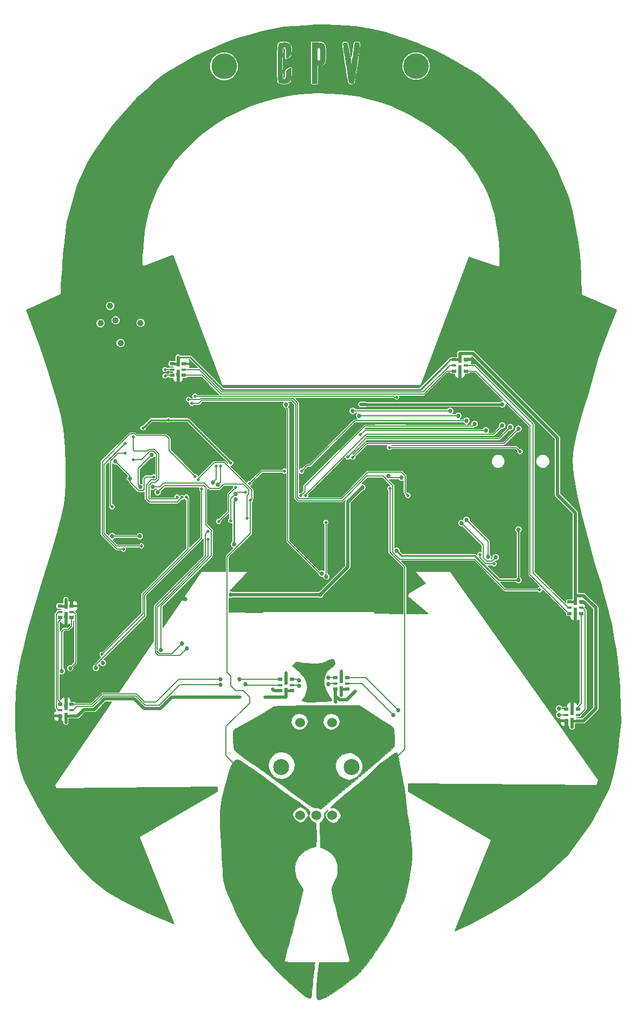
<source format=gbr>
G04 #@! TF.FileFunction,Copper,L1,Top,Signal*
%FSLAX46Y46*%
G04 Gerber Fmt 4.6, Leading zero omitted, Abs format (unit mm)*
G04 Created by KiCad (PCBNEW 4.0.6) date 04/26/17 00:01:20*
%MOMM*%
%LPD*%
G01*
G04 APERTURE LIST*
%ADD10C,0.100000*%
%ADD11C,0.010000*%
%ADD12C,0.508000*%
%ADD13C,2.500000*%
%ADD14C,1.524000*%
%ADD15C,4.000000*%
%ADD16C,1.500000*%
%ADD17C,1.000000*%
%ADD18R,0.500000X1.000000*%
%ADD19R,0.500000X1.480000*%
%ADD20R,0.800000X0.500000*%
%ADD21R,0.800000X0.300000*%
%ADD22C,0.685800*%
%ADD23C,0.508000*%
%ADD24C,0.406400*%
%ADD25C,0.203200*%
%ADD26C,0.152400*%
%ADD27C,0.254000*%
G04 APERTURE END LIST*
D10*
D11*
G36*
X127926637Y-25812012D02*
X128246623Y-25978101D01*
X128426590Y-26301097D01*
X128497503Y-26818785D01*
X128502302Y-27066550D01*
X128491797Y-27488976D01*
X128438456Y-27736032D01*
X128309536Y-27887424D01*
X128119387Y-27998714D01*
X127736472Y-28196727D01*
X127736472Y-27359795D01*
X127721449Y-26876763D01*
X127668493Y-26594692D01*
X127565780Y-26460604D01*
X127532133Y-26444451D01*
X127300728Y-26464680D01*
X127214992Y-26544185D01*
X127174744Y-26733855D01*
X127143590Y-27126848D01*
X127121530Y-27671373D01*
X127108563Y-28315638D01*
X127104691Y-29007853D01*
X127109913Y-29696226D01*
X127124228Y-30328966D01*
X127147637Y-30854282D01*
X127180141Y-31220382D01*
X127214992Y-31367815D01*
X127412687Y-31482529D01*
X127532133Y-31467550D01*
X127665980Y-31331343D01*
X127727901Y-31023353D01*
X127736472Y-30750219D01*
X127752049Y-30357405D01*
X127825943Y-30130204D01*
X127998899Y-29979561D01*
X128119387Y-29913287D01*
X128502302Y-29715274D01*
X128502302Y-30647438D01*
X128476493Y-31294714D01*
X128380566Y-31729271D01*
X128186767Y-31990125D01*
X127867342Y-32116293D01*
X127435667Y-32146955D01*
X127025550Y-32119294D01*
X126712611Y-32048598D01*
X126613256Y-31993789D01*
X126560656Y-31816071D01*
X126518274Y-31428446D01*
X126486111Y-30876079D01*
X126464166Y-30204134D01*
X126452440Y-29457775D01*
X126450932Y-28682168D01*
X126459642Y-27922477D01*
X126478570Y-27223867D01*
X126507717Y-26631502D01*
X126547082Y-26190547D01*
X126596666Y-25946167D01*
X126613256Y-25918211D01*
X126821650Y-25830681D01*
X127185991Y-25775241D01*
X127435667Y-25765046D01*
X127926637Y-25812012D01*
X127926637Y-25812012D01*
G37*
X127926637Y-25812012D02*
X128246623Y-25978101D01*
X128426590Y-26301097D01*
X128497503Y-26818785D01*
X128502302Y-27066550D01*
X128491797Y-27488976D01*
X128438456Y-27736032D01*
X128309536Y-27887424D01*
X128119387Y-27998714D01*
X127736472Y-28196727D01*
X127736472Y-27359795D01*
X127721449Y-26876763D01*
X127668493Y-26594692D01*
X127565780Y-26460604D01*
X127532133Y-26444451D01*
X127300728Y-26464680D01*
X127214992Y-26544185D01*
X127174744Y-26733855D01*
X127143590Y-27126848D01*
X127121530Y-27671373D01*
X127108563Y-28315638D01*
X127104691Y-29007853D01*
X127109913Y-29696226D01*
X127124228Y-30328966D01*
X127147637Y-30854282D01*
X127180141Y-31220382D01*
X127214992Y-31367815D01*
X127412687Y-31482529D01*
X127532133Y-31467550D01*
X127665980Y-31331343D01*
X127727901Y-31023353D01*
X127736472Y-30750219D01*
X127752049Y-30357405D01*
X127825943Y-30130204D01*
X127998899Y-29979561D01*
X128119387Y-29913287D01*
X128502302Y-29715274D01*
X128502302Y-30647438D01*
X128476493Y-31294714D01*
X128380566Y-31729271D01*
X128186767Y-31990125D01*
X127867342Y-32116293D01*
X127435667Y-32146955D01*
X127025550Y-32119294D01*
X126712611Y-32048598D01*
X126613256Y-31993789D01*
X126560656Y-31816071D01*
X126518274Y-31428446D01*
X126486111Y-30876079D01*
X126464166Y-30204134D01*
X126452440Y-29457775D01*
X126450932Y-28682168D01*
X126459642Y-27922477D01*
X126478570Y-27223867D01*
X126507717Y-26631502D01*
X126547082Y-26190547D01*
X126596666Y-25946167D01*
X126613256Y-25918211D01*
X126821650Y-25830681D01*
X127185991Y-25775241D01*
X127435667Y-25765046D01*
X127926637Y-25812012D01*
G36*
X133082494Y-25783287D02*
X133444348Y-25864285D01*
X133673604Y-26047451D01*
X133799981Y-26372196D01*
X133853195Y-26877931D01*
X133863106Y-27495399D01*
X133842425Y-28233007D01*
X133769389Y-28751892D01*
X133627511Y-29086079D01*
X133400299Y-29269587D01*
X133071266Y-29336441D01*
X132969638Y-29338915D01*
X132586724Y-29338915D01*
X132586724Y-32146955D01*
X131820895Y-32146955D01*
X131820895Y-27551980D01*
X132586724Y-27551980D01*
X132592053Y-28060739D01*
X132616600Y-28365650D01*
X132673201Y-28518064D01*
X132774694Y-28569328D01*
X132842000Y-28573086D01*
X132969190Y-28551768D01*
X133045418Y-28453581D01*
X133083521Y-28227175D01*
X133096337Y-27821202D01*
X133097276Y-27551980D01*
X133091947Y-27043221D01*
X133067400Y-26738310D01*
X133010799Y-26585897D01*
X132909306Y-26534632D01*
X132842000Y-26530875D01*
X132714810Y-26552193D01*
X132638583Y-26650380D01*
X132600479Y-26876785D01*
X132587663Y-27282758D01*
X132586724Y-27551980D01*
X131820895Y-27551980D01*
X131820895Y-25765046D01*
X132558323Y-25765046D01*
X133082494Y-25783287D01*
X133082494Y-25783287D01*
G37*
X133082494Y-25783287D02*
X133444348Y-25864285D01*
X133673604Y-26047451D01*
X133799981Y-26372196D01*
X133853195Y-26877931D01*
X133863106Y-27495399D01*
X133842425Y-28233007D01*
X133769389Y-28751892D01*
X133627511Y-29086079D01*
X133400299Y-29269587D01*
X133071266Y-29336441D01*
X132969638Y-29338915D01*
X132586724Y-29338915D01*
X132586724Y-32146955D01*
X131820895Y-32146955D01*
X131820895Y-27551980D01*
X132586724Y-27551980D01*
X132592053Y-28060739D01*
X132616600Y-28365650D01*
X132673201Y-28518064D01*
X132774694Y-28569328D01*
X132842000Y-28573086D01*
X132969190Y-28551768D01*
X133045418Y-28453581D01*
X133083521Y-28227175D01*
X133096337Y-27821202D01*
X133097276Y-27551980D01*
X133091947Y-27043221D01*
X133067400Y-26738310D01*
X133010799Y-26585897D01*
X132909306Y-26534632D01*
X132842000Y-26530875D01*
X132714810Y-26552193D01*
X132638583Y-26650380D01*
X132600479Y-26876785D01*
X132587663Y-27282758D01*
X132586724Y-27551980D01*
X131820895Y-27551980D01*
X131820895Y-25765046D01*
X132558323Y-25765046D01*
X133082494Y-25783287D01*
G36*
X139001702Y-25766377D02*
X139102919Y-25789939D01*
X139168978Y-25865083D01*
X139199613Y-26021162D01*
X139194558Y-26287527D01*
X139153545Y-26693531D01*
X139076309Y-27268525D01*
X138962582Y-28041861D01*
X138837361Y-28874836D01*
X138688207Y-29867848D01*
X138571148Y-30637093D01*
X138478975Y-31211039D01*
X138404481Y-31618150D01*
X138340456Y-31886892D01*
X138279692Y-32045733D01*
X138214980Y-32123138D01*
X138139112Y-32147573D01*
X138044878Y-32147503D01*
X138008738Y-32146955D01*
X137740887Y-32096072D01*
X137624865Y-32013546D01*
X137585298Y-31858470D01*
X137515742Y-31494442D01*
X137423077Y-30965109D01*
X137314185Y-30314120D01*
X137195945Y-29585123D01*
X137075237Y-28821764D01*
X136958942Y-28067692D01*
X136853939Y-27366556D01*
X136767108Y-26762002D01*
X136705330Y-26297678D01*
X136675484Y-26017233D01*
X136673805Y-25979934D01*
X136733123Y-25813896D01*
X136957280Y-25782226D01*
X137022151Y-25788477D01*
X137170753Y-25814281D01*
X137278095Y-25880151D01*
X137360210Y-26029040D01*
X137433128Y-26303899D01*
X137512882Y-26747678D01*
X137608914Y-27360523D01*
X137706312Y-27971780D01*
X137796757Y-28500822D01*
X137870101Y-28890686D01*
X137915905Y-29083638D01*
X137958543Y-29035793D01*
X138027272Y-28774063D01*
X138113814Y-28337516D01*
X138209891Y-27765221D01*
X138247209Y-27520071D01*
X138507279Y-25765046D01*
X138865594Y-25765046D01*
X139001702Y-25766377D01*
X139001702Y-25766377D01*
G37*
X139001702Y-25766377D02*
X139102919Y-25789939D01*
X139168978Y-25865083D01*
X139199613Y-26021162D01*
X139194558Y-26287527D01*
X139153545Y-26693531D01*
X139076309Y-27268525D01*
X138962582Y-28041861D01*
X138837361Y-28874836D01*
X138688207Y-29867848D01*
X138571148Y-30637093D01*
X138478975Y-31211039D01*
X138404481Y-31618150D01*
X138340456Y-31886892D01*
X138279692Y-32045733D01*
X138214980Y-32123138D01*
X138139112Y-32147573D01*
X138044878Y-32147503D01*
X138008738Y-32146955D01*
X137740887Y-32096072D01*
X137624865Y-32013546D01*
X137585298Y-31858470D01*
X137515742Y-31494442D01*
X137423077Y-30965109D01*
X137314185Y-30314120D01*
X137195945Y-29585123D01*
X137075237Y-28821764D01*
X136958942Y-28067692D01*
X136853939Y-27366556D01*
X136767108Y-26762002D01*
X136705330Y-26297678D01*
X136675484Y-26017233D01*
X136673805Y-25979934D01*
X136733123Y-25813896D01*
X136957280Y-25782226D01*
X137022151Y-25788477D01*
X137170753Y-25814281D01*
X137278095Y-25880151D01*
X137360210Y-26029040D01*
X137433128Y-26303899D01*
X137512882Y-26747678D01*
X137608914Y-27360523D01*
X137706312Y-27971780D01*
X137796757Y-28500822D01*
X137870101Y-28890686D01*
X137915905Y-29083638D01*
X137958543Y-29035793D01*
X138027272Y-28774063D01*
X138113814Y-28337516D01*
X138209891Y-27765221D01*
X138247209Y-27520071D01*
X138507279Y-25765046D01*
X138865594Y-25765046D01*
X139001702Y-25766377D01*
G36*
X145007012Y-136629389D02*
X145088362Y-136771135D01*
X145199751Y-137129902D01*
X145334508Y-137670085D01*
X145485963Y-138356084D01*
X145647443Y-139152293D01*
X145812279Y-140023112D01*
X145973798Y-140932936D01*
X146125330Y-141846164D01*
X146260203Y-142727192D01*
X146371746Y-143540417D01*
X146453288Y-144250237D01*
X146471595Y-144445588D01*
X146544337Y-145148086D01*
X146638629Y-145878049D01*
X146739451Y-146524967D01*
X146792566Y-146806894D01*
X146904832Y-147437528D01*
X147020297Y-148238570D01*
X147131726Y-149141551D01*
X147231888Y-150078001D01*
X147313550Y-150979450D01*
X147369479Y-151777429D01*
X147392442Y-152403467D01*
X147392554Y-152486794D01*
X147366645Y-153160141D01*
X147301941Y-153977052D01*
X147207919Y-154858048D01*
X147094055Y-155723649D01*
X146969823Y-156494375D01*
X146844702Y-157090746D01*
X146842712Y-157098564D01*
X146706024Y-157659186D01*
X146570758Y-158253917D01*
X146511476Y-158533048D01*
X146454487Y-158803426D01*
X146395533Y-159040289D01*
X146318636Y-159283994D01*
X146207816Y-159574895D01*
X146047094Y-159953346D01*
X145820490Y-160459702D01*
X145512024Y-161134317D01*
X145291917Y-161612924D01*
X144341010Y-163555891D01*
X143384823Y-165260960D01*
X142413602Y-166745474D01*
X142373936Y-166801024D01*
X142024716Y-167295293D01*
X141719100Y-167740469D01*
X141496127Y-168078978D01*
X141407850Y-168225882D01*
X141177564Y-168594493D01*
X140822607Y-169087741D01*
X140392421Y-169643577D01*
X139936448Y-170199956D01*
X139504131Y-170694830D01*
X139144911Y-171066151D01*
X139143646Y-171067343D01*
X138475398Y-171661516D01*
X137690305Y-172302143D01*
X136839863Y-172952061D01*
X135975567Y-173574106D01*
X135148914Y-174131116D01*
X134411399Y-174585928D01*
X133860801Y-174879822D01*
X133362661Y-175107865D01*
X133036611Y-175227534D01*
X132827727Y-175247208D01*
X132681087Y-175175266D01*
X132585640Y-175074371D01*
X132518929Y-174853269D01*
X132485432Y-174416758D01*
X132483919Y-173802373D01*
X132513158Y-173047647D01*
X132571919Y-172190114D01*
X132658969Y-171267307D01*
X132730998Y-170643326D01*
X132885474Y-169398854D01*
X135290139Y-169398854D01*
X136141205Y-169396362D01*
X136769132Y-169387171D01*
X137206021Y-169368709D01*
X137483978Y-169338406D01*
X137635104Y-169293689D01*
X137691502Y-169231986D01*
X137694804Y-169206228D01*
X137661698Y-169045244D01*
X137567136Y-168665125D01*
X137418250Y-168092626D01*
X137222175Y-167354502D01*
X136986044Y-166477508D01*
X136716989Y-165488399D01*
X136422146Y-164413928D01*
X136274002Y-163877334D01*
X135898796Y-162514269D01*
X135590169Y-161372855D01*
X135343945Y-160429467D01*
X135155947Y-159660481D01*
X135021997Y-159042272D01*
X134937919Y-158551217D01*
X134899536Y-158163691D01*
X134902671Y-157856070D01*
X134943147Y-157604730D01*
X135016788Y-157386047D01*
X135096737Y-157218804D01*
X135403776Y-156628099D01*
X135610047Y-156199249D01*
X135735511Y-155869186D01*
X135800125Y-155574840D01*
X135823849Y-155253142D01*
X135826773Y-154911919D01*
X135790545Y-154259405D01*
X135668555Y-153736222D01*
X135532317Y-153409569D01*
X135176041Y-152853017D01*
X134685808Y-152326683D01*
X134136871Y-151899478D01*
X133604484Y-151640315D01*
X133598166Y-151638406D01*
X133112234Y-151492817D01*
X133036010Y-147636543D01*
X133398869Y-147203777D01*
X133653239Y-146820225D01*
X133715592Y-146475563D01*
X133708187Y-146406216D01*
X133727789Y-146085244D01*
X133941502Y-145853887D01*
X133968796Y-145835583D01*
X134282945Y-145629745D01*
X134074302Y-145927624D01*
X133886021Y-146352302D01*
X133938432Y-146767605D01*
X134236120Y-147200772D01*
X134299629Y-147266392D01*
X134731811Y-147602114D01*
X135133676Y-147691117D01*
X135540445Y-147533400D01*
X135856814Y-147266392D01*
X136191397Y-146837685D01*
X136282073Y-146439660D01*
X136128506Y-146035191D01*
X135842548Y-145694940D01*
X135521390Y-145413331D01*
X135257482Y-145299289D01*
X135011913Y-145302828D01*
X134755289Y-145327496D01*
X134706364Y-145262557D01*
X134802748Y-145093727D01*
X134961637Y-144921331D01*
X135289572Y-144617429D01*
X135755108Y-144208531D01*
X136326801Y-143721148D01*
X136973205Y-143181790D01*
X137662875Y-142616967D01*
X138364365Y-142053189D01*
X139035005Y-141525683D01*
X139552130Y-141102182D01*
X140089153Y-140627443D01*
X140539505Y-140196093D01*
X140584620Y-140149706D01*
X141177776Y-139561014D01*
X141838527Y-138950776D01*
X142505163Y-138372682D01*
X143115972Y-137880424D01*
X143566161Y-137555684D01*
X143978510Y-137273442D01*
X144366668Y-136990836D01*
X144507606Y-136881310D01*
X144781220Y-136697918D01*
X144984124Y-136626120D01*
X145007012Y-136629389D01*
X145007012Y-136629389D01*
G37*
X145007012Y-136629389D02*
X145088362Y-136771135D01*
X145199751Y-137129902D01*
X145334508Y-137670085D01*
X145485963Y-138356084D01*
X145647443Y-139152293D01*
X145812279Y-140023112D01*
X145973798Y-140932936D01*
X146125330Y-141846164D01*
X146260203Y-142727192D01*
X146371746Y-143540417D01*
X146453288Y-144250237D01*
X146471595Y-144445588D01*
X146544337Y-145148086D01*
X146638629Y-145878049D01*
X146739451Y-146524967D01*
X146792566Y-146806894D01*
X146904832Y-147437528D01*
X147020297Y-148238570D01*
X147131726Y-149141551D01*
X147231888Y-150078001D01*
X147313550Y-150979450D01*
X147369479Y-151777429D01*
X147392442Y-152403467D01*
X147392554Y-152486794D01*
X147366645Y-153160141D01*
X147301941Y-153977052D01*
X147207919Y-154858048D01*
X147094055Y-155723649D01*
X146969823Y-156494375D01*
X146844702Y-157090746D01*
X146842712Y-157098564D01*
X146706024Y-157659186D01*
X146570758Y-158253917D01*
X146511476Y-158533048D01*
X146454487Y-158803426D01*
X146395533Y-159040289D01*
X146318636Y-159283994D01*
X146207816Y-159574895D01*
X146047094Y-159953346D01*
X145820490Y-160459702D01*
X145512024Y-161134317D01*
X145291917Y-161612924D01*
X144341010Y-163555891D01*
X143384823Y-165260960D01*
X142413602Y-166745474D01*
X142373936Y-166801024D01*
X142024716Y-167295293D01*
X141719100Y-167740469D01*
X141496127Y-168078978D01*
X141407850Y-168225882D01*
X141177564Y-168594493D01*
X140822607Y-169087741D01*
X140392421Y-169643577D01*
X139936448Y-170199956D01*
X139504131Y-170694830D01*
X139144911Y-171066151D01*
X139143646Y-171067343D01*
X138475398Y-171661516D01*
X137690305Y-172302143D01*
X136839863Y-172952061D01*
X135975567Y-173574106D01*
X135148914Y-174131116D01*
X134411399Y-174585928D01*
X133860801Y-174879822D01*
X133362661Y-175107865D01*
X133036611Y-175227534D01*
X132827727Y-175247208D01*
X132681087Y-175175266D01*
X132585640Y-175074371D01*
X132518929Y-174853269D01*
X132485432Y-174416758D01*
X132483919Y-173802373D01*
X132513158Y-173047647D01*
X132571919Y-172190114D01*
X132658969Y-171267307D01*
X132730998Y-170643326D01*
X132885474Y-169398854D01*
X135290139Y-169398854D01*
X136141205Y-169396362D01*
X136769132Y-169387171D01*
X137206021Y-169368709D01*
X137483978Y-169338406D01*
X137635104Y-169293689D01*
X137691502Y-169231986D01*
X137694804Y-169206228D01*
X137661698Y-169045244D01*
X137567136Y-168665125D01*
X137418250Y-168092626D01*
X137222175Y-167354502D01*
X136986044Y-166477508D01*
X136716989Y-165488399D01*
X136422146Y-164413928D01*
X136274002Y-163877334D01*
X135898796Y-162514269D01*
X135590169Y-161372855D01*
X135343945Y-160429467D01*
X135155947Y-159660481D01*
X135021997Y-159042272D01*
X134937919Y-158551217D01*
X134899536Y-158163691D01*
X134902671Y-157856070D01*
X134943147Y-157604730D01*
X135016788Y-157386047D01*
X135096737Y-157218804D01*
X135403776Y-156628099D01*
X135610047Y-156199249D01*
X135735511Y-155869186D01*
X135800125Y-155574840D01*
X135823849Y-155253142D01*
X135826773Y-154911919D01*
X135790545Y-154259405D01*
X135668555Y-153736222D01*
X135532317Y-153409569D01*
X135176041Y-152853017D01*
X134685808Y-152326683D01*
X134136871Y-151899478D01*
X133604484Y-151640315D01*
X133598166Y-151638406D01*
X133112234Y-151492817D01*
X133036010Y-147636543D01*
X133398869Y-147203777D01*
X133653239Y-146820225D01*
X133715592Y-146475563D01*
X133708187Y-146406216D01*
X133727789Y-146085244D01*
X133941502Y-145853887D01*
X133968796Y-145835583D01*
X134282945Y-145629745D01*
X134074302Y-145927624D01*
X133886021Y-146352302D01*
X133938432Y-146767605D01*
X134236120Y-147200772D01*
X134299629Y-147266392D01*
X134731811Y-147602114D01*
X135133676Y-147691117D01*
X135540445Y-147533400D01*
X135856814Y-147266392D01*
X136191397Y-146837685D01*
X136282073Y-146439660D01*
X136128506Y-146035191D01*
X135842548Y-145694940D01*
X135521390Y-145413331D01*
X135257482Y-145299289D01*
X135011913Y-145302828D01*
X134755289Y-145327496D01*
X134706364Y-145262557D01*
X134802748Y-145093727D01*
X134961637Y-144921331D01*
X135289572Y-144617429D01*
X135755108Y-144208531D01*
X136326801Y-143721148D01*
X136973205Y-143181790D01*
X137662875Y-142616967D01*
X138364365Y-142053189D01*
X139035005Y-141525683D01*
X139552130Y-141102182D01*
X140089153Y-140627443D01*
X140539505Y-140196093D01*
X140584620Y-140149706D01*
X141177776Y-139561014D01*
X141838527Y-138950776D01*
X142505163Y-138372682D01*
X143115972Y-137880424D01*
X143566161Y-137555684D01*
X143978510Y-137273442D01*
X144366668Y-136990836D01*
X144507606Y-136881310D01*
X144781220Y-136697918D01*
X144984124Y-136626120D01*
X145007012Y-136629389D01*
G36*
X120354188Y-137817406D02*
X120730622Y-138020483D01*
X121240217Y-138330725D01*
X121847508Y-138725045D01*
X122517031Y-139180353D01*
X123213324Y-139673562D01*
X123900921Y-140181583D01*
X123969437Y-140233527D01*
X125007355Y-141018245D01*
X125963806Y-141733125D01*
X126813316Y-142359488D01*
X127530412Y-142878659D01*
X128089623Y-143271960D01*
X128370214Y-143460255D01*
X129001746Y-143884178D01*
X129675930Y-144367752D01*
X130452863Y-144954702D01*
X130884017Y-145289184D01*
X131234476Y-145571624D01*
X131416589Y-145762993D01*
X131466117Y-145925538D01*
X131418823Y-146121504D01*
X131396651Y-146181451D01*
X131350020Y-146635996D01*
X131548415Y-147071361D01*
X131981592Y-147466621D01*
X132046546Y-147508904D01*
X132451805Y-147764181D01*
X132456722Y-149583025D01*
X132453697Y-150329343D01*
X132438017Y-150852462D01*
X132406817Y-151184271D01*
X132357233Y-151356658D01*
X132293348Y-151401869D01*
X131821241Y-151480203D01*
X131256352Y-151686889D01*
X130695597Y-151979455D01*
X130261892Y-152292143D01*
X129655765Y-152955421D01*
X129279296Y-153693393D01*
X129113591Y-154548735D01*
X129101948Y-154911919D01*
X129159060Y-155683357D01*
X129346976Y-156322066D01*
X129702808Y-156929123D01*
X129966027Y-157265246D01*
X130221021Y-157619492D01*
X130385492Y-157942131D01*
X130419428Y-158089253D01*
X130386296Y-158268800D01*
X130291582Y-158667426D01*
X130142306Y-159258325D01*
X129945488Y-160014692D01*
X129708147Y-160909720D01*
X129437305Y-161916604D01*
X129139980Y-163008537D01*
X128951588Y-163694118D01*
X128642264Y-164820258D01*
X128355114Y-165873948D01*
X128097121Y-166828956D01*
X127875267Y-167659049D01*
X127696535Y-168337995D01*
X127567909Y-168839563D01*
X127496371Y-169137520D01*
X127483749Y-169208258D01*
X127516158Y-169276124D01*
X127634781Y-169326111D01*
X127871716Y-169360789D01*
X128259058Y-169382731D01*
X128828904Y-169394508D01*
X129613350Y-169398692D01*
X129862405Y-169398854D01*
X132241060Y-169398854D01*
X132155464Y-170005136D01*
X132114553Y-170342213D01*
X132057947Y-170873621D01*
X131991697Y-171539342D01*
X131921857Y-172279358D01*
X131884172Y-172695569D01*
X131817554Y-173402492D01*
X131752367Y-174021401D01*
X131693929Y-174506998D01*
X131647554Y-174813983D01*
X131625790Y-174897328D01*
X131477272Y-175002998D01*
X131227432Y-174958347D01*
X130840654Y-174753519D01*
X130639485Y-174624441D01*
X130094379Y-174222695D01*
X129418269Y-173660202D01*
X128645437Y-172970759D01*
X127810164Y-172188161D01*
X126946733Y-171346204D01*
X126089426Y-170478684D01*
X125272523Y-169619398D01*
X124530306Y-168802141D01*
X123897058Y-168060709D01*
X123590908Y-167675739D01*
X122790515Y-166596375D01*
X122063546Y-165531737D01*
X121386440Y-164439460D01*
X120735639Y-163277182D01*
X120087581Y-162002540D01*
X119418706Y-160573172D01*
X118705455Y-158946714D01*
X118604505Y-158709788D01*
X118423264Y-158267341D01*
X118273328Y-157852576D01*
X118149705Y-157432117D01*
X118047402Y-156972592D01*
X117961428Y-156440626D01*
X117886790Y-155802845D01*
X117818496Y-155025877D01*
X117751555Y-154076346D01*
X117680973Y-152920879D01*
X117645018Y-152295337D01*
X117560753Y-150769860D01*
X117496001Y-149467349D01*
X117452232Y-148356132D01*
X117430915Y-147404534D01*
X117433519Y-146580886D01*
X117442013Y-146360161D01*
X128760131Y-146360161D01*
X128866867Y-146714461D01*
X129136461Y-147083124D01*
X129492992Y-147390228D01*
X129860542Y-147559854D01*
X129972694Y-147572723D01*
X130347195Y-147456653D01*
X130751287Y-147138754D01*
X131076718Y-146721149D01*
X131185257Y-146360161D01*
X131078521Y-146005860D01*
X130808927Y-145637198D01*
X130452395Y-145330093D01*
X130084846Y-145160467D01*
X129972694Y-145147598D01*
X129618394Y-145254334D01*
X129249731Y-145523928D01*
X128942627Y-145880459D01*
X128773000Y-146248008D01*
X128760131Y-146360161D01*
X117442013Y-146360161D01*
X117461513Y-145853513D01*
X117516367Y-145190743D01*
X117599549Y-144560904D01*
X117712529Y-143932324D01*
X117856776Y-143273331D01*
X118033759Y-142552251D01*
X118110925Y-142251416D01*
X118429492Y-141045613D01*
X118705636Y-140067651D01*
X118949297Y-139295522D01*
X119170416Y-138707218D01*
X119378931Y-138280732D01*
X119584781Y-137994055D01*
X119797908Y-137825180D01*
X120028249Y-137752099D01*
X120146379Y-137744583D01*
X120354188Y-137817406D01*
X120354188Y-137817406D01*
G37*
X120354188Y-137817406D02*
X120730622Y-138020483D01*
X121240217Y-138330725D01*
X121847508Y-138725045D01*
X122517031Y-139180353D01*
X123213324Y-139673562D01*
X123900921Y-140181583D01*
X123969437Y-140233527D01*
X125007355Y-141018245D01*
X125963806Y-141733125D01*
X126813316Y-142359488D01*
X127530412Y-142878659D01*
X128089623Y-143271960D01*
X128370214Y-143460255D01*
X129001746Y-143884178D01*
X129675930Y-144367752D01*
X130452863Y-144954702D01*
X130884017Y-145289184D01*
X131234476Y-145571624D01*
X131416589Y-145762993D01*
X131466117Y-145925538D01*
X131418823Y-146121504D01*
X131396651Y-146181451D01*
X131350020Y-146635996D01*
X131548415Y-147071361D01*
X131981592Y-147466621D01*
X132046546Y-147508904D01*
X132451805Y-147764181D01*
X132456722Y-149583025D01*
X132453697Y-150329343D01*
X132438017Y-150852462D01*
X132406817Y-151184271D01*
X132357233Y-151356658D01*
X132293348Y-151401869D01*
X131821241Y-151480203D01*
X131256352Y-151686889D01*
X130695597Y-151979455D01*
X130261892Y-152292143D01*
X129655765Y-152955421D01*
X129279296Y-153693393D01*
X129113591Y-154548735D01*
X129101948Y-154911919D01*
X129159060Y-155683357D01*
X129346976Y-156322066D01*
X129702808Y-156929123D01*
X129966027Y-157265246D01*
X130221021Y-157619492D01*
X130385492Y-157942131D01*
X130419428Y-158089253D01*
X130386296Y-158268800D01*
X130291582Y-158667426D01*
X130142306Y-159258325D01*
X129945488Y-160014692D01*
X129708147Y-160909720D01*
X129437305Y-161916604D01*
X129139980Y-163008537D01*
X128951588Y-163694118D01*
X128642264Y-164820258D01*
X128355114Y-165873948D01*
X128097121Y-166828956D01*
X127875267Y-167659049D01*
X127696535Y-168337995D01*
X127567909Y-168839563D01*
X127496371Y-169137520D01*
X127483749Y-169208258D01*
X127516158Y-169276124D01*
X127634781Y-169326111D01*
X127871716Y-169360789D01*
X128259058Y-169382731D01*
X128828904Y-169394508D01*
X129613350Y-169398692D01*
X129862405Y-169398854D01*
X132241060Y-169398854D01*
X132155464Y-170005136D01*
X132114553Y-170342213D01*
X132057947Y-170873621D01*
X131991697Y-171539342D01*
X131921857Y-172279358D01*
X131884172Y-172695569D01*
X131817554Y-173402492D01*
X131752367Y-174021401D01*
X131693929Y-174506998D01*
X131647554Y-174813983D01*
X131625790Y-174897328D01*
X131477272Y-175002998D01*
X131227432Y-174958347D01*
X130840654Y-174753519D01*
X130639485Y-174624441D01*
X130094379Y-174222695D01*
X129418269Y-173660202D01*
X128645437Y-172970759D01*
X127810164Y-172188161D01*
X126946733Y-171346204D01*
X126089426Y-170478684D01*
X125272523Y-169619398D01*
X124530306Y-168802141D01*
X123897058Y-168060709D01*
X123590908Y-167675739D01*
X122790515Y-166596375D01*
X122063546Y-165531737D01*
X121386440Y-164439460D01*
X120735639Y-163277182D01*
X120087581Y-162002540D01*
X119418706Y-160573172D01*
X118705455Y-158946714D01*
X118604505Y-158709788D01*
X118423264Y-158267341D01*
X118273328Y-157852576D01*
X118149705Y-157432117D01*
X118047402Y-156972592D01*
X117961428Y-156440626D01*
X117886790Y-155802845D01*
X117818496Y-155025877D01*
X117751555Y-154076346D01*
X117680973Y-152920879D01*
X117645018Y-152295337D01*
X117560753Y-150769860D01*
X117496001Y-149467349D01*
X117452232Y-148356132D01*
X117430915Y-147404534D01*
X117433519Y-146580886D01*
X117442013Y-146360161D01*
X128760131Y-146360161D01*
X128866867Y-146714461D01*
X129136461Y-147083124D01*
X129492992Y-147390228D01*
X129860542Y-147559854D01*
X129972694Y-147572723D01*
X130347195Y-147456653D01*
X130751287Y-147138754D01*
X131076718Y-146721149D01*
X131185257Y-146360161D01*
X131078521Y-146005860D01*
X130808927Y-145637198D01*
X130452395Y-145330093D01*
X130084846Y-145160467D01*
X129972694Y-145147598D01*
X129618394Y-145254334D01*
X129249731Y-145523928D01*
X128942627Y-145880459D01*
X128773000Y-146248008D01*
X128760131Y-146360161D01*
X117442013Y-146360161D01*
X117461513Y-145853513D01*
X117516367Y-145190743D01*
X117599549Y-144560904D01*
X117712529Y-143932324D01*
X117856776Y-143273331D01*
X118033759Y-142552251D01*
X118110925Y-142251416D01*
X118429492Y-141045613D01*
X118705636Y-140067651D01*
X118949297Y-139295522D01*
X119170416Y-138707218D01*
X119378931Y-138280732D01*
X119584781Y-137994055D01*
X119797908Y-137825180D01*
X120028249Y-137752099D01*
X120146379Y-137744583D01*
X120354188Y-137817406D01*
G36*
X140130381Y-129907154D02*
X140644427Y-130235931D01*
X141150521Y-130553478D01*
X141558212Y-130803197D01*
X141640485Y-130852120D01*
X142046514Y-131104757D01*
X142419681Y-131358833D01*
X142523502Y-131436256D01*
X142807886Y-131638943D01*
X143220530Y-131911400D01*
X143653118Y-132182903D01*
X144054517Y-132449130D01*
X144365111Y-132694480D01*
X144521029Y-132868185D01*
X144524044Y-132875150D01*
X144580869Y-133139584D01*
X144631683Y-133579942D01*
X144672113Y-134116876D01*
X144697786Y-134671039D01*
X144704329Y-135163083D01*
X144687369Y-135513662D01*
X144673842Y-135593326D01*
X144541479Y-135804314D01*
X144237894Y-136132526D01*
X143797243Y-136543576D01*
X143358440Y-136917629D01*
X142757650Y-137419232D01*
X142111710Y-137970931D01*
X141510139Y-138495702D01*
X141151781Y-138816308D01*
X139732625Y-140068732D01*
X138117673Y-141424238D01*
X136683014Y-142583388D01*
X136067826Y-143080144D01*
X135417598Y-143617470D01*
X134813805Y-144127397D01*
X134376211Y-144507812D01*
X133888395Y-144939593D01*
X133552036Y-145225496D01*
X133327759Y-145389198D01*
X133176188Y-145454373D01*
X133057947Y-145444697D01*
X132933658Y-145383846D01*
X132926185Y-145379665D01*
X132624631Y-145302831D01*
X132359821Y-145313740D01*
X132210227Y-145300235D01*
X131979957Y-145208918D01*
X131653443Y-145029212D01*
X131215119Y-144750544D01*
X130649415Y-144362338D01*
X129940764Y-143854021D01*
X129073599Y-143215018D01*
X128032352Y-142434754D01*
X127245611Y-141839843D01*
X126687276Y-141421740D01*
X126038449Y-140943708D01*
X125417407Y-140492721D01*
X125267219Y-140385007D01*
X124784824Y-140038392D01*
X124347529Y-139720862D01*
X124019447Y-139479122D01*
X123909880Y-139396239D01*
X123695314Y-139239411D01*
X123315072Y-138970454D01*
X123016788Y-138762279D01*
X124976894Y-138762279D01*
X125125825Y-139388892D01*
X125454987Y-139955409D01*
X125928397Y-140412020D01*
X126510072Y-140708914D01*
X126973196Y-140795676D01*
X127218012Y-140770038D01*
X127571253Y-140693016D01*
X127632797Y-140676449D01*
X128124716Y-140424644D01*
X128575061Y-139989073D01*
X128919299Y-139440211D01*
X129029853Y-139150719D01*
X129093926Y-138538502D01*
X135457987Y-138538502D01*
X135496736Y-139220602D01*
X135773997Y-139882965D01*
X135929693Y-140104642D01*
X136290211Y-140430264D01*
X136779753Y-140711856D01*
X137286202Y-140892913D01*
X137567166Y-140929931D01*
X137883677Y-140877174D01*
X138284572Y-140745475D01*
X138406847Y-140693493D01*
X139014299Y-140294931D01*
X139433056Y-139765464D01*
X139654255Y-139152226D01*
X139669032Y-138502347D01*
X139468526Y-137862961D01*
X139047769Y-137285085D01*
X138456228Y-136855241D01*
X137803479Y-136657415D01*
X137134773Y-136691607D01*
X136495362Y-136957819D01*
X136086563Y-137285085D01*
X135655384Y-137879164D01*
X135457987Y-138538502D01*
X129093926Y-138538502D01*
X129098487Y-138494924D01*
X128924870Y-137842362D01*
X128519975Y-137228561D01*
X128395387Y-137096703D01*
X127838273Y-136698060D01*
X127231017Y-136523827D01*
X126616720Y-136560775D01*
X126038477Y-136795675D01*
X125539388Y-137215298D01*
X125162549Y-137806414D01*
X125044178Y-138125381D01*
X124976894Y-138762279D01*
X123016788Y-138762279D01*
X122814407Y-138621036D01*
X122238568Y-138222819D01*
X121928232Y-138009569D01*
X121173249Y-137489942D01*
X120601929Y-137085390D01*
X120187139Y-136767008D01*
X119901746Y-136505891D01*
X119718615Y-136273134D01*
X119610612Y-136039833D01*
X119550604Y-135777081D01*
X119511457Y-135455974D01*
X119508989Y-135432405D01*
X119468087Y-134836253D01*
X119455871Y-134194501D01*
X119465076Y-133851618D01*
X119496458Y-133422356D01*
X119561175Y-133166968D01*
X119702953Y-133004262D01*
X119965515Y-132853049D01*
X120016915Y-132826899D01*
X120650974Y-132495911D01*
X121392955Y-132093601D01*
X121762501Y-131887941D01*
X128549048Y-131887941D01*
X128687119Y-132380453D01*
X129039990Y-132799754D01*
X129196693Y-132908950D01*
X129632476Y-133110664D01*
X130023695Y-133114661D01*
X130423605Y-132955990D01*
X130781450Y-132665272D01*
X131058262Y-132253338D01*
X131165974Y-131887941D01*
X133526938Y-131887941D01*
X133665008Y-132380453D01*
X134017880Y-132799754D01*
X134174583Y-132908950D01*
X134610366Y-133110664D01*
X135001585Y-133114661D01*
X135401495Y-132955990D01*
X135759340Y-132665272D01*
X136036151Y-132253338D01*
X136161213Y-131829086D01*
X136162669Y-131783836D01*
X136059802Y-131406291D01*
X135800589Y-131011597D01*
X135457015Y-130696760D01*
X135287252Y-130604123D01*
X134752974Y-130506780D01*
X134246713Y-130659798D01*
X133923676Y-130910138D01*
X133610787Y-131378932D01*
X133526938Y-131887941D01*
X131165974Y-131887941D01*
X131183324Y-131829086D01*
X131184780Y-131783836D01*
X131081913Y-131406291D01*
X130822700Y-131011597D01*
X130479126Y-130696760D01*
X130309363Y-130604123D01*
X129775084Y-130506780D01*
X129268824Y-130659798D01*
X128945787Y-130910138D01*
X128632898Y-131378932D01*
X128549048Y-131887941D01*
X121762501Y-131887941D01*
X122184688Y-131652986D01*
X122968004Y-131207085D01*
X123684734Y-130788913D01*
X124276707Y-130431488D01*
X124601640Y-130224594D01*
X125052014Y-129929623D01*
X125452558Y-129673195D01*
X125730547Y-129501727D01*
X125769639Y-129479110D01*
X125898791Y-129440840D01*
X126151075Y-129408170D01*
X126543208Y-129380664D01*
X127091902Y-129357882D01*
X127813872Y-129339388D01*
X128725833Y-129324744D01*
X129844498Y-129313511D01*
X131186581Y-129305252D01*
X132608532Y-129299973D01*
X139162644Y-129281283D01*
X140130381Y-129907154D01*
X140130381Y-129907154D01*
G37*
X140130381Y-129907154D02*
X140644427Y-130235931D01*
X141150521Y-130553478D01*
X141558212Y-130803197D01*
X141640485Y-130852120D01*
X142046514Y-131104757D01*
X142419681Y-131358833D01*
X142523502Y-131436256D01*
X142807886Y-131638943D01*
X143220530Y-131911400D01*
X143653118Y-132182903D01*
X144054517Y-132449130D01*
X144365111Y-132694480D01*
X144521029Y-132868185D01*
X144524044Y-132875150D01*
X144580869Y-133139584D01*
X144631683Y-133579942D01*
X144672113Y-134116876D01*
X144697786Y-134671039D01*
X144704329Y-135163083D01*
X144687369Y-135513662D01*
X144673842Y-135593326D01*
X144541479Y-135804314D01*
X144237894Y-136132526D01*
X143797243Y-136543576D01*
X143358440Y-136917629D01*
X142757650Y-137419232D01*
X142111710Y-137970931D01*
X141510139Y-138495702D01*
X141151781Y-138816308D01*
X139732625Y-140068732D01*
X138117673Y-141424238D01*
X136683014Y-142583388D01*
X136067826Y-143080144D01*
X135417598Y-143617470D01*
X134813805Y-144127397D01*
X134376211Y-144507812D01*
X133888395Y-144939593D01*
X133552036Y-145225496D01*
X133327759Y-145389198D01*
X133176188Y-145454373D01*
X133057947Y-145444697D01*
X132933658Y-145383846D01*
X132926185Y-145379665D01*
X132624631Y-145302831D01*
X132359821Y-145313740D01*
X132210227Y-145300235D01*
X131979957Y-145208918D01*
X131653443Y-145029212D01*
X131215119Y-144750544D01*
X130649415Y-144362338D01*
X129940764Y-143854021D01*
X129073599Y-143215018D01*
X128032352Y-142434754D01*
X127245611Y-141839843D01*
X126687276Y-141421740D01*
X126038449Y-140943708D01*
X125417407Y-140492721D01*
X125267219Y-140385007D01*
X124784824Y-140038392D01*
X124347529Y-139720862D01*
X124019447Y-139479122D01*
X123909880Y-139396239D01*
X123695314Y-139239411D01*
X123315072Y-138970454D01*
X123016788Y-138762279D01*
X124976894Y-138762279D01*
X125125825Y-139388892D01*
X125454987Y-139955409D01*
X125928397Y-140412020D01*
X126510072Y-140708914D01*
X126973196Y-140795676D01*
X127218012Y-140770038D01*
X127571253Y-140693016D01*
X127632797Y-140676449D01*
X128124716Y-140424644D01*
X128575061Y-139989073D01*
X128919299Y-139440211D01*
X129029853Y-139150719D01*
X129093926Y-138538502D01*
X135457987Y-138538502D01*
X135496736Y-139220602D01*
X135773997Y-139882965D01*
X135929693Y-140104642D01*
X136290211Y-140430264D01*
X136779753Y-140711856D01*
X137286202Y-140892913D01*
X137567166Y-140929931D01*
X137883677Y-140877174D01*
X138284572Y-140745475D01*
X138406847Y-140693493D01*
X139014299Y-140294931D01*
X139433056Y-139765464D01*
X139654255Y-139152226D01*
X139669032Y-138502347D01*
X139468526Y-137862961D01*
X139047769Y-137285085D01*
X138456228Y-136855241D01*
X137803479Y-136657415D01*
X137134773Y-136691607D01*
X136495362Y-136957819D01*
X136086563Y-137285085D01*
X135655384Y-137879164D01*
X135457987Y-138538502D01*
X129093926Y-138538502D01*
X129098487Y-138494924D01*
X128924870Y-137842362D01*
X128519975Y-137228561D01*
X128395387Y-137096703D01*
X127838273Y-136698060D01*
X127231017Y-136523827D01*
X126616720Y-136560775D01*
X126038477Y-136795675D01*
X125539388Y-137215298D01*
X125162549Y-137806414D01*
X125044178Y-138125381D01*
X124976894Y-138762279D01*
X123016788Y-138762279D01*
X122814407Y-138621036D01*
X122238568Y-138222819D01*
X121928232Y-138009569D01*
X121173249Y-137489942D01*
X120601929Y-137085390D01*
X120187139Y-136767008D01*
X119901746Y-136505891D01*
X119718615Y-136273134D01*
X119610612Y-136039833D01*
X119550604Y-135777081D01*
X119511457Y-135455974D01*
X119508989Y-135432405D01*
X119468087Y-134836253D01*
X119455871Y-134194501D01*
X119465076Y-133851618D01*
X119496458Y-133422356D01*
X119561175Y-133166968D01*
X119702953Y-133004262D01*
X119965515Y-132853049D01*
X120016915Y-132826899D01*
X120650974Y-132495911D01*
X121392955Y-132093601D01*
X121762501Y-131887941D01*
X128549048Y-131887941D01*
X128687119Y-132380453D01*
X129039990Y-132799754D01*
X129196693Y-132908950D01*
X129632476Y-133110664D01*
X130023695Y-133114661D01*
X130423605Y-132955990D01*
X130781450Y-132665272D01*
X131058262Y-132253338D01*
X131165974Y-131887941D01*
X133526938Y-131887941D01*
X133665008Y-132380453D01*
X134017880Y-132799754D01*
X134174583Y-132908950D01*
X134610366Y-133110664D01*
X135001585Y-133114661D01*
X135401495Y-132955990D01*
X135759340Y-132665272D01*
X136036151Y-132253338D01*
X136161213Y-131829086D01*
X136162669Y-131783836D01*
X136059802Y-131406291D01*
X135800589Y-131011597D01*
X135457015Y-130696760D01*
X135287252Y-130604123D01*
X134752974Y-130506780D01*
X134246713Y-130659798D01*
X133923676Y-130910138D01*
X133610787Y-131378932D01*
X133526938Y-131887941D01*
X131165974Y-131887941D01*
X131183324Y-131829086D01*
X131184780Y-131783836D01*
X131081913Y-131406291D01*
X130822700Y-131011597D01*
X130479126Y-130696760D01*
X130309363Y-130604123D01*
X129775084Y-130506780D01*
X129268824Y-130659798D01*
X128945787Y-130910138D01*
X128632898Y-131378932D01*
X128549048Y-131887941D01*
X121762501Y-131887941D01*
X122184688Y-131652986D01*
X122968004Y-131207085D01*
X123684734Y-130788913D01*
X124276707Y-130431488D01*
X124601640Y-130224594D01*
X125052014Y-129929623D01*
X125452558Y-129673195D01*
X125730547Y-129501727D01*
X125769639Y-129479110D01*
X125898791Y-129440840D01*
X126151075Y-129408170D01*
X126543208Y-129380664D01*
X127091902Y-129357882D01*
X127813872Y-129339388D01*
X128725833Y-129324744D01*
X129844498Y-129313511D01*
X131186581Y-129305252D01*
X132608532Y-129299973D01*
X139162644Y-129281283D01*
X140130381Y-129907154D01*
G36*
X135091918Y-122100456D02*
X135247884Y-122262409D01*
X135273203Y-122306946D01*
X135384708Y-122693186D01*
X135266001Y-123034692D01*
X134906194Y-123355586D01*
X134759126Y-123445970D01*
X134215125Y-123897732D01*
X133850051Y-124497108D01*
X133672459Y-125201615D01*
X133690901Y-125968768D01*
X133913931Y-126756079D01*
X134039010Y-127022975D01*
X134276374Y-127447201D01*
X134509771Y-127812272D01*
X134645292Y-127988488D01*
X134855547Y-128293996D01*
X134832319Y-128500454D01*
X134599578Y-128608197D01*
X134338483Y-128638383D01*
X133892285Y-128667511D01*
X133322310Y-128693833D01*
X132689885Y-128715598D01*
X132056337Y-128731058D01*
X131482991Y-128738462D01*
X131031176Y-128736062D01*
X130762217Y-128722107D01*
X130738523Y-128718347D01*
X130380309Y-128633520D01*
X130241206Y-128538131D01*
X130287883Y-128383674D01*
X130402032Y-128228662D01*
X130594749Y-127911809D01*
X130791888Y-127478854D01*
X130872647Y-127258723D01*
X131013435Y-126455115D01*
X130899504Y-125660413D01*
X130531286Y-124875550D01*
X129909214Y-124101457D01*
X129063239Y-123361432D01*
X128696312Y-123082301D01*
X129034188Y-122739270D01*
X129239942Y-122545925D01*
X129418417Y-122463051D01*
X129661470Y-122474920D01*
X130055294Y-122564406D01*
X130492993Y-122639936D01*
X131085611Y-122699657D01*
X131732881Y-122734593D01*
X132014905Y-122739834D01*
X132632018Y-122735884D01*
X133073651Y-122706560D01*
X133419337Y-122638131D01*
X133748607Y-122516866D01*
X134006019Y-122396090D01*
X134518854Y-122163929D01*
X134864864Y-122066507D01*
X135091918Y-122100456D01*
X135091918Y-122100456D01*
G37*
X135091918Y-122100456D02*
X135247884Y-122262409D01*
X135273203Y-122306946D01*
X135384708Y-122693186D01*
X135266001Y-123034692D01*
X134906194Y-123355586D01*
X134759126Y-123445970D01*
X134215125Y-123897732D01*
X133850051Y-124497108D01*
X133672459Y-125201615D01*
X133690901Y-125968768D01*
X133913931Y-126756079D01*
X134039010Y-127022975D01*
X134276374Y-127447201D01*
X134509771Y-127812272D01*
X134645292Y-127988488D01*
X134855547Y-128293996D01*
X134832319Y-128500454D01*
X134599578Y-128608197D01*
X134338483Y-128638383D01*
X133892285Y-128667511D01*
X133322310Y-128693833D01*
X132689885Y-128715598D01*
X132056337Y-128731058D01*
X131482991Y-128738462D01*
X131031176Y-128736062D01*
X130762217Y-128722107D01*
X130738523Y-128718347D01*
X130380309Y-128633520D01*
X130241206Y-128538131D01*
X130287883Y-128383674D01*
X130402032Y-128228662D01*
X130594749Y-127911809D01*
X130791888Y-127478854D01*
X130872647Y-127258723D01*
X131013435Y-126455115D01*
X130899504Y-125660413D01*
X130531286Y-124875550D01*
X129909214Y-124101457D01*
X129063239Y-123361432D01*
X128696312Y-123082301D01*
X129034188Y-122739270D01*
X129239942Y-122545925D01*
X129418417Y-122463051D01*
X129661470Y-122474920D01*
X130055294Y-122564406D01*
X130492993Y-122639936D01*
X131085611Y-122699657D01*
X131732881Y-122734593D01*
X132014905Y-122739834D01*
X132632018Y-122735884D01*
X133073651Y-122706560D01*
X133419337Y-122638131D01*
X133748607Y-122516866D01*
X134006019Y-122396090D01*
X134518854Y-122163929D01*
X134864864Y-122066507D01*
X135091918Y-122100456D01*
D12*
X170434000Y-111125000D03*
X167005000Y-107315000D03*
X163195000Y-105029000D03*
X133604000Y-94742000D03*
X134493000Y-93853000D03*
X135382000Y-92964000D03*
X136144000Y-92202000D03*
X108204000Y-83312000D03*
X98933000Y-84201000D03*
X98171000Y-84963000D03*
X97282000Y-85852000D03*
X99695000Y-129159000D03*
X98552000Y-130556000D03*
X118364000Y-88900000D03*
X168402000Y-104013000D03*
X132461000Y-111252000D03*
X168402000Y-61722000D03*
X110744000Y-102870000D03*
X109728000Y-104902000D03*
X112903000Y-98806000D03*
X116332000Y-89662000D03*
X119634000Y-106934000D03*
X120650000Y-106934000D03*
X120650000Y-105918000D03*
X125984000Y-87630000D03*
X125984000Y-88646000D03*
X125476000Y-102870000D03*
X127000000Y-104394000D03*
X125476000Y-104394000D03*
X127254000Y-87630000D03*
X127254000Y-88646000D03*
X107569000Y-110998000D03*
X107696000Y-107442000D03*
X102108000Y-120142000D03*
X105918000Y-117094000D03*
X98044000Y-101092000D03*
X98044000Y-98806000D03*
X103632000Y-97028000D03*
X164719000Y-67818000D03*
X99314000Y-87249000D03*
X113284000Y-96774000D03*
X112522000Y-95758000D03*
X114808000Y-86360000D03*
X138430000Y-86106000D03*
X134874000Y-81534000D03*
X136144000Y-81534000D03*
X137414000Y-81534000D03*
X138684000Y-81534000D03*
X153162000Y-105156000D03*
X157480000Y-104902000D03*
X97282000Y-131826000D03*
X96139000Y-102616000D03*
X98552000Y-89916000D03*
X99822000Y-95758000D03*
X154432000Y-97536000D03*
X154432000Y-95758000D03*
X104902000Y-100838000D03*
X104902000Y-103632000D03*
X108966000Y-98806000D03*
X116332000Y-101473000D03*
X112776000Y-75946000D03*
X105283000Y-93472000D03*
X175514000Y-120904000D03*
X153924000Y-81026000D03*
X164084000Y-91186000D03*
X137414000Y-84836000D03*
X148336000Y-90170000D03*
X167132000Y-126238000D03*
X163830000Y-122682000D03*
D13*
X137961000Y-138963400D03*
D14*
X129961000Y-131963400D03*
X134961000Y-131963400D03*
X129961000Y-146463400D03*
X132461000Y-146463400D03*
X134961000Y-146463400D03*
D13*
X126961000Y-138963400D03*
D15*
X118080000Y-29490000D03*
X148082000Y-29464000D03*
D16*
X120142000Y-138938000D03*
X120650000Y-133604000D03*
X144272000Y-138176000D03*
D12*
X161798000Y-119380000D03*
D17*
X101124924Y-69149164D03*
X98764924Y-69629164D03*
X100264924Y-66899164D03*
X105014924Y-69559164D03*
X101904924Y-72709164D03*
D18*
X110870996Y-75885002D03*
D19*
X110870996Y-77535002D03*
D20*
X109970996Y-75935002D03*
D21*
X109970996Y-76835002D03*
D20*
X109970996Y-77735002D03*
X111770996Y-75935002D03*
X111770996Y-77735002D03*
D21*
X111770996Y-76835002D03*
D18*
X154940000Y-75250000D03*
D19*
X154940000Y-76900000D03*
D20*
X154040000Y-75300000D03*
D21*
X154040000Y-76200000D03*
D20*
X154040000Y-77100000D03*
X155840000Y-75300000D03*
X155840000Y-77100000D03*
D21*
X155840000Y-76200000D03*
D18*
X172974000Y-113096000D03*
D19*
X172974000Y-114746000D03*
D20*
X172074000Y-113146000D03*
D21*
X172074000Y-114046000D03*
D20*
X172074000Y-114946000D03*
X173874000Y-113146000D03*
X173874000Y-114946000D03*
D21*
X173874000Y-114046000D03*
D18*
X172466000Y-131760000D03*
D19*
X172466000Y-130110000D03*
D20*
X173366000Y-131710000D03*
D21*
X173366000Y-130810000D03*
D20*
X173366000Y-129910000D03*
X171566000Y-131710000D03*
X171566000Y-129910000D03*
D21*
X171566000Y-130810000D03*
D18*
X136398000Y-126807000D03*
D19*
X136398000Y-125157000D03*
D20*
X137298000Y-126757000D03*
D21*
X137298000Y-125857000D03*
D20*
X137298000Y-124957000D03*
X135498000Y-126757000D03*
X135498000Y-124957000D03*
D21*
X135498000Y-125857000D03*
D18*
X127762000Y-127061000D03*
D19*
X127762000Y-125411000D03*
D20*
X128662000Y-127011000D03*
D21*
X128662000Y-126111000D03*
D20*
X128662000Y-125211000D03*
X126862000Y-127011000D03*
X126862000Y-125211000D03*
D21*
X126862000Y-126111000D03*
D18*
X93345000Y-130998000D03*
D19*
X93345000Y-129348000D03*
D20*
X94245000Y-130948000D03*
D21*
X94245000Y-130048000D03*
D20*
X94245000Y-129148000D03*
X92445000Y-130948000D03*
X92445000Y-129148000D03*
D21*
X92445000Y-130048000D03*
D18*
X93345000Y-113731000D03*
D19*
X93345000Y-115381000D03*
D20*
X92445000Y-113781000D03*
D21*
X92445000Y-114681000D03*
D20*
X92445000Y-115581000D03*
X94245000Y-113781000D03*
X94245000Y-115581000D03*
D21*
X94245000Y-114681000D03*
D12*
X125603000Y-126746000D03*
X135509000Y-128778000D03*
X138557000Y-127101600D03*
X175133000Y-114046000D03*
X110871000Y-78740000D03*
X154940000Y-78105000D03*
X172974000Y-115951000D03*
X172466000Y-128905000D03*
X136398000Y-123952000D03*
X127762000Y-124206000D03*
X93345000Y-128143000D03*
X93345000Y-116586000D03*
X108686600Y-114046000D03*
D22*
X112001300Y-112714230D03*
X128270000Y-112776000D03*
X125730000Y-112776000D03*
X135521700Y-106426000D03*
X156972000Y-75438000D03*
D12*
X107071415Y-93613111D03*
D22*
X101092000Y-91186000D03*
X103386892Y-93847921D03*
X133350000Y-108712000D03*
X127762000Y-82296000D03*
D12*
X119888000Y-95250000D03*
X117221000Y-100584000D03*
D22*
X160528000Y-106172000D03*
X155194000Y-100838000D03*
X153416000Y-83312000D03*
X138176000Y-83312000D03*
D12*
X119100600Y-100457000D03*
D22*
X159314495Y-106115505D03*
X119888000Y-96266000D03*
D12*
X121412000Y-96012000D03*
D22*
X155956000Y-100330000D03*
X154686000Y-84074000D03*
X139192000Y-84074000D03*
D12*
X133985000Y-100711000D03*
D22*
X134042387Y-109186004D03*
D12*
X122047000Y-94615000D03*
X127508000Y-92710000D03*
X130175000Y-92710000D03*
D22*
X155956000Y-84836000D03*
D12*
X130055641Y-96544308D03*
D22*
X157226000Y-85344000D03*
D12*
X139382008Y-87058008D03*
D22*
X159004000Y-86360000D03*
D12*
X130810000Y-96520000D03*
D22*
X161544000Y-85598000D03*
D12*
X137374071Y-90511071D03*
D22*
X162814000Y-85852000D03*
D12*
X138176000Y-90551000D03*
D22*
X164084000Y-86106000D03*
D12*
X143979899Y-95431017D03*
D22*
X143764000Y-93472000D03*
X145796000Y-93726000D03*
D12*
X137414001Y-105156000D03*
X109347000Y-84709253D03*
X105410000Y-85979000D03*
X139446000Y-82296000D03*
D22*
X139700000Y-95250000D03*
X164084000Y-101854000D03*
X161544000Y-82296000D03*
X119888000Y-97104203D03*
X119634000Y-104140000D03*
X133096000Y-112014000D03*
X119126000Y-112014000D03*
X145034000Y-105156000D03*
X164084000Y-109728000D03*
D12*
X119126000Y-91440000D03*
D22*
X104990870Y-95180101D03*
X106768900Y-90170000D03*
D12*
X102616000Y-89916000D03*
X100585450Y-98299450D03*
X124460000Y-128016000D03*
X120523000Y-128016000D03*
X110871000Y-74930000D03*
X154940000Y-74295000D03*
X172974000Y-112141000D03*
X172466000Y-132715000D03*
X136398000Y-127762000D03*
X127762000Y-128016000D03*
X93345000Y-131953000D03*
X93345000Y-112776000D03*
X112522000Y-81534000D03*
X146812000Y-96520000D03*
X113538000Y-81026000D03*
X145034000Y-81153019D03*
D22*
X116306842Y-94476116D03*
D12*
X116840000Y-91948000D03*
X117500403Y-91948000D03*
D22*
X117064737Y-94834136D03*
D12*
X102362000Y-104876600D03*
X113538000Y-93544600D03*
X121666000Y-100076000D03*
D22*
X106896477Y-95155281D03*
X92710000Y-123952000D03*
X94021073Y-123485073D03*
X117538500Y-125222000D03*
X120471501Y-125222000D03*
X117538500Y-126060203D03*
X121412000Y-125984000D03*
X129794000Y-125399797D03*
X134366000Y-124968000D03*
X129794000Y-126238000D03*
X134366000Y-125984000D03*
X145288000Y-130048000D03*
X170434000Y-129794000D03*
X170434000Y-130810000D03*
X144526000Y-130810000D03*
D12*
X108839000Y-77851000D03*
X108839000Y-76835000D03*
X114562264Y-95478600D03*
D22*
X98044000Y-123444000D03*
D12*
X98984284Y-121336283D03*
X112165578Y-96766422D03*
D22*
X99127962Y-122683343D03*
D12*
X115595400Y-103378000D03*
D22*
X111506000Y-119634000D03*
X108204000Y-120650000D03*
X107696000Y-96012000D03*
D12*
X115570000Y-102108000D03*
D22*
X112268000Y-120396000D03*
D12*
X143891000Y-89027000D03*
X164338000Y-89662000D03*
X113004600Y-82124681D03*
X167386000Y-111252000D03*
X102616000Y-88392000D03*
X105156000Y-104394000D03*
X111506000Y-96799400D03*
X103860600Y-90932000D03*
X110744000Y-96774000D03*
X103886000Y-87376000D03*
X114046000Y-94079400D03*
X122168546Y-97282000D03*
D22*
X100584000Y-102870000D03*
X104902000Y-102870000D03*
D12*
X160274000Y-107188000D03*
X158051224Y-105734882D03*
D23*
X126862000Y-127011000D02*
X125868000Y-127011000D01*
X125868000Y-127011000D02*
X125603000Y-126746000D01*
X135498000Y-127795960D02*
X135498000Y-128767000D01*
X135498000Y-128767000D02*
X135509000Y-128778000D01*
X135498000Y-126757000D02*
X135498000Y-127795960D01*
X135498000Y-127795960D02*
X136124450Y-128422410D01*
X136124450Y-128422410D02*
X137236190Y-128422410D01*
X137236190Y-128422410D02*
X138557000Y-127101600D01*
X173874000Y-113146000D02*
X174233000Y-113146000D01*
X174233000Y-113146000D02*
X175133000Y-114046000D01*
X110870996Y-77535002D02*
X110870996Y-78739996D01*
X110870996Y-78739996D02*
X110871000Y-78740000D01*
X154940000Y-76900000D02*
X154940000Y-78105000D01*
X172974000Y-114746000D02*
X172974000Y-115951000D01*
X172466000Y-128905000D02*
X172466000Y-130110000D01*
X136398000Y-125157000D02*
X136398000Y-123952000D01*
X127762000Y-125411000D02*
X127762000Y-124206000D01*
X93345000Y-128143000D02*
X93345000Y-129348000D01*
X93345000Y-116586000D02*
X93345000Y-115381000D01*
D24*
X112001300Y-112714230D02*
X110018370Y-112714230D01*
X110018370Y-112714230D02*
X108686600Y-114046000D01*
D25*
X125730000Y-112776000D02*
X128270000Y-112776000D01*
D23*
X155840000Y-75300000D02*
X156834000Y-75300000D01*
X156834000Y-75300000D02*
X156972000Y-75438000D01*
D26*
X103386892Y-94421945D02*
X103386892Y-94332854D01*
X105410000Y-95751602D02*
X104716549Y-95751602D01*
X104716549Y-95751602D02*
X103386892Y-94421945D01*
X105562380Y-95599222D02*
X105410000Y-95751602D01*
X103386892Y-94332854D02*
X103386892Y-93847921D01*
X105562380Y-93906870D02*
X105562380Y-95599222D01*
X107071415Y-93613111D02*
X105856139Y-93613111D01*
X105856139Y-93613111D02*
X105562380Y-93906870D01*
X105430321Y-95751602D02*
X105410000Y-95751602D01*
X101092000Y-91186000D02*
X103386892Y-93480892D01*
X103386892Y-93480892D02*
X103386892Y-93847921D01*
X127762000Y-82296000D02*
X127762000Y-82780933D01*
X127762000Y-82780933D02*
X128016000Y-83034933D01*
X133096000Y-108712000D02*
X133350000Y-108712000D01*
X128016000Y-83034933D02*
X128016000Y-103632000D01*
X128016000Y-103632000D02*
X133096000Y-108712000D01*
X118795790Y-99009210D02*
X118795790Y-96342210D01*
X118795790Y-96342210D02*
X119888000Y-95250000D01*
X117221000Y-100584000D02*
X118795790Y-99009210D01*
D25*
X159123731Y-106768901D02*
X159931099Y-106768901D01*
X158584902Y-104228902D02*
X158584902Y-106230072D01*
X155194000Y-100838000D02*
X158584902Y-104228902D01*
X160185101Y-106514899D02*
X160528000Y-106172000D01*
X158584902Y-106230072D02*
X159123731Y-106768901D01*
X159931099Y-106768901D02*
X160185101Y-106514899D01*
X138176000Y-83312000D02*
X153416000Y-83312000D01*
D26*
X119888000Y-96266000D02*
X119100600Y-97053400D01*
X119100600Y-97053400D02*
X119100600Y-100457000D01*
D25*
X159314495Y-103688495D02*
X159314495Y-105630572D01*
X159314495Y-105630572D02*
X159314495Y-106115505D01*
X155956000Y-100330000D02*
X159314495Y-103688495D01*
D26*
X121412000Y-96012000D02*
X120142000Y-96012000D01*
X120142000Y-96012000D02*
X119888000Y-96266000D01*
D25*
X139192000Y-84074000D02*
X154686000Y-84074000D01*
D26*
X133985000Y-100711000D02*
X133985000Y-109128617D01*
X133985000Y-109128617D02*
X134042387Y-109186004D01*
X134042387Y-108701071D02*
X134042387Y-109186004D01*
X127508000Y-92710000D02*
X123952000Y-92710000D01*
X123952000Y-92710000D02*
X122047000Y-94615000D01*
X138478125Y-84836000D02*
X131514214Y-91799911D01*
X131514214Y-91799911D02*
X131085089Y-91799911D01*
X131085089Y-91799911D02*
X130175000Y-92710000D01*
X141340497Y-84836000D02*
X138478125Y-84836000D01*
X155956000Y-84836000D02*
X141340497Y-84836000D01*
X130683000Y-95074875D02*
X130683000Y-95916949D01*
X130683000Y-95916949D02*
X130055641Y-96544308D01*
X141643101Y-85686899D02*
X140070976Y-85686899D01*
X140070976Y-85686899D02*
X130683000Y-95074875D01*
D25*
X157226000Y-85344000D02*
X156883101Y-85686899D01*
D26*
X156883101Y-85686899D02*
X146392899Y-85686899D01*
D25*
X146392899Y-85686899D02*
X141643101Y-85686899D01*
D26*
X142240000Y-86360000D02*
X140080016Y-86360000D01*
X140080016Y-86360000D02*
X139382008Y-87058008D01*
X159004000Y-86360000D02*
X142240000Y-86360000D01*
X140246099Y-86956901D02*
X130810000Y-96393000D01*
X130810000Y-96393000D02*
X130810000Y-96520000D01*
X142659099Y-86956901D02*
X140246099Y-86956901D01*
X161544000Y-85598000D02*
X160185099Y-86956901D01*
X160185099Y-86956901D02*
X142659099Y-86956901D01*
X140208000Y-87630000D02*
X137374071Y-90463929D01*
X137374071Y-90463929D02*
X137374071Y-90511071D01*
X143510000Y-87630000D02*
X140208000Y-87630000D01*
X161036000Y-87630000D02*
X156210000Y-87630000D01*
X162814000Y-85852000D02*
X161036000Y-87630000D01*
X156210000Y-87630000D02*
X143510000Y-87630000D01*
X144018000Y-88392000D02*
X140335000Y-88392000D01*
X140335000Y-88392000D02*
X138176000Y-90551000D01*
X164084000Y-86106000D02*
X161798000Y-88392000D01*
X161798000Y-88392000D02*
X144018000Y-88392000D01*
X146304000Y-136144000D02*
X146304000Y-107702888D01*
X143979899Y-105378787D02*
X143979899Y-95431017D01*
X146304000Y-107702888D02*
X143979899Y-105378787D01*
X144272000Y-138176000D02*
X146304000Y-136144000D01*
D25*
X145796000Y-93726000D02*
X144018000Y-93726000D01*
X144018000Y-93726000D02*
X143764000Y-93472000D01*
D27*
X145376899Y-105498899D02*
X145034000Y-105156000D01*
X145796000Y-105918000D02*
X145376899Y-105498899D01*
X157231091Y-105918000D02*
X145796000Y-105918000D01*
X161041091Y-109728000D02*
X157231091Y-105918000D01*
X164084000Y-109728000D02*
X161041091Y-109728000D01*
D23*
X137414001Y-97535999D02*
X137414001Y-105156000D01*
X137414001Y-105156000D02*
X137414001Y-107695999D01*
X139700000Y-95250000D02*
X137414001Y-97535999D01*
X137414001Y-107695999D02*
X136144000Y-108966000D01*
X136144000Y-108966000D02*
X133096000Y-112014000D01*
D27*
X112395253Y-84709253D02*
X109347000Y-84709253D01*
X109347000Y-84709253D02*
X106679747Y-84709253D01*
X119126000Y-91440000D02*
X112395253Y-84709253D01*
X106679747Y-84709253D02*
X105410000Y-85979000D01*
D23*
X140208000Y-82296000D02*
X139446000Y-82296000D01*
D24*
X140208000Y-82296000D02*
X161544000Y-82296000D01*
D27*
X119634000Y-104140000D02*
X119634000Y-97358203D01*
X119634000Y-97358203D02*
X119888000Y-97104203D01*
D23*
X119126000Y-112014000D02*
X133096000Y-112014000D01*
D27*
X164084000Y-109728000D02*
X164084000Y-101854000D01*
D26*
X104647971Y-92290929D02*
X104647971Y-94837202D01*
X106768900Y-90170000D02*
X104647971Y-92290929D01*
X104647971Y-94837202D02*
X104990870Y-95180101D01*
X100585450Y-98299450D02*
X100331451Y-98045451D01*
X100331451Y-98045451D02*
X100331451Y-91100727D01*
X100331451Y-91100727D02*
X101516178Y-89916000D01*
X101516178Y-89916000D02*
X102616000Y-89916000D01*
D23*
X172974000Y-99187000D02*
X170180000Y-96393000D01*
X124460000Y-128016000D02*
X127762000Y-128016000D01*
X109902154Y-128016000D02*
X120523000Y-128016000D01*
D27*
X152695373Y-76031626D02*
X152695373Y-75990627D01*
X152695373Y-75990627D02*
X153386000Y-75300000D01*
X154040000Y-75300000D02*
X153386000Y-75300000D01*
X152695373Y-76031626D02*
X148716745Y-80010254D01*
X148716745Y-80010254D02*
X117856254Y-80010254D01*
X117856254Y-80010254D02*
X117855894Y-80010254D01*
X117855894Y-80010254D02*
X112775640Y-74930000D01*
X112775640Y-74930000D02*
X111230210Y-74930000D01*
X111230210Y-74930000D02*
X110871000Y-74930000D01*
X117856254Y-80010254D02*
X117856000Y-80010000D01*
D23*
X170180000Y-96393000D02*
X170180000Y-87537409D01*
X170180000Y-87537409D02*
X156937591Y-74295000D01*
X155299210Y-74295000D02*
X154940000Y-74295000D01*
X156937591Y-74295000D02*
X155299210Y-74295000D01*
X172974000Y-112141000D02*
X172974000Y-99187000D01*
X173366000Y-131710000D02*
X174274000Y-131710000D01*
X174274000Y-131710000D02*
X176174147Y-129809853D01*
X176174147Y-129809853D02*
X176174147Y-114065082D01*
X176174147Y-114065082D02*
X174250065Y-112141000D01*
X174250065Y-112141000D02*
X173333210Y-112141000D01*
X173333210Y-112141000D02*
X172974000Y-112141000D01*
X108149799Y-129768355D02*
X109902154Y-128016000D01*
X104068052Y-128294912D02*
X105541496Y-129768356D01*
X105541496Y-129768356D02*
X108149799Y-129768355D01*
X99385949Y-128294912D02*
X104068052Y-128294912D01*
X97745950Y-129934911D02*
X99385949Y-128294912D01*
X96166088Y-129934912D02*
X97745950Y-129934911D01*
X94245000Y-130948000D02*
X95153000Y-130948000D01*
X95153000Y-130948000D02*
X96166088Y-129934912D01*
D24*
X94245000Y-130948000D02*
X93395000Y-130948000D01*
X93395000Y-130948000D02*
X93345000Y-130998000D01*
X128662000Y-127011000D02*
X127812000Y-127011000D01*
X127812000Y-127011000D02*
X127762000Y-127061000D01*
X137298000Y-126757000D02*
X136448000Y-126757000D01*
X136448000Y-126757000D02*
X136398000Y-126807000D01*
X173366000Y-131710000D02*
X172516000Y-131710000D01*
X172516000Y-131710000D02*
X172466000Y-131760000D01*
X172074000Y-113146000D02*
X172924000Y-113146000D01*
X172924000Y-113146000D02*
X172974000Y-113096000D01*
X154040000Y-75300000D02*
X154890000Y-75300000D01*
X154890000Y-75300000D02*
X154940000Y-75250000D01*
X109970996Y-75935002D02*
X110820996Y-75935002D01*
X110820996Y-75935002D02*
X110870996Y-75885002D01*
D23*
X110871000Y-74930000D02*
X110871000Y-75884998D01*
X110871000Y-75884998D02*
X110870996Y-75885002D01*
X154940000Y-74295000D02*
X154940000Y-75250000D01*
X172974000Y-112141000D02*
X172974000Y-113096000D01*
X172466000Y-132715000D02*
X172466000Y-131760000D01*
X136398000Y-127762000D02*
X136398000Y-126807000D01*
X127762000Y-127061000D02*
X127762000Y-128016000D01*
X93345000Y-130998000D02*
X93345000Y-131953000D01*
D24*
X92445000Y-113781000D02*
X93295000Y-113781000D01*
X93295000Y-113781000D02*
X93345000Y-113731000D01*
D23*
X93345000Y-112776000D02*
X93345000Y-113731000D01*
D27*
X109820996Y-75935002D02*
X109970996Y-75935002D01*
D26*
X114503190Y-81330810D02*
X114300000Y-81534000D01*
X114300000Y-81534000D02*
X112522000Y-81534000D01*
X128828810Y-81330810D02*
X114503190Y-81330810D01*
X146812000Y-96520000D02*
X146367501Y-96075501D01*
X146367501Y-96075501D02*
X146367501Y-93451679D01*
X146367501Y-93451679D02*
X145816321Y-92900499D01*
X145816321Y-92900499D02*
X141795501Y-92900499D01*
X141795501Y-92900499D02*
X140525501Y-92900499D01*
X140525501Y-92900499D02*
X136398000Y-97028000D01*
X136398000Y-97028000D02*
X130048000Y-97028000D01*
X130048000Y-97028000D02*
X129794000Y-97028000D01*
X129540000Y-96774000D02*
X129540000Y-82042000D01*
X129794000Y-97028000D02*
X129540000Y-96774000D01*
X129540000Y-82042000D02*
X128828810Y-81330810D01*
X113538000Y-81026000D02*
X144547771Y-81026000D01*
X144547771Y-81026000D02*
X144674790Y-81153019D01*
X145034000Y-81153019D02*
X144674790Y-81153019D01*
X144674790Y-81153019D02*
X144573170Y-81051399D01*
X116840000Y-91948000D02*
X116840000Y-93942958D01*
X116840000Y-93942958D02*
X116306842Y-94476116D01*
X117064737Y-94834136D02*
X117500403Y-94398470D01*
X117500403Y-94398470D02*
X117500403Y-91948000D01*
X113538000Y-93544600D02*
X109474000Y-89480600D01*
X99034590Y-102597478D02*
X101313712Y-104876600D01*
X101313712Y-104876600D02*
X102362000Y-104876600D01*
X109474000Y-89480600D02*
X109474000Y-87630000D01*
X109474000Y-87630000D02*
X108988351Y-87144351D01*
X108988351Y-87144351D02*
X104368601Y-87144351D01*
X104368601Y-87144351D02*
X104117649Y-86893399D01*
X104117649Y-86893399D02*
X103400351Y-86893399D01*
X103400351Y-86893399D02*
X99034590Y-91259160D01*
X99034590Y-91259160D02*
X99034590Y-102597478D01*
X121666000Y-100076000D02*
X121666000Y-96472250D01*
X121666000Y-96472250D02*
X121894601Y-96243649D01*
X121894601Y-96243649D02*
X121894601Y-95581711D01*
X121894601Y-95581711D02*
X121080289Y-94767399D01*
X121666000Y-100076000D02*
X121686200Y-100055800D01*
X115774119Y-95405637D02*
X114953578Y-94585096D01*
X121080289Y-94767399D02*
X117977296Y-94767399D01*
X117977296Y-94767399D02*
X117339058Y-95405637D01*
X117339058Y-95405637D02*
X115774119Y-95405637D01*
X114953578Y-94585096D02*
X108614904Y-94585096D01*
X108614904Y-94585096D02*
X108044719Y-95155281D01*
X108044719Y-95155281D02*
X106896477Y-95155281D01*
X93027501Y-117411501D02*
X92710000Y-117729002D01*
X94245000Y-115581000D02*
X94245000Y-116912822D01*
X94245000Y-116912822D02*
X93746321Y-117411501D01*
X93746321Y-117411501D02*
X93027501Y-117411501D01*
X92710000Y-123952000D02*
X92710000Y-118364000D01*
X92710000Y-118364000D02*
X92710000Y-117856000D01*
X92710000Y-117729002D02*
X92710000Y-118364000D01*
X94021073Y-123485073D02*
X94873601Y-122632545D01*
X94873601Y-122632545D02*
X94873601Y-115059601D01*
X94873601Y-115059601D02*
X94495000Y-114681000D01*
X94495000Y-114681000D02*
X94245000Y-114681000D01*
X92445000Y-115581000D02*
X92445000Y-115983400D01*
X92445000Y-115983400D02*
X92138499Y-116289901D01*
X92138499Y-116289901D02*
X92138499Y-128439099D01*
X92138499Y-128439099D02*
X92445000Y-128745600D01*
X92445000Y-128745600D02*
X92445000Y-129148000D01*
X92445000Y-114681000D02*
X92195000Y-114681000D01*
X92195000Y-114681000D02*
X91816399Y-115059601D01*
X91816399Y-115059601D02*
X91816399Y-129669399D01*
X92195000Y-130048000D02*
X92445000Y-130048000D01*
X91816399Y-129669399D02*
X92195000Y-130048000D01*
X99060000Y-127508000D02*
X97420000Y-129148000D01*
X97420000Y-129148000D02*
X94245000Y-129148000D01*
X104394000Y-127508000D02*
X99060000Y-127508000D01*
X105664000Y-128778000D02*
X104394000Y-127508000D01*
X107442000Y-128778000D02*
X105664000Y-128778000D01*
X110998000Y-125222000D02*
X107442000Y-128778000D01*
X117538500Y-125222000D02*
X110998000Y-125222000D01*
X94245000Y-129148000D02*
X94395000Y-129148000D01*
X120471501Y-125222000D02*
X126851000Y-125222000D01*
X126851000Y-125222000D02*
X126862000Y-125211000D01*
X107950000Y-129286000D02*
X106553000Y-129286000D01*
X106553000Y-129286000D02*
X106172000Y-129286000D01*
X104267850Y-127812556D02*
X105741294Y-129286000D01*
X105741294Y-129286000D02*
X106553000Y-129286000D01*
X99186151Y-127812556D02*
X104267850Y-127812556D01*
X97546151Y-129452556D02*
X99186151Y-127812556D01*
X94245000Y-130048000D02*
X94495000Y-130048000D01*
X94495000Y-130048000D02*
X95090444Y-129452556D01*
X95090444Y-129452556D02*
X97546151Y-129452556D01*
X111175797Y-126060203D02*
X107950000Y-129286000D01*
X117538500Y-126060203D02*
X111175797Y-126060203D01*
X126862000Y-126111000D02*
X121539000Y-126111000D01*
X121539000Y-126111000D02*
X121412000Y-125984000D01*
X128662000Y-125211000D02*
X129605203Y-125211000D01*
X129605203Y-125211000D02*
X129794000Y-125399797D01*
X134366000Y-124968000D02*
X135487000Y-124968000D01*
X135487000Y-124968000D02*
X135498000Y-124957000D01*
X128662000Y-126111000D02*
X129667000Y-126111000D01*
X129667000Y-126111000D02*
X129794000Y-126238000D01*
X135498000Y-125857000D02*
X134493000Y-125857000D01*
X134493000Y-125857000D02*
X134366000Y-125984000D01*
X137298000Y-124957000D02*
X140197000Y-124957000D01*
X140197000Y-124957000D02*
X145288000Y-130048000D01*
X170434000Y-129794000D02*
X171450000Y-129794000D01*
X171450000Y-129794000D02*
X171566000Y-129910000D01*
X137298000Y-125857000D02*
X139573000Y-125857000D01*
X139573000Y-125857000D02*
X144526000Y-130810000D01*
X170434000Y-130810000D02*
X171566000Y-130810000D01*
X173366000Y-129910000D02*
X173366000Y-129507600D01*
X173366000Y-129507600D02*
X173874000Y-128999600D01*
X173874000Y-128999600D02*
X173874000Y-115348400D01*
X173874000Y-115348400D02*
X173874000Y-114946000D01*
X173366000Y-130810000D02*
X173616000Y-130810000D01*
X173616000Y-130810000D02*
X174502601Y-129923399D01*
X174502601Y-129923399D02*
X174502601Y-114424601D01*
X174502601Y-114424601D02*
X174124000Y-114046000D01*
X174124000Y-114046000D02*
X173874000Y-114046000D01*
X165862000Y-108884000D02*
X171924000Y-114946000D01*
X171924000Y-114946000D02*
X172074000Y-114946000D01*
X155840000Y-77100000D02*
X157364000Y-77100000D01*
X157364000Y-77100000D02*
X165862000Y-85598000D01*
X165862000Y-85598000D02*
X165862000Y-108884000D01*
X172074000Y-114046000D02*
X171824000Y-114046000D01*
X171824000Y-114046000D02*
X166370000Y-108592000D01*
X166370000Y-85344000D02*
X157226000Y-76200000D01*
X157226000Y-76200000D02*
X155840000Y-76200000D01*
X166370000Y-108592000D02*
X166370000Y-85344000D01*
X111770996Y-77735002D02*
X114647028Y-77735002D01*
X114647028Y-77735002D02*
X117582444Y-80670418D01*
X117582444Y-80670418D02*
X149326581Y-80670419D01*
X149326581Y-80670419D02*
X152897000Y-77100000D01*
X152897000Y-77100000D02*
X154040000Y-77100000D01*
X111770996Y-76835002D02*
X114178094Y-76835002D01*
X153366294Y-76200000D02*
X154040000Y-76200000D01*
X114178094Y-76835002D02*
X117708701Y-80365609D01*
X117708701Y-80365609D02*
X149200684Y-80365610D01*
X149200684Y-80365610D02*
X153366294Y-76200000D01*
X109970996Y-77735002D02*
X108954998Y-77735002D01*
X108954998Y-77735002D02*
X108839000Y-77851000D01*
X109970996Y-76835002D02*
X108839002Y-76835002D01*
X108839002Y-76835002D02*
X108839000Y-76835000D01*
X114562264Y-103163486D02*
X105664000Y-112061750D01*
X114562264Y-95478600D02*
X114562264Y-103163486D01*
X105664000Y-112061750D02*
X105664000Y-115339067D01*
X114511465Y-95529399D02*
X114562264Y-95478600D01*
X98044000Y-123444000D02*
X98044000Y-122959067D01*
X98044000Y-122959067D02*
X105664000Y-115339067D01*
X105359190Y-111935494D02*
X105359190Y-114961377D01*
X105359190Y-114961377D02*
X98984284Y-121336283D01*
X112165578Y-96766422D02*
X112419577Y-97020421D01*
X112419577Y-97020421D02*
X112419577Y-104875107D01*
X112419577Y-104875107D02*
X105359190Y-111935494D01*
X107899191Y-113665743D02*
X115595400Y-105969534D01*
X115595400Y-105969534D02*
X115595400Y-103378000D01*
X107632499Y-120924321D02*
X107632499Y-113932435D01*
X107632499Y-113932435D02*
X107899191Y-113665743D01*
X111506000Y-119634000D02*
X109918499Y-121221501D01*
X109918499Y-121221501D02*
X107929679Y-121221501D01*
X107929679Y-121221501D02*
X107632499Y-120924321D01*
X108204000Y-113792000D02*
X116078000Y-105918000D01*
X116078000Y-105918000D02*
X116078000Y-102028750D01*
X116078000Y-102028750D02*
X116125750Y-101981000D01*
X115189000Y-101044250D02*
X115189000Y-95251584D01*
X115189000Y-95251584D02*
X114933416Y-94996000D01*
X116125750Y-101981000D02*
X115189000Y-101044250D01*
X108038899Y-95669101D02*
X107696000Y-96012000D01*
X108712000Y-94996000D02*
X108038899Y-95669101D01*
X114933416Y-94996000D02*
X108712000Y-94996000D01*
X108204000Y-120650000D02*
X108204000Y-113792000D01*
X112268000Y-120396000D02*
X111137690Y-121526310D01*
X111137690Y-121526310D02*
X107803422Y-121526310D01*
X107803422Y-121526310D02*
X107327689Y-121050577D01*
X107327689Y-121050577D02*
X107327690Y-113806178D01*
X107327690Y-113806178D02*
X115112799Y-106021069D01*
X115112799Y-102565201D02*
X115316001Y-102361999D01*
X115112799Y-106021069D02*
X115112799Y-102565201D01*
X115316001Y-102361999D02*
X115570000Y-102108000D01*
X164338000Y-89662000D02*
X163703000Y-89027000D01*
X163703000Y-89027000D02*
X143891000Y-89027000D01*
X167386000Y-111252000D02*
X161988499Y-111252000D01*
X161988499Y-111252000D02*
X161036000Y-110299501D01*
X161036000Y-110299501D02*
X157226000Y-106489501D01*
X128625620Y-81635620D02*
X114629446Y-81635620D01*
X114140385Y-82124681D02*
X113004600Y-82124681D01*
X114629446Y-81635620D02*
X114140385Y-82124681D01*
X129235190Y-96900256D02*
X129235190Y-82245190D01*
X129235190Y-82245190D02*
X128625620Y-81635620D01*
X130048000Y-97332811D02*
X129921744Y-97332811D01*
X136524256Y-97332811D02*
X130048000Y-97332811D01*
X130048000Y-97332811D02*
X129667745Y-97332811D01*
X129667745Y-97332811D02*
X129235190Y-96900256D01*
X140385066Y-93472000D02*
X136524256Y-97332811D01*
X142918178Y-93472000D02*
X140385066Y-93472000D01*
X144462499Y-95016321D02*
X142918178Y-93472000D01*
X144462499Y-105430321D02*
X144462499Y-95016321D01*
X145521679Y-106489501D02*
X144462499Y-105430321D01*
X157226000Y-106489501D02*
X145521679Y-106489501D01*
X157226000Y-106489501D02*
X157035501Y-106489501D01*
X105156000Y-104394000D02*
X101262178Y-104394000D01*
X101262178Y-104394000D02*
X99339399Y-102471221D01*
X99339399Y-102471221D02*
X99339399Y-91661713D01*
X99339399Y-91661713D02*
X102609112Y-88392000D01*
X102609112Y-88392000D02*
X102616000Y-88392000D01*
X106426000Y-97536000D02*
X110769400Y-97536000D01*
X110769400Y-97536000D02*
X111506000Y-96799400D01*
X107043221Y-89598499D02*
X107554016Y-90109294D01*
X106494579Y-89598499D02*
X107043221Y-89598499D01*
X105867191Y-96977191D02*
X106426000Y-97536000D01*
X103860600Y-90932000D02*
X105161078Y-90932000D01*
X105161078Y-90932000D02*
X106494579Y-89598499D01*
X106641222Y-94095712D02*
X105867191Y-94869743D01*
X105867191Y-94869743D02*
X105867191Y-96977191D01*
X107554016Y-90109294D02*
X107554016Y-93844760D01*
X107303064Y-94095712D02*
X106641222Y-94095712D01*
X107554016Y-93844760D02*
X107303064Y-94095712D01*
X106324976Y-96926976D02*
X106426000Y-97028000D01*
X106426000Y-97028000D02*
X110744000Y-97028000D01*
X106324976Y-96012000D02*
X106324976Y-96113024D01*
X106324976Y-96012000D02*
X106324976Y-96926976D01*
X106324976Y-94880960D02*
X106324976Y-96012000D01*
X106463936Y-94742000D02*
X106324976Y-94880960D01*
X106717936Y-94488000D02*
X106463936Y-94742000D01*
X107341842Y-94488000D02*
X106717936Y-94488000D01*
X107858826Y-89983038D02*
X107858825Y-93971017D01*
X107858825Y-93971017D02*
X107341842Y-94488000D01*
X103886000Y-89408000D02*
X104038382Y-89560382D01*
X104038382Y-89560382D02*
X106101630Y-89560382D01*
X106101630Y-89560382D02*
X106368323Y-89293689D01*
X106368323Y-89293689D02*
X107169478Y-89293690D01*
X107169478Y-89293690D02*
X107858826Y-89983038D01*
X103886000Y-87376000D02*
X103886000Y-89408000D01*
X120142000Y-138938000D02*
X118364000Y-137160000D01*
X118364000Y-137160000D02*
X118364000Y-132588000D01*
X122047000Y-128016000D02*
X121031000Y-127000000D01*
X118364000Y-132588000D02*
X122047000Y-128905000D01*
X119888000Y-127000000D02*
X119126000Y-126238000D01*
X122047000Y-128905000D02*
X122047000Y-128016000D01*
X121031000Y-127000000D02*
X119888000Y-127000000D01*
X119126000Y-126238000D02*
X119126000Y-124689492D01*
X119126000Y-124689492D02*
X118554499Y-124117991D01*
X122168546Y-102450901D02*
X122168546Y-97282000D01*
X118554499Y-124117991D02*
X118554499Y-106064948D01*
X118554499Y-106064948D02*
X122168546Y-102450901D01*
X122168546Y-97282000D02*
X122422545Y-97028001D01*
X122422545Y-97028001D02*
X122422545Y-95678589D01*
X122422545Y-95678589D02*
X118120455Y-91376499D01*
X118120455Y-91376499D02*
X116565679Y-91376499D01*
X116565679Y-91376499D02*
X114046000Y-93896178D01*
X114046000Y-93896178D02*
X114046000Y-94079400D01*
X100584000Y-102870000D02*
X104902000Y-102870000D01*
X158051224Y-106235224D02*
X159004000Y-107188000D01*
X159004000Y-107188000D02*
X160274000Y-107188000D01*
X158051224Y-105734882D02*
X158051224Y-106235224D01*
G36*
X135571961Y-23103064D02*
X135576025Y-23102504D01*
X135580019Y-23103436D01*
X137090185Y-23153113D01*
X138598985Y-23301034D01*
X140017716Y-23549064D01*
X140018767Y-23549040D01*
X140019749Y-23549412D01*
X141443084Y-23788293D01*
X143290000Y-24183356D01*
X145042841Y-24767636D01*
X146615071Y-25304980D01*
X148224527Y-25940815D01*
X149600650Y-26529157D01*
X149604378Y-26529942D01*
X149607574Y-26532017D01*
X151080177Y-27119068D01*
X152343945Y-27701587D01*
X153511983Y-28335100D01*
X154448384Y-28873032D01*
X155726459Y-29611919D01*
X157045279Y-30395277D01*
X158153401Y-31169983D01*
X159231726Y-32099914D01*
X159237650Y-32103269D01*
X159242073Y-32108446D01*
X160411902Y-33030429D01*
X161188171Y-33757568D01*
X162014040Y-34593388D01*
X162015410Y-34594315D01*
X162016333Y-34595683D01*
X163073181Y-35642654D01*
X163811710Y-36578124D01*
X163813306Y-36579485D01*
X163814287Y-36581344D01*
X164504287Y-37431344D01*
X164506754Y-37433390D01*
X164508307Y-37436192D01*
X165558307Y-38676191D01*
X165560267Y-38677750D01*
X165561518Y-38679922D01*
X166598250Y-39864758D01*
X167475821Y-41186045D01*
X168373838Y-42582961D01*
X169366068Y-44160607D01*
X170203985Y-45787151D01*
X170888924Y-47464758D01*
X170889536Y-47465684D01*
X170889754Y-47466769D01*
X171881791Y-49847659D01*
X172374504Y-51710113D01*
X172822152Y-53838930D01*
X173319669Y-56525524D01*
X173518222Y-58203301D01*
X173717011Y-60141487D01*
X173906635Y-64961934D01*
X173918323Y-65010610D01*
X173927003Y-65059936D01*
X173932085Y-65067919D01*
X173934294Y-65077119D01*
X173963730Y-65117631D01*
X173990616Y-65159866D01*
X173998363Y-65165294D01*
X174003926Y-65172951D01*
X174046633Y-65199119D01*
X174087628Y-65227845D01*
X179361490Y-67550629D01*
X178067147Y-70869695D01*
X178066860Y-70871313D01*
X178065991Y-70872707D01*
X177215991Y-73122708D01*
X177215607Y-73125014D01*
X177214399Y-73127019D01*
X176464399Y-75207019D01*
X176462644Y-75218656D01*
X176457358Y-75229170D01*
X175090700Y-80177070D01*
X175079510Y-80193817D01*
X175069560Y-80243837D01*
X173990903Y-83607287D01*
X173990107Y-83614240D01*
X173986991Y-83620509D01*
X173126991Y-86790509D01*
X173126374Y-86799492D01*
X173122845Y-86807775D01*
X172632845Y-89147775D01*
X172632675Y-89164651D01*
X172627806Y-89180811D01*
X172457806Y-90940811D01*
X172460390Y-90966550D01*
X172457214Y-90992223D01*
X172617214Y-93172223D01*
X172621493Y-93187708D01*
X172621199Y-93203767D01*
X173231199Y-96593767D01*
X173234003Y-96600903D01*
X173234244Y-96608566D01*
X173904244Y-99498566D01*
X173905635Y-99501647D01*
X173905816Y-99505027D01*
X175045816Y-103975026D01*
X175047159Y-103977834D01*
X175047387Y-103980936D01*
X176087387Y-107740935D01*
X176090733Y-107747585D01*
X176091638Y-107754976D01*
X176918799Y-110266357D01*
X177286478Y-111657574D01*
X177286547Y-111657715D01*
X177286557Y-111657872D01*
X178106557Y-114747872D01*
X178108734Y-114752314D01*
X178109204Y-114757239D01*
X178405538Y-115745020D01*
X178601962Y-116678030D01*
X178991145Y-118853465D01*
X178992353Y-118856548D01*
X178992360Y-118859861D01*
X179350023Y-120638239D01*
X179577951Y-122521121D01*
X179916696Y-126506355D01*
X179996480Y-129976977D01*
X179996764Y-129978249D01*
X179996550Y-129979532D01*
X180055917Y-131869393D01*
X179777950Y-134609357D01*
X179778110Y-134611034D01*
X179777634Y-134612650D01*
X179599071Y-136586758D01*
X179242745Y-138388181D01*
X178747316Y-140657246D01*
X178180247Y-142280236D01*
X175981099Y-146579024D01*
X175412175Y-147638399D01*
X171762159Y-152677009D01*
X167338138Y-156734015D01*
X164091405Y-159067294D01*
X160339152Y-161386326D01*
X156417283Y-163456754D01*
X154161991Y-164459835D01*
X159836664Y-150396514D01*
X159842190Y-150366775D01*
X159835711Y-150337229D01*
X159818247Y-150312532D01*
X159804635Y-150302321D01*
X146888200Y-142704418D01*
X146888200Y-141554860D01*
X176275343Y-141808197D01*
X176305040Y-141802449D01*
X176330161Y-141785601D01*
X176348290Y-141756097D01*
X176602290Y-140994097D01*
X176605969Y-140964073D01*
X176592105Y-140925847D01*
X170232914Y-131981050D01*
X170581800Y-131981050D01*
X170581800Y-132076204D01*
X170670739Y-132290922D01*
X170835077Y-132455261D01*
X171049795Y-132544200D01*
X171242150Y-132544200D01*
X171388200Y-132398150D01*
X171388200Y-131835000D01*
X170727850Y-131835000D01*
X170581800Y-131981050D01*
X170232914Y-131981050D01*
X153478105Y-108413847D01*
X153456034Y-108393164D01*
X153416000Y-108381800D01*
X148082000Y-108381800D01*
X148052354Y-108387803D01*
X148027379Y-108404868D01*
X148011011Y-108430305D01*
X148005829Y-108460105D01*
X148012649Y-108489574D01*
X148024145Y-108507590D01*
X149489424Y-110217082D01*
X147026795Y-111694659D01*
X146997845Y-111725922D01*
X146743845Y-112233922D01*
X146735956Y-112263123D01*
X146740050Y-112293093D01*
X146762779Y-112326170D01*
X149904138Y-114984243D01*
X146608800Y-114959833D01*
X146608800Y-107702888D01*
X146585598Y-107586246D01*
X146519526Y-107487362D01*
X145826465Y-106794301D01*
X157099748Y-106794301D01*
X161772973Y-111467526D01*
X161871857Y-111533598D01*
X161988499Y-111556800D01*
X167008364Y-111556800D01*
X167112272Y-111660890D01*
X167289584Y-111734516D01*
X167481574Y-111734684D01*
X167659014Y-111661367D01*
X167794890Y-111525728D01*
X167868516Y-111348416D01*
X167868539Y-111321591D01*
X171440922Y-114893974D01*
X171440922Y-115196000D01*
X171456862Y-115280714D01*
X171506928Y-115358518D01*
X171583320Y-115410715D01*
X171674000Y-115429078D01*
X172139800Y-115429078D01*
X172139800Y-115602204D01*
X172228739Y-115816922D01*
X172393077Y-115981261D01*
X172607795Y-116070200D01*
X172702950Y-116070200D01*
X172849000Y-115924150D01*
X172849000Y-114923800D01*
X172776200Y-114923800D01*
X172776200Y-114568200D01*
X172849000Y-114568200D01*
X172849000Y-114548200D01*
X173099000Y-114548200D01*
X173099000Y-114568200D01*
X173171800Y-114568200D01*
X173171800Y-114923800D01*
X173099000Y-114923800D01*
X173099000Y-115924150D01*
X173245050Y-116070200D01*
X173340205Y-116070200D01*
X173554923Y-115981261D01*
X173569200Y-115966984D01*
X173569200Y-128873348D01*
X173267558Y-129174990D01*
X173211261Y-129039078D01*
X173046923Y-128874739D01*
X172832205Y-128785800D01*
X172737050Y-128785800D01*
X172591000Y-128931850D01*
X172591000Y-129932200D01*
X172663800Y-129932200D01*
X172663800Y-130287800D01*
X172591000Y-130287800D01*
X172591000Y-130307800D01*
X172341000Y-130307800D01*
X172341000Y-130287800D01*
X172268200Y-130287800D01*
X172268200Y-129932200D01*
X172341000Y-129932200D01*
X172341000Y-128931850D01*
X172194950Y-128785800D01*
X172099795Y-128785800D01*
X171885077Y-128874739D01*
X171720739Y-129039078D01*
X171631800Y-129253796D01*
X171631800Y-129426922D01*
X171166000Y-129426922D01*
X171081286Y-129442862D01*
X171009275Y-129489200D01*
X170926423Y-129489200D01*
X170918776Y-129470694D01*
X170758151Y-129309789D01*
X170548177Y-129222600D01*
X170320820Y-129222401D01*
X170110694Y-129309224D01*
X169949789Y-129469849D01*
X169862600Y-129679823D01*
X169862401Y-129907180D01*
X169949224Y-130117306D01*
X170109849Y-130278211D01*
X170167020Y-130301950D01*
X170110694Y-130325224D01*
X169949789Y-130485849D01*
X169862600Y-130695823D01*
X169862401Y-130923180D01*
X169949224Y-131133306D01*
X170109849Y-131294211D01*
X170319823Y-131381400D01*
X170547180Y-131381599D01*
X170581800Y-131367294D01*
X170581800Y-131438950D01*
X170727850Y-131585000D01*
X171388200Y-131585000D01*
X171388200Y-131512200D01*
X171743800Y-131512200D01*
X171743800Y-131585000D01*
X171763800Y-131585000D01*
X171763800Y-131835000D01*
X171743800Y-131835000D01*
X171743800Y-132398150D01*
X171889850Y-132544200D01*
X171983400Y-132544200D01*
X171983400Y-132714579D01*
X171983316Y-132810574D01*
X172056633Y-132988014D01*
X172192272Y-133123890D01*
X172369584Y-133197516D01*
X172561574Y-133197684D01*
X172739014Y-133124367D01*
X172874890Y-132988728D01*
X172948516Y-132811416D01*
X172948684Y-132619426D01*
X172948600Y-132619223D01*
X172948600Y-132262360D01*
X172949078Y-132260000D01*
X172949078Y-132189651D01*
X172966000Y-132193078D01*
X173766000Y-132193078D01*
X173768540Y-132192600D01*
X174274000Y-132192600D01*
X174458683Y-132155864D01*
X174615250Y-132051250D01*
X176515394Y-130151105D01*
X176515397Y-130151103D01*
X176620011Y-129994536D01*
X176627417Y-129957306D01*
X176656748Y-129809853D01*
X176656747Y-129809848D01*
X176656747Y-114065082D01*
X176620011Y-113880399D01*
X176515397Y-113723832D01*
X174591315Y-111799750D01*
X174434748Y-111695136D01*
X174250065Y-111658400D01*
X173456600Y-111658400D01*
X173456600Y-99187005D01*
X173456601Y-99187000D01*
X173419864Y-99002317D01*
X173315250Y-98845750D01*
X170662600Y-96193100D01*
X170662600Y-87537409D01*
X170625864Y-87352726D01*
X170521250Y-87196159D01*
X170521247Y-87196157D01*
X157278841Y-73953750D01*
X157122274Y-73849136D01*
X156937591Y-73812400D01*
X154940421Y-73812400D01*
X154844426Y-73812316D01*
X154666986Y-73885633D01*
X154531110Y-74021272D01*
X154457484Y-74198584D01*
X154457316Y-74390574D01*
X154457400Y-74390777D01*
X154457400Y-74747640D01*
X154456922Y-74750000D01*
X154456922Y-74820349D01*
X154440000Y-74816922D01*
X153640000Y-74816922D01*
X153555286Y-74832862D01*
X153477482Y-74882928D01*
X153435480Y-74944400D01*
X153386000Y-74944400D01*
X153249917Y-74971468D01*
X153134553Y-75048553D01*
X152443926Y-75739180D01*
X152366841Y-75854544D01*
X152366166Y-75857939D01*
X148569451Y-79654654D01*
X118003188Y-79654654D01*
X113027087Y-74678553D01*
X112911723Y-74601468D01*
X112775640Y-74574400D01*
X111197925Y-74574400D01*
X111144728Y-74521110D01*
X110967416Y-74447484D01*
X110775426Y-74447316D01*
X110597986Y-74520633D01*
X110462110Y-74656272D01*
X110388484Y-74833584D01*
X110388316Y-75025574D01*
X110388400Y-75025777D01*
X110388400Y-75382622D01*
X110387918Y-75385002D01*
X110387918Y-75455351D01*
X110370996Y-75451924D01*
X109570996Y-75451924D01*
X109486282Y-75467864D01*
X109408478Y-75517930D01*
X109356281Y-75594322D01*
X109337918Y-75685002D01*
X109337918Y-76185002D01*
X109353858Y-76269716D01*
X109403924Y-76347520D01*
X109480316Y-76399717D01*
X109570996Y-76418080D01*
X110171735Y-76418080D01*
X110137891Y-76451924D01*
X109570996Y-76451924D01*
X109486282Y-76467864D01*
X109408478Y-76517930D01*
X109400093Y-76530202D01*
X109216638Y-76530202D01*
X109112728Y-76426110D01*
X108935416Y-76352484D01*
X108743426Y-76352316D01*
X108565986Y-76425633D01*
X108430110Y-76561272D01*
X108356484Y-76738584D01*
X108356316Y-76930574D01*
X108429633Y-77108014D01*
X108565272Y-77243890D01*
X108742584Y-77317516D01*
X108934574Y-77317684D01*
X109112014Y-77244367D01*
X109216762Y-77139802D01*
X109398958Y-77139802D01*
X109403924Y-77147520D01*
X109480316Y-77199717D01*
X109570996Y-77218080D01*
X110043724Y-77218080D01*
X110077568Y-77251924D01*
X109570996Y-77251924D01*
X109486282Y-77267864D01*
X109408478Y-77317930D01*
X109356281Y-77394322D01*
X109349015Y-77430202D01*
X109084050Y-77430202D01*
X108935416Y-77368484D01*
X108743426Y-77368316D01*
X108565986Y-77441633D01*
X108430110Y-77577272D01*
X108356484Y-77754584D01*
X108356316Y-77946574D01*
X108429633Y-78124014D01*
X108565272Y-78259890D01*
X108742584Y-78333516D01*
X108934574Y-78333684D01*
X109112014Y-78260367D01*
X109247890Y-78124728D01*
X109283154Y-78039802D01*
X109348229Y-78039802D01*
X109353858Y-78069716D01*
X109403924Y-78147520D01*
X109480316Y-78199717D01*
X109570996Y-78218080D01*
X110036796Y-78218080D01*
X110036796Y-78391206D01*
X110125735Y-78605924D01*
X110290073Y-78770263D01*
X110504791Y-78859202D01*
X110599946Y-78859202D01*
X110745996Y-78713152D01*
X110745996Y-77712802D01*
X110673196Y-77712802D01*
X110673196Y-77357202D01*
X110745996Y-77357202D01*
X110745996Y-77337202D01*
X110995996Y-77337202D01*
X110995996Y-77357202D01*
X111068796Y-77357202D01*
X111068796Y-77712802D01*
X110995996Y-77712802D01*
X110995996Y-78713152D01*
X111142046Y-78859202D01*
X111237201Y-78859202D01*
X111451919Y-78770263D01*
X111616257Y-78605924D01*
X111705196Y-78391206D01*
X111705196Y-78218080D01*
X112170996Y-78218080D01*
X112255710Y-78202140D01*
X112333514Y-78152074D01*
X112385711Y-78075682D01*
X112392977Y-78039802D01*
X114520776Y-78039802D01*
X117202174Y-80721200D01*
X113915636Y-80721200D01*
X113811728Y-80617110D01*
X113634416Y-80543484D01*
X113442426Y-80543316D01*
X113264986Y-80616633D01*
X113129110Y-80752272D01*
X113055484Y-80929584D01*
X113055316Y-81121574D01*
X113099786Y-81229200D01*
X112899636Y-81229200D01*
X112795728Y-81125110D01*
X112618416Y-81051484D01*
X112426426Y-81051316D01*
X112248986Y-81124633D01*
X112113110Y-81260272D01*
X112039484Y-81437584D01*
X112039316Y-81629574D01*
X112112633Y-81807014D01*
X112248272Y-81942890D01*
X112425584Y-82016516D01*
X112526926Y-82016605D01*
X112522084Y-82028265D01*
X112521916Y-82220255D01*
X112595233Y-82397695D01*
X112730872Y-82533571D01*
X112908184Y-82607197D01*
X113100174Y-82607365D01*
X113277614Y-82534048D01*
X113382364Y-82429481D01*
X114140385Y-82429481D01*
X114257027Y-82406279D01*
X114355911Y-82340207D01*
X114755698Y-81940420D01*
X127309273Y-81940420D01*
X127277789Y-81971849D01*
X127190600Y-82181823D01*
X127190401Y-82409180D01*
X127277224Y-82619306D01*
X127437849Y-82780211D01*
X127458786Y-82788905D01*
X127480402Y-82897575D01*
X127546474Y-82996459D01*
X127711200Y-83161185D01*
X127711200Y-92271824D01*
X127604416Y-92227484D01*
X127412426Y-92227316D01*
X127234986Y-92300633D01*
X127130236Y-92405200D01*
X123952000Y-92405200D01*
X123835358Y-92428402D01*
X123736474Y-92494474D01*
X122098503Y-94132445D01*
X121951426Y-94132316D01*
X121773986Y-94205633D01*
X121638110Y-94341272D01*
X121602365Y-94427357D01*
X119097584Y-91922576D01*
X119221574Y-91922684D01*
X119399014Y-91849367D01*
X119534890Y-91713728D01*
X119608516Y-91536416D01*
X119608684Y-91344426D01*
X119535367Y-91166986D01*
X119399728Y-91031110D01*
X119222416Y-90957484D01*
X119146311Y-90957417D01*
X112646700Y-84457806D01*
X112531336Y-84380721D01*
X112395253Y-84353653D01*
X109673925Y-84353653D01*
X109620728Y-84300363D01*
X109443416Y-84226737D01*
X109251426Y-84226569D01*
X109073986Y-84299886D01*
X109020125Y-84353653D01*
X106679747Y-84353653D01*
X106543665Y-84380721D01*
X106461646Y-84435525D01*
X106428300Y-84457806D01*
X105389724Y-85496382D01*
X105314426Y-85496316D01*
X105136986Y-85569633D01*
X105001110Y-85705272D01*
X104927484Y-85882584D01*
X104927316Y-86074574D01*
X105000633Y-86252014D01*
X105136272Y-86387890D01*
X105313584Y-86461516D01*
X105505574Y-86461684D01*
X105683014Y-86388367D01*
X105818890Y-86252728D01*
X105892516Y-86075416D01*
X105892583Y-85999311D01*
X106827041Y-85064853D01*
X109020075Y-85064853D01*
X109073272Y-85118143D01*
X109250584Y-85191769D01*
X109442574Y-85191937D01*
X109620014Y-85118620D01*
X109673875Y-85064853D01*
X112247959Y-85064853D01*
X118643382Y-91460276D01*
X118643375Y-91468367D01*
X118335981Y-91160973D01*
X118237097Y-91094901D01*
X118120455Y-91071699D01*
X116565679Y-91071699D01*
X116449037Y-91094901D01*
X116350153Y-91160973D01*
X114020648Y-93490478D01*
X114020684Y-93449026D01*
X113947367Y-93271586D01*
X113811728Y-93135710D01*
X113634416Y-93062084D01*
X113486406Y-93061954D01*
X109778800Y-89354348D01*
X109778800Y-87630000D01*
X109755598Y-87513358D01*
X109689526Y-87414474D01*
X109203877Y-86928825D01*
X109104993Y-86862753D01*
X108988351Y-86839551D01*
X104494853Y-86839551D01*
X104333175Y-86677873D01*
X104234291Y-86611801D01*
X104117649Y-86588599D01*
X103400351Y-86588599D01*
X103283709Y-86611801D01*
X103184825Y-86677873D01*
X98819064Y-91043634D01*
X98752992Y-91142518D01*
X98729790Y-91259160D01*
X98729790Y-102597478D01*
X98752992Y-102714120D01*
X98819064Y-102813004D01*
X101098186Y-105092126D01*
X101197070Y-105158198D01*
X101313712Y-105181400D01*
X101984364Y-105181400D01*
X102088272Y-105285490D01*
X102265584Y-105359116D01*
X102457574Y-105359284D01*
X102635014Y-105285967D01*
X102770890Y-105150328D01*
X102844516Y-104973016D01*
X102844684Y-104781026D01*
X102810709Y-104698800D01*
X104778364Y-104698800D01*
X104882272Y-104802890D01*
X105059584Y-104876516D01*
X105251574Y-104876684D01*
X105429014Y-104803367D01*
X105564890Y-104667728D01*
X105638516Y-104490416D01*
X105638684Y-104298426D01*
X105565367Y-104120986D01*
X105429728Y-103985110D01*
X105252416Y-103911484D01*
X105060426Y-103911316D01*
X104882986Y-103984633D01*
X104778236Y-104089200D01*
X101388430Y-104089200D01*
X100728067Y-103428837D01*
X100907306Y-103354776D01*
X101068211Y-103194151D01*
X101076246Y-103174800D01*
X104409577Y-103174800D01*
X104417224Y-103193306D01*
X104577849Y-103354211D01*
X104787823Y-103441400D01*
X105015180Y-103441599D01*
X105225306Y-103354776D01*
X105386211Y-103194151D01*
X105473400Y-102984177D01*
X105473599Y-102756820D01*
X105386776Y-102546694D01*
X105226151Y-102385789D01*
X105016177Y-102298600D01*
X104788820Y-102298401D01*
X104578694Y-102385224D01*
X104417789Y-102545849D01*
X104409754Y-102565200D01*
X101076423Y-102565200D01*
X101068776Y-102546694D01*
X100908151Y-102385789D01*
X100698177Y-102298600D01*
X100470820Y-102298401D01*
X100260694Y-102385224D01*
X100099789Y-102545849D01*
X100025056Y-102725826D01*
X99644199Y-102344969D01*
X99644199Y-91787965D01*
X100026651Y-91405513D01*
X100026651Y-98045451D01*
X100049853Y-98162093D01*
X100102900Y-98241484D01*
X100102766Y-98395024D01*
X100176083Y-98572464D01*
X100311722Y-98708340D01*
X100489034Y-98781966D01*
X100681024Y-98782134D01*
X100858464Y-98708817D01*
X100994340Y-98573178D01*
X101067966Y-98395866D01*
X101068134Y-98203876D01*
X100994817Y-98026436D01*
X100859178Y-97890560D01*
X100681866Y-97816934D01*
X100636251Y-97816894D01*
X100636251Y-91538384D01*
X100767849Y-91670211D01*
X100977823Y-91757400D01*
X101205180Y-91757599D01*
X101224545Y-91749597D01*
X102950741Y-93475793D01*
X102902681Y-93523770D01*
X102815492Y-93733744D01*
X102815293Y-93961101D01*
X102902116Y-94171227D01*
X103062741Y-94332132D01*
X103082092Y-94340167D01*
X103082092Y-94421945D01*
X103105294Y-94538587D01*
X103171366Y-94637471D01*
X104501023Y-95967128D01*
X104599907Y-96033200D01*
X104716549Y-96056402D01*
X105430321Y-96056402D01*
X105546963Y-96033200D01*
X105562391Y-96022891D01*
X105562391Y-96977191D01*
X105585593Y-97093833D01*
X105651665Y-97192717D01*
X106210474Y-97751526D01*
X106309358Y-97817598D01*
X106426000Y-97840800D01*
X110769400Y-97840800D01*
X110886042Y-97817598D01*
X110984926Y-97751526D01*
X111454497Y-97281955D01*
X111601574Y-97282084D01*
X111779014Y-97208767D01*
X111852258Y-97135651D01*
X111891850Y-97175312D01*
X112069162Y-97248938D01*
X112114777Y-97248978D01*
X112114777Y-104748855D01*
X105143664Y-111719968D01*
X105077592Y-111818852D01*
X105054390Y-111935494D01*
X105054390Y-114835125D01*
X99035787Y-120853728D01*
X98888710Y-120853599D01*
X98711270Y-120926916D01*
X98575394Y-121062555D01*
X98501768Y-121239867D01*
X98501600Y-121431857D01*
X98574917Y-121609297D01*
X98710556Y-121745173D01*
X98792723Y-121779292D01*
X97828474Y-122743541D01*
X97762402Y-122842425D01*
X97740823Y-122950907D01*
X97720694Y-122959224D01*
X97559789Y-123119849D01*
X97472600Y-123329823D01*
X97472401Y-123557180D01*
X97559224Y-123767306D01*
X97719849Y-123928211D01*
X97929823Y-124015400D01*
X98157180Y-124015599D01*
X98367306Y-123928776D01*
X98528211Y-123768151D01*
X98615400Y-123558177D01*
X98615599Y-123330820D01*
X98528776Y-123120694D01*
X98421194Y-123012925D01*
X98580114Y-122854005D01*
X98643186Y-123006649D01*
X98803811Y-123167554D01*
X99013785Y-123254743D01*
X99241142Y-123254942D01*
X99451268Y-123168119D01*
X99612173Y-123007494D01*
X99699362Y-122797520D01*
X99699561Y-122570163D01*
X99612738Y-122360037D01*
X99452113Y-122199132D01*
X99298693Y-122135426D01*
X105879526Y-115554593D01*
X105945598Y-115455709D01*
X105968800Y-115339067D01*
X105968800Y-112188002D01*
X114777790Y-103379012D01*
X114778466Y-103378000D01*
X114807999Y-103333801D01*
X114807999Y-105894817D01*
X107112164Y-113590652D01*
X107046092Y-113689536D01*
X107022890Y-113806178D01*
X107022889Y-119285383D01*
X101583168Y-127203200D01*
X99060000Y-127203200D01*
X98943358Y-127226402D01*
X98844474Y-127292474D01*
X97293748Y-128843200D01*
X94867767Y-128843200D01*
X94862138Y-128813286D01*
X94812072Y-128735482D01*
X94735680Y-128683285D01*
X94645000Y-128664922D01*
X94179200Y-128664922D01*
X94179200Y-128491796D01*
X94090261Y-128277078D01*
X93925923Y-128112739D01*
X93711205Y-128023800D01*
X93616050Y-128023800D01*
X93470000Y-128169850D01*
X93470000Y-129170200D01*
X93542800Y-129170200D01*
X93542800Y-129525800D01*
X93470000Y-129525800D01*
X93470000Y-129545800D01*
X93220000Y-129545800D01*
X93220000Y-129525800D01*
X93147200Y-129525800D01*
X93147200Y-129170200D01*
X93220000Y-129170200D01*
X93220000Y-128169850D01*
X93073950Y-128023800D01*
X92978795Y-128023800D01*
X92764077Y-128112739D01*
X92599739Y-128277078D01*
X92543442Y-128412990D01*
X92443299Y-128312847D01*
X92443299Y-124460066D01*
X92595823Y-124523400D01*
X92823180Y-124523599D01*
X93033306Y-124436776D01*
X93194211Y-124276151D01*
X93281400Y-124066177D01*
X93281599Y-123838820D01*
X93194776Y-123628694D01*
X93034151Y-123467789D01*
X93014800Y-123459754D01*
X93014800Y-117855254D01*
X93153753Y-117716301D01*
X93746321Y-117716301D01*
X93862963Y-117693099D01*
X93961847Y-117627027D01*
X94460526Y-117128348D01*
X94474990Y-117106701D01*
X94526598Y-117029464D01*
X94549800Y-116912822D01*
X94549800Y-116064078D01*
X94568801Y-116064078D01*
X94568801Y-122506293D01*
X94153742Y-122921352D01*
X94135250Y-122913673D01*
X93907893Y-122913474D01*
X93697767Y-123000297D01*
X93536862Y-123160922D01*
X93449673Y-123370896D01*
X93449474Y-123598253D01*
X93536297Y-123808379D01*
X93696922Y-123969284D01*
X93906896Y-124056473D01*
X94134253Y-124056672D01*
X94344379Y-123969849D01*
X94505284Y-123809224D01*
X94592473Y-123599250D01*
X94592672Y-123371893D01*
X94584670Y-123352528D01*
X95089127Y-122848071D01*
X95090709Y-122845703D01*
X95155199Y-122749187D01*
X95178401Y-122632545D01*
X95178401Y-115059601D01*
X95155199Y-114942959D01*
X95089127Y-114844075D01*
X94878078Y-114633026D01*
X94878078Y-114566790D01*
X94975923Y-114526261D01*
X95140261Y-114361922D01*
X95229200Y-114147204D01*
X95229200Y-114052050D01*
X95083150Y-113906000D01*
X94422800Y-113906000D01*
X94422800Y-113978800D01*
X94067200Y-113978800D01*
X94067200Y-113906000D01*
X94047200Y-113906000D01*
X94047200Y-113656000D01*
X94067200Y-113656000D01*
X94067200Y-113092850D01*
X94422800Y-113092850D01*
X94422800Y-113656000D01*
X95083150Y-113656000D01*
X95229200Y-113509950D01*
X95229200Y-113414796D01*
X95140261Y-113200078D01*
X94975923Y-113035739D01*
X94761205Y-112946800D01*
X94568850Y-112946800D01*
X94422800Y-113092850D01*
X94067200Y-113092850D01*
X93921150Y-112946800D01*
X93827600Y-112946800D01*
X93827600Y-112776000D01*
X93827684Y-112680426D01*
X93754367Y-112502986D01*
X93618728Y-112367110D01*
X93441416Y-112293484D01*
X93249426Y-112293316D01*
X93071986Y-112366633D01*
X92936110Y-112502272D01*
X92862484Y-112679584D01*
X92862316Y-112871574D01*
X92862400Y-112871777D01*
X92862400Y-113228640D01*
X92861922Y-113231000D01*
X92861922Y-113301349D01*
X92845000Y-113297922D01*
X92045000Y-113297922D01*
X91960286Y-113313862D01*
X91882482Y-113363928D01*
X91830285Y-113440320D01*
X91811922Y-113531000D01*
X91811922Y-114031000D01*
X91827862Y-114115714D01*
X91877928Y-114193518D01*
X91954320Y-114245715D01*
X92045000Y-114264078D01*
X92645739Y-114264078D01*
X92611895Y-114297922D01*
X92045000Y-114297922D01*
X91960286Y-114313862D01*
X91882482Y-114363928D01*
X91830285Y-114440320D01*
X91811922Y-114531000D01*
X91811922Y-114633026D01*
X91600873Y-114844075D01*
X91534801Y-114942959D01*
X91511599Y-115059601D01*
X91511599Y-129669399D01*
X91534801Y-129786041D01*
X91600873Y-129884925D01*
X91811922Y-130095974D01*
X91811922Y-130162210D01*
X91714077Y-130202739D01*
X91549739Y-130367078D01*
X91460800Y-130581796D01*
X91460800Y-130676950D01*
X91606850Y-130823000D01*
X92267200Y-130823000D01*
X92267200Y-130750200D01*
X92622800Y-130750200D01*
X92622800Y-130823000D01*
X92642800Y-130823000D01*
X92642800Y-131073000D01*
X92622800Y-131073000D01*
X92622800Y-131636150D01*
X92768850Y-131782200D01*
X92862400Y-131782200D01*
X92862400Y-131952579D01*
X92862316Y-132048574D01*
X92935633Y-132226014D01*
X93071272Y-132361890D01*
X93248584Y-132435516D01*
X93440574Y-132435684D01*
X93618014Y-132362367D01*
X93753890Y-132226728D01*
X93827516Y-132049416D01*
X93827684Y-131857426D01*
X93827600Y-131857223D01*
X93827600Y-131500360D01*
X93828078Y-131498000D01*
X93828078Y-131427651D01*
X93845000Y-131431078D01*
X94645000Y-131431078D01*
X94647540Y-131430600D01*
X95153000Y-131430600D01*
X95337683Y-131393864D01*
X95494250Y-131289250D01*
X96365988Y-130417512D01*
X97745950Y-130417511D01*
X97930633Y-130380775D01*
X98087200Y-130276161D01*
X99585849Y-128777512D01*
X100501580Y-128777512D01*
X91631194Y-141688851D01*
X91619355Y-141716685D01*
X91619278Y-141746933D01*
X91625845Y-141766078D01*
X91879845Y-142274078D01*
X91898472Y-142297909D01*
X91924904Y-142312616D01*
X91948770Y-142316196D01*
X117017800Y-142062973D01*
X117017800Y-142704233D01*
X104863605Y-149794180D01*
X104841022Y-149814304D01*
X104828048Y-149841627D01*
X104826726Y-149871846D01*
X104831250Y-149888300D01*
X110238444Y-163406285D01*
X109047514Y-162910065D01*
X106728137Y-161930328D01*
X106727646Y-161930227D01*
X106727231Y-161929947D01*
X105446465Y-161393812D01*
X102376634Y-159863864D01*
X99761762Y-158279093D01*
X97582295Y-156602580D01*
X95696672Y-154667595D01*
X93472131Y-151946504D01*
X91930249Y-149748078D01*
X90497142Y-147618322D01*
X88537120Y-144275341D01*
X86899183Y-140989542D01*
X86232490Y-139175744D01*
X85880368Y-137512948D01*
X85672809Y-135486770D01*
X85533484Y-132759992D01*
X85510399Y-131219050D01*
X91460800Y-131219050D01*
X91460800Y-131314204D01*
X91549739Y-131528922D01*
X91714077Y-131693261D01*
X91928795Y-131782200D01*
X92121150Y-131782200D01*
X92267200Y-131636150D01*
X92267200Y-131073000D01*
X91606850Y-131073000D01*
X91460800Y-131219050D01*
X85510399Y-131219050D01*
X85493688Y-130103625D01*
X85602915Y-127293524D01*
X85880713Y-124912400D01*
X86357576Y-122031354D01*
X86844507Y-120063751D01*
X87493525Y-117487645D01*
X88051742Y-115474077D01*
X89670507Y-110058207D01*
X91240113Y-104969485D01*
X91240251Y-104968149D01*
X91240878Y-104966964D01*
X92110879Y-102056963D01*
X92111147Y-102054121D01*
X92112436Y-102051574D01*
X92642436Y-100151575D01*
X92643177Y-100141809D01*
X92647032Y-100132809D01*
X93127032Y-97862809D01*
X93127181Y-97850412D01*
X93131129Y-97838658D01*
X93321129Y-96358659D01*
X93320181Y-96344880D01*
X93323384Y-96331448D01*
X93383384Y-94741448D01*
X93382376Y-94735149D01*
X93383598Y-94728888D01*
X93373598Y-91998888D01*
X93372803Y-91994964D01*
X93373467Y-91991016D01*
X93283467Y-88951016D01*
X93281502Y-88942467D01*
X93282463Y-88933748D01*
X93052463Y-86283749D01*
X93047865Y-86267933D01*
X93047903Y-86251460D01*
X92597903Y-83961460D01*
X92593834Y-83951572D01*
X92593116Y-83940905D01*
X91913116Y-81420905D01*
X91910343Y-81415308D01*
X91909672Y-81409099D01*
X91161106Y-79023667D01*
X90592400Y-76988300D01*
X90588339Y-76980283D01*
X90587134Y-76971375D01*
X89797729Y-74673108D01*
X89196821Y-72853456D01*
X101176198Y-72853456D01*
X101286887Y-73121343D01*
X101491666Y-73326481D01*
X101759361Y-73437637D01*
X102049216Y-73437890D01*
X102317103Y-73327201D01*
X102522241Y-73122422D01*
X102633397Y-72854727D01*
X102633650Y-72564872D01*
X102522961Y-72296985D01*
X102318182Y-72091847D01*
X102050487Y-71980691D01*
X101760632Y-71980438D01*
X101492745Y-72091127D01*
X101287607Y-72295906D01*
X101176451Y-72563601D01*
X101176198Y-72853456D01*
X89196821Y-72853456D01*
X89088287Y-72524798D01*
X89084976Y-72518952D01*
X89083865Y-72512327D01*
X88044983Y-69773456D01*
X98036198Y-69773456D01*
X98146887Y-70041343D01*
X98351666Y-70246481D01*
X98619361Y-70357637D01*
X98909216Y-70357890D01*
X99177103Y-70247201D01*
X99382241Y-70042422D01*
X99493397Y-69774727D01*
X99493650Y-69484872D01*
X99414559Y-69293456D01*
X100396198Y-69293456D01*
X100506887Y-69561343D01*
X100711666Y-69766481D01*
X100979361Y-69877637D01*
X101269216Y-69877890D01*
X101537103Y-69767201D01*
X101600959Y-69703456D01*
X104286198Y-69703456D01*
X104396887Y-69971343D01*
X104601666Y-70176481D01*
X104869361Y-70287637D01*
X105159216Y-70287890D01*
X105427103Y-70177201D01*
X105632241Y-69972422D01*
X105743397Y-69704727D01*
X105743650Y-69414872D01*
X105632961Y-69146985D01*
X105428182Y-68941847D01*
X105160487Y-68830691D01*
X104870632Y-68830438D01*
X104602745Y-68941127D01*
X104397607Y-69145906D01*
X104286451Y-69413601D01*
X104286198Y-69703456D01*
X101600959Y-69703456D01*
X101742241Y-69562422D01*
X101853397Y-69294727D01*
X101853650Y-69004872D01*
X101742961Y-68736985D01*
X101538182Y-68531847D01*
X101270487Y-68420691D01*
X100980632Y-68420438D01*
X100712745Y-68531127D01*
X100507607Y-68735906D01*
X100396451Y-69003601D01*
X100396198Y-69293456D01*
X99414559Y-69293456D01*
X99382961Y-69216985D01*
X99178182Y-69011847D01*
X98910487Y-68900691D01*
X98620632Y-68900438D01*
X98352745Y-69011127D01*
X98147607Y-69215906D01*
X98036451Y-69483601D01*
X98036198Y-69773456D01*
X88044983Y-69773456D01*
X87205101Y-67559223D01*
X88347305Y-67043456D01*
X99536198Y-67043456D01*
X99646887Y-67311343D01*
X99851666Y-67516481D01*
X100119361Y-67627637D01*
X100409216Y-67627890D01*
X100677103Y-67517201D01*
X100882241Y-67312422D01*
X100993397Y-67044727D01*
X100993650Y-66754872D01*
X100882961Y-66486985D01*
X100678182Y-66281847D01*
X100410487Y-66170691D01*
X100120632Y-66170438D01*
X99852745Y-66281127D01*
X99647607Y-66485906D01*
X99536451Y-66753601D01*
X99536198Y-67043456D01*
X88347305Y-67043456D01*
X92414944Y-65206698D01*
X92454224Y-65178626D01*
X92495477Y-65153501D01*
X92502139Y-65144384D01*
X92511321Y-65137822D01*
X92536874Y-65096847D01*
X92565365Y-65057855D01*
X92568030Y-65046887D01*
X92574004Y-65037307D01*
X92581932Y-64989665D01*
X92593332Y-64942745D01*
X92643332Y-63752745D01*
X92643292Y-63752486D01*
X92643353Y-63752232D01*
X92693022Y-62520469D01*
X92842241Y-60948694D01*
X92841870Y-60945057D01*
X92842836Y-60941529D01*
X92881920Y-60391735D01*
X105216512Y-60391735D01*
X105226148Y-60448168D01*
X105235022Y-60504695D01*
X105236103Y-60506464D01*
X105236451Y-60508504D01*
X105266926Y-60556916D01*
X105296780Y-60605781D01*
X105298455Y-60607001D01*
X105299558Y-60608754D01*
X105346267Y-60641839D01*
X105392520Y-60675540D01*
X105394533Y-60676026D01*
X105396224Y-60677224D01*
X105452087Y-60689926D01*
X105507669Y-60703349D01*
X105509713Y-60703028D01*
X105511735Y-60703488D01*
X105568168Y-60693852D01*
X105624695Y-60684978D01*
X105626464Y-60683897D01*
X105628504Y-60683549D01*
X110073202Y-58982724D01*
X117635788Y-79116754D01*
X117638505Y-79121129D01*
X117639510Y-79126183D01*
X117669661Y-79171307D01*
X117698275Y-79217391D01*
X117702459Y-79220394D01*
X117705322Y-79224678D01*
X117750443Y-79254827D01*
X117794518Y-79286455D01*
X117799534Y-79287628D01*
X117803817Y-79290490D01*
X117857028Y-79301074D01*
X117909864Y-79313431D01*
X117914948Y-79312595D01*
X117920000Y-79313600D01*
X148620000Y-79313600D01*
X148625157Y-79312574D01*
X148630349Y-79313424D01*
X148683080Y-79301053D01*
X148736183Y-79290490D01*
X148740556Y-79287568D01*
X148745676Y-79286367D01*
X148789648Y-79254766D01*
X148834678Y-79224678D01*
X148837600Y-79220304D01*
X148841870Y-79217236D01*
X148870400Y-79171216D01*
X148900490Y-79126183D01*
X148901516Y-79121025D01*
X148904287Y-79116555D01*
X156331589Y-59300552D01*
X160793994Y-60788020D01*
X160843063Y-60794206D01*
X160891598Y-60803595D01*
X160901493Y-60801573D01*
X160911522Y-60802837D01*
X160959234Y-60789771D01*
X161007658Y-60779874D01*
X161016026Y-60774219D01*
X161025775Y-60771549D01*
X161064847Y-60741225D01*
X161105805Y-60713545D01*
X161111374Y-60705115D01*
X161119356Y-60698920D01*
X161143844Y-60655961D01*
X161171098Y-60614705D01*
X161173017Y-60604786D01*
X161178021Y-60596007D01*
X161184206Y-60546942D01*
X161193596Y-60498402D01*
X161183596Y-58598402D01*
X161181869Y-58589953D01*
X161183030Y-58581410D01*
X161083030Y-56951409D01*
X161080813Y-56942995D01*
X161081496Y-56934320D01*
X160881496Y-55244320D01*
X160878403Y-55234800D01*
X160878538Y-55224791D01*
X160608538Y-53764791D01*
X160607633Y-53762519D01*
X160607627Y-53760075D01*
X160307627Y-52270075D01*
X160301995Y-52256568D01*
X160300567Y-52242000D01*
X159770567Y-50492000D01*
X159763049Y-50477920D01*
X159759850Y-50462285D01*
X159229850Y-49202285D01*
X159226110Y-49196753D01*
X159224489Y-49190275D01*
X158534490Y-47730275D01*
X158527101Y-47720306D01*
X158523131Y-47708558D01*
X157723131Y-46318557D01*
X157714675Y-46308888D01*
X157709559Y-46297103D01*
X156649559Y-44767103D01*
X156646027Y-44763688D01*
X156643929Y-44759247D01*
X155613929Y-43369247D01*
X155597214Y-43354085D01*
X155584678Y-43335323D01*
X154494678Y-42245322D01*
X154486522Y-42239873D01*
X154480567Y-42232084D01*
X153230567Y-41132083D01*
X153224059Y-41128311D01*
X153219205Y-41122567D01*
X151939205Y-40102567D01*
X151933462Y-40099603D01*
X151929086Y-40094844D01*
X150519085Y-39064844D01*
X150510541Y-39060879D01*
X150503752Y-39054347D01*
X148973752Y-38074347D01*
X148967198Y-38071780D01*
X148961912Y-38067140D01*
X147421913Y-37177140D01*
X147416365Y-37175254D01*
X147411818Y-37171559D01*
X146351818Y-36611559D01*
X146343515Y-36609084D01*
X146336496Y-36604008D01*
X145141176Y-36056153D01*
X144125774Y-35548452D01*
X144101242Y-35541734D01*
X144078839Y-35529689D01*
X142248838Y-34969689D01*
X142242804Y-34969080D01*
X142237351Y-34966419D01*
X140568042Y-34526601D01*
X139078716Y-34126782D01*
X139062306Y-34125699D01*
X139046869Y-34120040D01*
X137766869Y-33920040D01*
X137757837Y-33920414D01*
X137749177Y-33917805D01*
X136299177Y-33777805D01*
X136294092Y-33778316D01*
X136289155Y-33777005D01*
X134549155Y-33667005D01*
X134547585Y-33667215D01*
X134546051Y-33666825D01*
X132846050Y-33576825D01*
X132827115Y-33579560D01*
X132808130Y-33577189D01*
X131008130Y-33707189D01*
X131004875Y-33708084D01*
X131001515Y-33707739D01*
X129091515Y-33887739D01*
X129084729Y-33889766D01*
X129077657Y-33889367D01*
X127657657Y-34089367D01*
X127643958Y-34094156D01*
X127629459Y-34094709D01*
X125829458Y-34524709D01*
X125824674Y-34526908D01*
X125819422Y-34527288D01*
X124039422Y-35017288D01*
X124033223Y-35020398D01*
X124026338Y-35021209D01*
X122176338Y-35621209D01*
X122159301Y-35630738D01*
X122140361Y-35635470D01*
X120700361Y-36315470D01*
X120700079Y-36315679D01*
X120699738Y-36315765D01*
X119499738Y-36885765D01*
X119498374Y-36886780D01*
X119496730Y-36887214D01*
X118186731Y-37527214D01*
X118170701Y-37539420D01*
X118152061Y-37547078D01*
X116902384Y-38376864D01*
X115722585Y-39156731D01*
X115714248Y-39164985D01*
X115703756Y-39170237D01*
X114583756Y-40040237D01*
X114577586Y-40047358D01*
X114569433Y-40052083D01*
X113569433Y-40932083D01*
X113564378Y-40938694D01*
X113557417Y-40943248D01*
X112517417Y-41963248D01*
X112516572Y-41964487D01*
X112515322Y-41965322D01*
X111415322Y-43065322D01*
X111412927Y-43068907D01*
X111409412Y-43071400D01*
X110539412Y-43991400D01*
X110525313Y-44013833D01*
X110506677Y-44032667D01*
X109787999Y-45120666D01*
X108969334Y-46318712D01*
X108968156Y-46321475D01*
X108966050Y-46323619D01*
X108206050Y-47483619D01*
X108200486Y-47497403D01*
X108191148Y-47508963D01*
X107551148Y-48728963D01*
X107547285Y-48742061D01*
X107539680Y-48753407D01*
X107069755Y-49883230D01*
X107069754Y-49883231D01*
X106469754Y-51323231D01*
X106466714Y-51338349D01*
X106459447Y-51351954D01*
X106159447Y-52341954D01*
X106157928Y-52357422D01*
X106152030Y-52371802D01*
X105902030Y-53651803D01*
X105902041Y-53655054D01*
X105900872Y-53658085D01*
X105690872Y-54868085D01*
X105690932Y-54870551D01*
X105690080Y-54872870D01*
X105470081Y-56272870D01*
X105470603Y-56285768D01*
X105467183Y-56298215D01*
X105367183Y-57688215D01*
X105367249Y-57688742D01*
X105367110Y-57689254D01*
X105267110Y-59149254D01*
X105267657Y-59153504D01*
X105266651Y-59157669D01*
X105216651Y-60387669D01*
X105216972Y-60389713D01*
X105216512Y-60391735D01*
X92881920Y-60391735D01*
X92992512Y-58836080D01*
X93191763Y-56873461D01*
X93381300Y-55297310D01*
X93578950Y-53735874D01*
X94013397Y-51988212D01*
X94461365Y-50415348D01*
X95194706Y-47977483D01*
X96064672Y-46079377D01*
X96797417Y-44564376D01*
X97875650Y-42764025D01*
X99049662Y-41052752D01*
X100659659Y-38747077D01*
X103253848Y-35765252D01*
X104670893Y-34298659D01*
X106142929Y-32975816D01*
X106144253Y-32974047D01*
X106146135Y-32972893D01*
X107466625Y-31751688D01*
X108527167Y-30926823D01*
X109690680Y-30157721D01*
X110076216Y-29931351D01*
X115851014Y-29931351D01*
X116189583Y-30750751D01*
X116815951Y-31378214D01*
X117634759Y-31718212D01*
X118521351Y-31718986D01*
X119340751Y-31380417D01*
X119968214Y-30754049D01*
X120308212Y-29935241D01*
X120308986Y-29048649D01*
X120157747Y-28682622D01*
X126217332Y-28682622D01*
X126218840Y-29458229D01*
X126219163Y-29459836D01*
X126218869Y-29461445D01*
X126230595Y-30207804D01*
X126231018Y-30209771D01*
X126230690Y-30211759D01*
X126252635Y-30883704D01*
X126253323Y-30886657D01*
X126252906Y-30889658D01*
X126285069Y-31442025D01*
X126286583Y-31447845D01*
X126286058Y-31453836D01*
X126328440Y-31841461D01*
X126334746Y-31861472D01*
X126336661Y-31882368D01*
X126389261Y-32060086D01*
X126410114Y-32099742D01*
X126430735Y-32139580D01*
X126431324Y-32140077D01*
X126431683Y-32140759D01*
X126466118Y-32169411D01*
X126500421Y-32198331D01*
X126599776Y-32253140D01*
X126631107Y-32263099D01*
X126661136Y-32276456D01*
X126974075Y-32347152D01*
X126992265Y-32347622D01*
X127009830Y-32352364D01*
X127419947Y-32380025D01*
X127436078Y-32377933D01*
X127452218Y-32379968D01*
X127883893Y-32349306D01*
X127918182Y-32339917D01*
X127953159Y-32333559D01*
X128272584Y-32207391D01*
X128288672Y-32197022D01*
X128306694Y-32190590D01*
X128326612Y-32172567D01*
X128349196Y-32158011D01*
X128360091Y-32142275D01*
X128374280Y-32129436D01*
X128568080Y-31868582D01*
X128569555Y-31865470D01*
X128572041Y-31863086D01*
X128589022Y-31824399D01*
X128607118Y-31786219D01*
X128607290Y-31782778D01*
X128608674Y-31779625D01*
X128704601Y-31345068D01*
X128705036Y-31324261D01*
X128709908Y-31304021D01*
X128735717Y-30656745D01*
X128734980Y-30652074D01*
X128735902Y-30647438D01*
X128735902Y-29715274D01*
X128733953Y-29705477D01*
X128735068Y-29695547D01*
X128725119Y-29661066D01*
X128718120Y-29625879D01*
X128712570Y-29617573D01*
X128709800Y-29607972D01*
X128687412Y-29579922D01*
X128667482Y-29550094D01*
X128659177Y-29544545D01*
X128652943Y-29536734D01*
X128621524Y-29519386D01*
X128591697Y-29499456D01*
X128581900Y-29497507D01*
X128573152Y-29492677D01*
X128537488Y-29488673D01*
X128502302Y-29481674D01*
X128492505Y-29483623D01*
X128482575Y-29482508D01*
X128448095Y-29492456D01*
X128412907Y-29499456D01*
X128404601Y-29505006D01*
X128395001Y-29507776D01*
X128012086Y-29705789D01*
X128009707Y-29707688D01*
X128006803Y-29708607D01*
X127886315Y-29774881D01*
X127867173Y-29790979D01*
X127845472Y-29803410D01*
X127672517Y-29954053D01*
X127661942Y-29967738D01*
X127648356Y-29978442D01*
X127634330Y-30003470D01*
X127616785Y-30026175D01*
X127612252Y-30042867D01*
X127603797Y-30057954D01*
X127529903Y-30285155D01*
X127526127Y-30316982D01*
X127518632Y-30348149D01*
X127503055Y-30740963D01*
X127503209Y-30741936D01*
X127502987Y-30742893D01*
X127495029Y-30996482D01*
X127450659Y-31217175D01*
X127439827Y-31228199D01*
X127419197Y-31216228D01*
X127411340Y-31182991D01*
X127380775Y-30838730D01*
X127357710Y-30321131D01*
X127343493Y-29692695D01*
X127338296Y-29007615D01*
X127342149Y-28318687D01*
X127355035Y-27678460D01*
X127376817Y-27140787D01*
X127406411Y-26767477D01*
X127423177Y-26688467D01*
X127444630Y-26686591D01*
X127449180Y-26692532D01*
X127488524Y-26902097D01*
X127502872Y-27363424D01*
X127502872Y-28196727D01*
X127504821Y-28206527D01*
X127503707Y-28216454D01*
X127513653Y-28250927D01*
X127520654Y-28286122D01*
X127526204Y-28294429D01*
X127528974Y-28304028D01*
X127551357Y-28332073D01*
X127571292Y-28361907D01*
X127579599Y-28367458D01*
X127585832Y-28375267D01*
X127617243Y-28392611D01*
X127647077Y-28412545D01*
X127656877Y-28414494D01*
X127665622Y-28419323D01*
X127701274Y-28423326D01*
X127736472Y-28430327D01*
X127746272Y-28428378D01*
X127756199Y-28429492D01*
X127790672Y-28419546D01*
X127825867Y-28412545D01*
X127834174Y-28406995D01*
X127843773Y-28404225D01*
X128226689Y-28206212D01*
X128231531Y-28202348D01*
X128237384Y-28200322D01*
X128427533Y-28089032D01*
X128456753Y-28063099D01*
X128487388Y-28038876D01*
X128616307Y-27887484D01*
X128622060Y-27877175D01*
X128630547Y-27868961D01*
X128644112Y-27837665D01*
X128660727Y-27807895D01*
X128662097Y-27796170D01*
X128666795Y-27785332D01*
X128720136Y-27538276D01*
X128720494Y-27516262D01*
X128725325Y-27494783D01*
X128735830Y-27072357D01*
X128734935Y-27067188D01*
X128735858Y-27062026D01*
X128731059Y-26814261D01*
X128728114Y-26800820D01*
X128728942Y-26787082D01*
X128658029Y-26269394D01*
X128643921Y-26228539D01*
X128630652Y-26187397D01*
X128450685Y-25864402D01*
X128436184Y-25847348D01*
X128425392Y-25827733D01*
X128406948Y-25812966D01*
X128391641Y-25794965D01*
X128371715Y-25784758D01*
X128354240Y-25770767D01*
X128343218Y-25765046D01*
X131587295Y-25765046D01*
X131587295Y-32146955D01*
X131605077Y-32236350D01*
X131655715Y-32312135D01*
X131731500Y-32362773D01*
X131820895Y-32380555D01*
X132586724Y-32380555D01*
X132676119Y-32362773D01*
X132751904Y-32312135D01*
X132802542Y-32236350D01*
X132820324Y-32146955D01*
X132820324Y-29572515D01*
X132969638Y-29572515D01*
X132972474Y-29571951D01*
X132975323Y-29572446D01*
X133076951Y-29569972D01*
X133097118Y-29565448D01*
X133117779Y-29565363D01*
X133446812Y-29498509D01*
X133456207Y-29494572D01*
X133466356Y-29493653D01*
X133497966Y-29477074D01*
X133530876Y-29463284D01*
X133538050Y-29456051D01*
X133547074Y-29451318D01*
X133774286Y-29267810D01*
X133781637Y-29258995D01*
X133791233Y-29252704D01*
X133810610Y-29224249D01*
X133832658Y-29197808D01*
X133836075Y-29186854D01*
X133842535Y-29177367D01*
X133984413Y-28843180D01*
X133990634Y-28813283D01*
X134000709Y-28784452D01*
X134073745Y-28265566D01*
X134073000Y-28252404D01*
X134075933Y-28239554D01*
X134096614Y-27501946D01*
X134095738Y-27496793D01*
X134096676Y-27491650D01*
X134086765Y-26874182D01*
X134084554Y-26863928D01*
X134085512Y-26853486D01*
X134032298Y-26347751D01*
X134023082Y-26318081D01*
X134017678Y-26287478D01*
X133902084Y-25990439D01*
X136440441Y-25990439D01*
X136442120Y-26027738D01*
X136443848Y-26034758D01*
X136443196Y-26041954D01*
X136473042Y-26322399D01*
X136473971Y-26325376D01*
X136473771Y-26328487D01*
X136535549Y-26792811D01*
X136535947Y-26793979D01*
X136535881Y-26795213D01*
X136622712Y-27399767D01*
X136622949Y-27400439D01*
X136622915Y-27401154D01*
X136727918Y-28102290D01*
X136728093Y-28102778D01*
X136728071Y-28103297D01*
X136844366Y-28857370D01*
X136844522Y-28857798D01*
X136844504Y-28858249D01*
X136965212Y-29621609D01*
X136965375Y-29622051D01*
X136965358Y-29622523D01*
X137083598Y-30351520D01*
X137083804Y-30352072D01*
X137083786Y-30352659D01*
X137192678Y-31003648D01*
X137192997Y-31004490D01*
X137192976Y-31005390D01*
X137285641Y-31534724D01*
X137286307Y-31536443D01*
X137286293Y-31538284D01*
X137355849Y-31902312D01*
X137358563Y-31909006D01*
X137358949Y-31916222D01*
X137398516Y-32071298D01*
X137414094Y-32103864D01*
X137426925Y-32137597D01*
X137433630Y-32144705D01*
X137437847Y-32153522D01*
X137464699Y-32177646D01*
X137489465Y-32203903D01*
X137605487Y-32286429D01*
X137609585Y-32288268D01*
X137612785Y-32291414D01*
X137651021Y-32306868D01*
X137688641Y-32323754D01*
X137693126Y-32323885D01*
X137697290Y-32325568D01*
X137965141Y-32376451D01*
X137985395Y-32376276D01*
X138005196Y-32380528D01*
X138041336Y-32381076D01*
X138043022Y-32380767D01*
X138044704Y-32381103D01*
X138138938Y-32381173D01*
X138174603Y-32374106D01*
X138210726Y-32369925D01*
X138286594Y-32345490D01*
X138304050Y-32335773D01*
X138323219Y-32330148D01*
X138343489Y-32313819D01*
X138366233Y-32301159D01*
X138378641Y-32285503D01*
X138394200Y-32272969D01*
X138458912Y-32195564D01*
X138477370Y-32161774D01*
X138497872Y-32129197D01*
X138558637Y-31970356D01*
X138561241Y-31955096D01*
X138567696Y-31941030D01*
X138631721Y-31672288D01*
X138631956Y-31666024D01*
X138634266Y-31660196D01*
X138708760Y-31253086D01*
X138708720Y-31250502D01*
X138709620Y-31248079D01*
X138801793Y-30674134D01*
X138801757Y-30673154D01*
X138802089Y-30672236D01*
X138918788Y-29905351D01*
X145853014Y-29905351D01*
X146191583Y-30724751D01*
X146817951Y-31352214D01*
X147636759Y-31692212D01*
X148523351Y-31692986D01*
X149342751Y-31354417D01*
X149970214Y-30728049D01*
X150310212Y-29909241D01*
X150310986Y-29022649D01*
X149972417Y-28203249D01*
X149346049Y-27575786D01*
X148527241Y-27235788D01*
X147640649Y-27235014D01*
X146821249Y-27573583D01*
X146193786Y-28199951D01*
X145853788Y-29018759D01*
X145853014Y-29905351D01*
X138918788Y-29905351D01*
X138919148Y-29902991D01*
X138919138Y-29902764D01*
X138919216Y-29902546D01*
X139068370Y-28909535D01*
X139068370Y-28909531D01*
X139193586Y-28076587D01*
X139193568Y-28076208D01*
X139193696Y-28075849D01*
X139307423Y-27302512D01*
X139307348Y-27301031D01*
X139307830Y-27299624D01*
X139385066Y-26724630D01*
X139384821Y-26720737D01*
X139385962Y-26717009D01*
X139426975Y-26311005D01*
X139426053Y-26301393D01*
X139428116Y-26291959D01*
X139433171Y-26025594D01*
X139428776Y-26001077D01*
X139428839Y-25976170D01*
X139398204Y-25820091D01*
X139392178Y-25805438D01*
X139390091Y-25789730D01*
X139374994Y-25763654D01*
X139363537Y-25735794D01*
X139352362Y-25724563D01*
X139344423Y-25710849D01*
X139278364Y-25635705D01*
X139257168Y-25619481D01*
X139238917Y-25600009D01*
X139221322Y-25592044D01*
X139205986Y-25580306D01*
X139180199Y-25573429D01*
X139155882Y-25562422D01*
X139054665Y-25538860D01*
X139029063Y-25538031D01*
X139003987Y-25532788D01*
X138867878Y-25531457D01*
X138866734Y-25531673D01*
X138865594Y-25531446D01*
X138507279Y-25531446D01*
X138479142Y-25537043D01*
X138450485Y-25538455D01*
X138434848Y-25545854D01*
X138417884Y-25549228D01*
X138394032Y-25565166D01*
X138368096Y-25577437D01*
X138356480Y-25590257D01*
X138342099Y-25599866D01*
X138326161Y-25623719D01*
X138306896Y-25644981D01*
X138301071Y-25661269D01*
X138291461Y-25675651D01*
X138285864Y-25703786D01*
X138276202Y-25730803D01*
X138016205Y-27485338D01*
X137979215Y-27728335D01*
X137940800Y-27957154D01*
X137936801Y-27933758D01*
X137839660Y-27324114D01*
X137743666Y-26711514D01*
X137742750Y-26709018D01*
X137742799Y-26706359D01*
X137663045Y-26262579D01*
X137659524Y-26253612D01*
X137658918Y-26243999D01*
X137586000Y-25969140D01*
X137573419Y-25943469D01*
X137564763Y-25916226D01*
X137482648Y-25767336D01*
X137473257Y-25756195D01*
X137467166Y-25742961D01*
X137444134Y-25721644D01*
X137423905Y-25697645D01*
X137410967Y-25690946D01*
X137400273Y-25681049D01*
X137292931Y-25615179D01*
X137251723Y-25599948D01*
X137210719Y-25584125D01*
X137062116Y-25558321D01*
X137053147Y-25558540D01*
X137044557Y-25555954D01*
X136979686Y-25549703D01*
X136952193Y-25552470D01*
X136924600Y-25550923D01*
X136700443Y-25582593D01*
X136667249Y-25594212D01*
X136633143Y-25602773D01*
X136624535Y-25609164D01*
X136614415Y-25612706D01*
X136588193Y-25636144D01*
X136559961Y-25657104D01*
X136554454Y-25666301D01*
X136546459Y-25673448D01*
X136531202Y-25705139D01*
X136513140Y-25735306D01*
X136453822Y-25901344D01*
X136447240Y-25945866D01*
X136440441Y-25990439D01*
X133902084Y-25990439D01*
X133891301Y-25962733D01*
X133882895Y-25949545D01*
X133878159Y-25934640D01*
X133858610Y-25911447D01*
X133842309Y-25885873D01*
X133829498Y-25876907D01*
X133819417Y-25864947D01*
X133590161Y-25681781D01*
X133583726Y-25678449D01*
X133578727Y-25673206D01*
X133543461Y-25657602D01*
X133509220Y-25639874D01*
X133502003Y-25639259D01*
X133495375Y-25636326D01*
X133133521Y-25555328D01*
X133111784Y-25554809D01*
X133090618Y-25549828D01*
X132566447Y-25531587D01*
X132562371Y-25532251D01*
X132558323Y-25531446D01*
X131820895Y-25531446D01*
X131731500Y-25549228D01*
X131655715Y-25599866D01*
X131605077Y-25675651D01*
X131587295Y-25765046D01*
X128343218Y-25765046D01*
X128034254Y-25604678D01*
X127991508Y-25592274D01*
X127948881Y-25579474D01*
X127457912Y-25532508D01*
X127441968Y-25534123D01*
X127426136Y-25531641D01*
X127176460Y-25541836D01*
X127163833Y-25544888D01*
X127150850Y-25544299D01*
X126786509Y-25599739D01*
X126759415Y-25609548D01*
X126731189Y-25615308D01*
X126522795Y-25702838D01*
X126499086Y-25718850D01*
X126473280Y-25731194D01*
X126461665Y-25744122D01*
X126447261Y-25753850D01*
X126431485Y-25777715D01*
X126412366Y-25798996D01*
X126395776Y-25826952D01*
X126382795Y-25863739D01*
X126367731Y-25899717D01*
X126318147Y-26144097D01*
X126318097Y-26157199D01*
X126314407Y-26169775D01*
X126275042Y-26610731D01*
X126275549Y-26615433D01*
X126274399Y-26620021D01*
X126245252Y-27212387D01*
X126245637Y-27214984D01*
X126245056Y-27217541D01*
X126226128Y-27916150D01*
X126226441Y-27917980D01*
X126226057Y-27919799D01*
X126217347Y-28679490D01*
X126217640Y-28681057D01*
X126217332Y-28682622D01*
X120157747Y-28682622D01*
X119970417Y-28229249D01*
X119344049Y-27601786D01*
X118525241Y-27261788D01*
X117638649Y-27261014D01*
X116819249Y-27599583D01*
X116191786Y-28225951D01*
X115851788Y-29044759D01*
X115851014Y-29931351D01*
X110076216Y-29931351D01*
X110770670Y-29523598D01*
X112097610Y-28785300D01*
X112098953Y-28784159D01*
X112100628Y-28783599D01*
X113558038Y-27950794D01*
X115074812Y-27266758D01*
X115075405Y-27266335D01*
X115076111Y-27266168D01*
X116800413Y-26478770D01*
X118361116Y-25842560D01*
X120165095Y-25158634D01*
X122072198Y-24622261D01*
X122077261Y-24619686D01*
X122082904Y-24619036D01*
X123746194Y-24084407D01*
X125744051Y-23688792D01*
X127499878Y-23401114D01*
X128963883Y-23252735D01*
X130727126Y-23153117D01*
X130732402Y-23151754D01*
X130737821Y-23152323D01*
X132353944Y-23003600D01*
X133900966Y-23003600D01*
X135571961Y-23103064D01*
X135571961Y-23103064D01*
G37*
X135571961Y-23103064D02*
X135576025Y-23102504D01*
X135580019Y-23103436D01*
X137090185Y-23153113D01*
X138598985Y-23301034D01*
X140017716Y-23549064D01*
X140018767Y-23549040D01*
X140019749Y-23549412D01*
X141443084Y-23788293D01*
X143290000Y-24183356D01*
X145042841Y-24767636D01*
X146615071Y-25304980D01*
X148224527Y-25940815D01*
X149600650Y-26529157D01*
X149604378Y-26529942D01*
X149607574Y-26532017D01*
X151080177Y-27119068D01*
X152343945Y-27701587D01*
X153511983Y-28335100D01*
X154448384Y-28873032D01*
X155726459Y-29611919D01*
X157045279Y-30395277D01*
X158153401Y-31169983D01*
X159231726Y-32099914D01*
X159237650Y-32103269D01*
X159242073Y-32108446D01*
X160411902Y-33030429D01*
X161188171Y-33757568D01*
X162014040Y-34593388D01*
X162015410Y-34594315D01*
X162016333Y-34595683D01*
X163073181Y-35642654D01*
X163811710Y-36578124D01*
X163813306Y-36579485D01*
X163814287Y-36581344D01*
X164504287Y-37431344D01*
X164506754Y-37433390D01*
X164508307Y-37436192D01*
X165558307Y-38676191D01*
X165560267Y-38677750D01*
X165561518Y-38679922D01*
X166598250Y-39864758D01*
X167475821Y-41186045D01*
X168373838Y-42582961D01*
X169366068Y-44160607D01*
X170203985Y-45787151D01*
X170888924Y-47464758D01*
X170889536Y-47465684D01*
X170889754Y-47466769D01*
X171881791Y-49847659D01*
X172374504Y-51710113D01*
X172822152Y-53838930D01*
X173319669Y-56525524D01*
X173518222Y-58203301D01*
X173717011Y-60141487D01*
X173906635Y-64961934D01*
X173918323Y-65010610D01*
X173927003Y-65059936D01*
X173932085Y-65067919D01*
X173934294Y-65077119D01*
X173963730Y-65117631D01*
X173990616Y-65159866D01*
X173998363Y-65165294D01*
X174003926Y-65172951D01*
X174046633Y-65199119D01*
X174087628Y-65227845D01*
X179361490Y-67550629D01*
X178067147Y-70869695D01*
X178066860Y-70871313D01*
X178065991Y-70872707D01*
X177215991Y-73122708D01*
X177215607Y-73125014D01*
X177214399Y-73127019D01*
X176464399Y-75207019D01*
X176462644Y-75218656D01*
X176457358Y-75229170D01*
X175090700Y-80177070D01*
X175079510Y-80193817D01*
X175069560Y-80243837D01*
X173990903Y-83607287D01*
X173990107Y-83614240D01*
X173986991Y-83620509D01*
X173126991Y-86790509D01*
X173126374Y-86799492D01*
X173122845Y-86807775D01*
X172632845Y-89147775D01*
X172632675Y-89164651D01*
X172627806Y-89180811D01*
X172457806Y-90940811D01*
X172460390Y-90966550D01*
X172457214Y-90992223D01*
X172617214Y-93172223D01*
X172621493Y-93187708D01*
X172621199Y-93203767D01*
X173231199Y-96593767D01*
X173234003Y-96600903D01*
X173234244Y-96608566D01*
X173904244Y-99498566D01*
X173905635Y-99501647D01*
X173905816Y-99505027D01*
X175045816Y-103975026D01*
X175047159Y-103977834D01*
X175047387Y-103980936D01*
X176087387Y-107740935D01*
X176090733Y-107747585D01*
X176091638Y-107754976D01*
X176918799Y-110266357D01*
X177286478Y-111657574D01*
X177286547Y-111657715D01*
X177286557Y-111657872D01*
X178106557Y-114747872D01*
X178108734Y-114752314D01*
X178109204Y-114757239D01*
X178405538Y-115745020D01*
X178601962Y-116678030D01*
X178991145Y-118853465D01*
X178992353Y-118856548D01*
X178992360Y-118859861D01*
X179350023Y-120638239D01*
X179577951Y-122521121D01*
X179916696Y-126506355D01*
X179996480Y-129976977D01*
X179996764Y-129978249D01*
X179996550Y-129979532D01*
X180055917Y-131869393D01*
X179777950Y-134609357D01*
X179778110Y-134611034D01*
X179777634Y-134612650D01*
X179599071Y-136586758D01*
X179242745Y-138388181D01*
X178747316Y-140657246D01*
X178180247Y-142280236D01*
X175981099Y-146579024D01*
X175412175Y-147638399D01*
X171762159Y-152677009D01*
X167338138Y-156734015D01*
X164091405Y-159067294D01*
X160339152Y-161386326D01*
X156417283Y-163456754D01*
X154161991Y-164459835D01*
X159836664Y-150396514D01*
X159842190Y-150366775D01*
X159835711Y-150337229D01*
X159818247Y-150312532D01*
X159804635Y-150302321D01*
X146888200Y-142704418D01*
X146888200Y-141554860D01*
X176275343Y-141808197D01*
X176305040Y-141802449D01*
X176330161Y-141785601D01*
X176348290Y-141756097D01*
X176602290Y-140994097D01*
X176605969Y-140964073D01*
X176592105Y-140925847D01*
X170232914Y-131981050D01*
X170581800Y-131981050D01*
X170581800Y-132076204D01*
X170670739Y-132290922D01*
X170835077Y-132455261D01*
X171049795Y-132544200D01*
X171242150Y-132544200D01*
X171388200Y-132398150D01*
X171388200Y-131835000D01*
X170727850Y-131835000D01*
X170581800Y-131981050D01*
X170232914Y-131981050D01*
X153478105Y-108413847D01*
X153456034Y-108393164D01*
X153416000Y-108381800D01*
X148082000Y-108381800D01*
X148052354Y-108387803D01*
X148027379Y-108404868D01*
X148011011Y-108430305D01*
X148005829Y-108460105D01*
X148012649Y-108489574D01*
X148024145Y-108507590D01*
X149489424Y-110217082D01*
X147026795Y-111694659D01*
X146997845Y-111725922D01*
X146743845Y-112233922D01*
X146735956Y-112263123D01*
X146740050Y-112293093D01*
X146762779Y-112326170D01*
X149904138Y-114984243D01*
X146608800Y-114959833D01*
X146608800Y-107702888D01*
X146585598Y-107586246D01*
X146519526Y-107487362D01*
X145826465Y-106794301D01*
X157099748Y-106794301D01*
X161772973Y-111467526D01*
X161871857Y-111533598D01*
X161988499Y-111556800D01*
X167008364Y-111556800D01*
X167112272Y-111660890D01*
X167289584Y-111734516D01*
X167481574Y-111734684D01*
X167659014Y-111661367D01*
X167794890Y-111525728D01*
X167868516Y-111348416D01*
X167868539Y-111321591D01*
X171440922Y-114893974D01*
X171440922Y-115196000D01*
X171456862Y-115280714D01*
X171506928Y-115358518D01*
X171583320Y-115410715D01*
X171674000Y-115429078D01*
X172139800Y-115429078D01*
X172139800Y-115602204D01*
X172228739Y-115816922D01*
X172393077Y-115981261D01*
X172607795Y-116070200D01*
X172702950Y-116070200D01*
X172849000Y-115924150D01*
X172849000Y-114923800D01*
X172776200Y-114923800D01*
X172776200Y-114568200D01*
X172849000Y-114568200D01*
X172849000Y-114548200D01*
X173099000Y-114548200D01*
X173099000Y-114568200D01*
X173171800Y-114568200D01*
X173171800Y-114923800D01*
X173099000Y-114923800D01*
X173099000Y-115924150D01*
X173245050Y-116070200D01*
X173340205Y-116070200D01*
X173554923Y-115981261D01*
X173569200Y-115966984D01*
X173569200Y-128873348D01*
X173267558Y-129174990D01*
X173211261Y-129039078D01*
X173046923Y-128874739D01*
X172832205Y-128785800D01*
X172737050Y-128785800D01*
X172591000Y-128931850D01*
X172591000Y-129932200D01*
X172663800Y-129932200D01*
X172663800Y-130287800D01*
X172591000Y-130287800D01*
X172591000Y-130307800D01*
X172341000Y-130307800D01*
X172341000Y-130287800D01*
X172268200Y-130287800D01*
X172268200Y-129932200D01*
X172341000Y-129932200D01*
X172341000Y-128931850D01*
X172194950Y-128785800D01*
X172099795Y-128785800D01*
X171885077Y-128874739D01*
X171720739Y-129039078D01*
X171631800Y-129253796D01*
X171631800Y-129426922D01*
X171166000Y-129426922D01*
X171081286Y-129442862D01*
X171009275Y-129489200D01*
X170926423Y-129489200D01*
X170918776Y-129470694D01*
X170758151Y-129309789D01*
X170548177Y-129222600D01*
X170320820Y-129222401D01*
X170110694Y-129309224D01*
X169949789Y-129469849D01*
X169862600Y-129679823D01*
X169862401Y-129907180D01*
X169949224Y-130117306D01*
X170109849Y-130278211D01*
X170167020Y-130301950D01*
X170110694Y-130325224D01*
X169949789Y-130485849D01*
X169862600Y-130695823D01*
X169862401Y-130923180D01*
X169949224Y-131133306D01*
X170109849Y-131294211D01*
X170319823Y-131381400D01*
X170547180Y-131381599D01*
X170581800Y-131367294D01*
X170581800Y-131438950D01*
X170727850Y-131585000D01*
X171388200Y-131585000D01*
X171388200Y-131512200D01*
X171743800Y-131512200D01*
X171743800Y-131585000D01*
X171763800Y-131585000D01*
X171763800Y-131835000D01*
X171743800Y-131835000D01*
X171743800Y-132398150D01*
X171889850Y-132544200D01*
X171983400Y-132544200D01*
X171983400Y-132714579D01*
X171983316Y-132810574D01*
X172056633Y-132988014D01*
X172192272Y-133123890D01*
X172369584Y-133197516D01*
X172561574Y-133197684D01*
X172739014Y-133124367D01*
X172874890Y-132988728D01*
X172948516Y-132811416D01*
X172948684Y-132619426D01*
X172948600Y-132619223D01*
X172948600Y-132262360D01*
X172949078Y-132260000D01*
X172949078Y-132189651D01*
X172966000Y-132193078D01*
X173766000Y-132193078D01*
X173768540Y-132192600D01*
X174274000Y-132192600D01*
X174458683Y-132155864D01*
X174615250Y-132051250D01*
X176515394Y-130151105D01*
X176515397Y-130151103D01*
X176620011Y-129994536D01*
X176627417Y-129957306D01*
X176656748Y-129809853D01*
X176656747Y-129809848D01*
X176656747Y-114065082D01*
X176620011Y-113880399D01*
X176515397Y-113723832D01*
X174591315Y-111799750D01*
X174434748Y-111695136D01*
X174250065Y-111658400D01*
X173456600Y-111658400D01*
X173456600Y-99187005D01*
X173456601Y-99187000D01*
X173419864Y-99002317D01*
X173315250Y-98845750D01*
X170662600Y-96193100D01*
X170662600Y-87537409D01*
X170625864Y-87352726D01*
X170521250Y-87196159D01*
X170521247Y-87196157D01*
X157278841Y-73953750D01*
X157122274Y-73849136D01*
X156937591Y-73812400D01*
X154940421Y-73812400D01*
X154844426Y-73812316D01*
X154666986Y-73885633D01*
X154531110Y-74021272D01*
X154457484Y-74198584D01*
X154457316Y-74390574D01*
X154457400Y-74390777D01*
X154457400Y-74747640D01*
X154456922Y-74750000D01*
X154456922Y-74820349D01*
X154440000Y-74816922D01*
X153640000Y-74816922D01*
X153555286Y-74832862D01*
X153477482Y-74882928D01*
X153435480Y-74944400D01*
X153386000Y-74944400D01*
X153249917Y-74971468D01*
X153134553Y-75048553D01*
X152443926Y-75739180D01*
X152366841Y-75854544D01*
X152366166Y-75857939D01*
X148569451Y-79654654D01*
X118003188Y-79654654D01*
X113027087Y-74678553D01*
X112911723Y-74601468D01*
X112775640Y-74574400D01*
X111197925Y-74574400D01*
X111144728Y-74521110D01*
X110967416Y-74447484D01*
X110775426Y-74447316D01*
X110597986Y-74520633D01*
X110462110Y-74656272D01*
X110388484Y-74833584D01*
X110388316Y-75025574D01*
X110388400Y-75025777D01*
X110388400Y-75382622D01*
X110387918Y-75385002D01*
X110387918Y-75455351D01*
X110370996Y-75451924D01*
X109570996Y-75451924D01*
X109486282Y-75467864D01*
X109408478Y-75517930D01*
X109356281Y-75594322D01*
X109337918Y-75685002D01*
X109337918Y-76185002D01*
X109353858Y-76269716D01*
X109403924Y-76347520D01*
X109480316Y-76399717D01*
X109570996Y-76418080D01*
X110171735Y-76418080D01*
X110137891Y-76451924D01*
X109570996Y-76451924D01*
X109486282Y-76467864D01*
X109408478Y-76517930D01*
X109400093Y-76530202D01*
X109216638Y-76530202D01*
X109112728Y-76426110D01*
X108935416Y-76352484D01*
X108743426Y-76352316D01*
X108565986Y-76425633D01*
X108430110Y-76561272D01*
X108356484Y-76738584D01*
X108356316Y-76930574D01*
X108429633Y-77108014D01*
X108565272Y-77243890D01*
X108742584Y-77317516D01*
X108934574Y-77317684D01*
X109112014Y-77244367D01*
X109216762Y-77139802D01*
X109398958Y-77139802D01*
X109403924Y-77147520D01*
X109480316Y-77199717D01*
X109570996Y-77218080D01*
X110043724Y-77218080D01*
X110077568Y-77251924D01*
X109570996Y-77251924D01*
X109486282Y-77267864D01*
X109408478Y-77317930D01*
X109356281Y-77394322D01*
X109349015Y-77430202D01*
X109084050Y-77430202D01*
X108935416Y-77368484D01*
X108743426Y-77368316D01*
X108565986Y-77441633D01*
X108430110Y-77577272D01*
X108356484Y-77754584D01*
X108356316Y-77946574D01*
X108429633Y-78124014D01*
X108565272Y-78259890D01*
X108742584Y-78333516D01*
X108934574Y-78333684D01*
X109112014Y-78260367D01*
X109247890Y-78124728D01*
X109283154Y-78039802D01*
X109348229Y-78039802D01*
X109353858Y-78069716D01*
X109403924Y-78147520D01*
X109480316Y-78199717D01*
X109570996Y-78218080D01*
X110036796Y-78218080D01*
X110036796Y-78391206D01*
X110125735Y-78605924D01*
X110290073Y-78770263D01*
X110504791Y-78859202D01*
X110599946Y-78859202D01*
X110745996Y-78713152D01*
X110745996Y-77712802D01*
X110673196Y-77712802D01*
X110673196Y-77357202D01*
X110745996Y-77357202D01*
X110745996Y-77337202D01*
X110995996Y-77337202D01*
X110995996Y-77357202D01*
X111068796Y-77357202D01*
X111068796Y-77712802D01*
X110995996Y-77712802D01*
X110995996Y-78713152D01*
X111142046Y-78859202D01*
X111237201Y-78859202D01*
X111451919Y-78770263D01*
X111616257Y-78605924D01*
X111705196Y-78391206D01*
X111705196Y-78218080D01*
X112170996Y-78218080D01*
X112255710Y-78202140D01*
X112333514Y-78152074D01*
X112385711Y-78075682D01*
X112392977Y-78039802D01*
X114520776Y-78039802D01*
X117202174Y-80721200D01*
X113915636Y-80721200D01*
X113811728Y-80617110D01*
X113634416Y-80543484D01*
X113442426Y-80543316D01*
X113264986Y-80616633D01*
X113129110Y-80752272D01*
X113055484Y-80929584D01*
X113055316Y-81121574D01*
X113099786Y-81229200D01*
X112899636Y-81229200D01*
X112795728Y-81125110D01*
X112618416Y-81051484D01*
X112426426Y-81051316D01*
X112248986Y-81124633D01*
X112113110Y-81260272D01*
X112039484Y-81437584D01*
X112039316Y-81629574D01*
X112112633Y-81807014D01*
X112248272Y-81942890D01*
X112425584Y-82016516D01*
X112526926Y-82016605D01*
X112522084Y-82028265D01*
X112521916Y-82220255D01*
X112595233Y-82397695D01*
X112730872Y-82533571D01*
X112908184Y-82607197D01*
X113100174Y-82607365D01*
X113277614Y-82534048D01*
X113382364Y-82429481D01*
X114140385Y-82429481D01*
X114257027Y-82406279D01*
X114355911Y-82340207D01*
X114755698Y-81940420D01*
X127309273Y-81940420D01*
X127277789Y-81971849D01*
X127190600Y-82181823D01*
X127190401Y-82409180D01*
X127277224Y-82619306D01*
X127437849Y-82780211D01*
X127458786Y-82788905D01*
X127480402Y-82897575D01*
X127546474Y-82996459D01*
X127711200Y-83161185D01*
X127711200Y-92271824D01*
X127604416Y-92227484D01*
X127412426Y-92227316D01*
X127234986Y-92300633D01*
X127130236Y-92405200D01*
X123952000Y-92405200D01*
X123835358Y-92428402D01*
X123736474Y-92494474D01*
X122098503Y-94132445D01*
X121951426Y-94132316D01*
X121773986Y-94205633D01*
X121638110Y-94341272D01*
X121602365Y-94427357D01*
X119097584Y-91922576D01*
X119221574Y-91922684D01*
X119399014Y-91849367D01*
X119534890Y-91713728D01*
X119608516Y-91536416D01*
X119608684Y-91344426D01*
X119535367Y-91166986D01*
X119399728Y-91031110D01*
X119222416Y-90957484D01*
X119146311Y-90957417D01*
X112646700Y-84457806D01*
X112531336Y-84380721D01*
X112395253Y-84353653D01*
X109673925Y-84353653D01*
X109620728Y-84300363D01*
X109443416Y-84226737D01*
X109251426Y-84226569D01*
X109073986Y-84299886D01*
X109020125Y-84353653D01*
X106679747Y-84353653D01*
X106543665Y-84380721D01*
X106461646Y-84435525D01*
X106428300Y-84457806D01*
X105389724Y-85496382D01*
X105314426Y-85496316D01*
X105136986Y-85569633D01*
X105001110Y-85705272D01*
X104927484Y-85882584D01*
X104927316Y-86074574D01*
X105000633Y-86252014D01*
X105136272Y-86387890D01*
X105313584Y-86461516D01*
X105505574Y-86461684D01*
X105683014Y-86388367D01*
X105818890Y-86252728D01*
X105892516Y-86075416D01*
X105892583Y-85999311D01*
X106827041Y-85064853D01*
X109020075Y-85064853D01*
X109073272Y-85118143D01*
X109250584Y-85191769D01*
X109442574Y-85191937D01*
X109620014Y-85118620D01*
X109673875Y-85064853D01*
X112247959Y-85064853D01*
X118643382Y-91460276D01*
X118643375Y-91468367D01*
X118335981Y-91160973D01*
X118237097Y-91094901D01*
X118120455Y-91071699D01*
X116565679Y-91071699D01*
X116449037Y-91094901D01*
X116350153Y-91160973D01*
X114020648Y-93490478D01*
X114020684Y-93449026D01*
X113947367Y-93271586D01*
X113811728Y-93135710D01*
X113634416Y-93062084D01*
X113486406Y-93061954D01*
X109778800Y-89354348D01*
X109778800Y-87630000D01*
X109755598Y-87513358D01*
X109689526Y-87414474D01*
X109203877Y-86928825D01*
X109104993Y-86862753D01*
X108988351Y-86839551D01*
X104494853Y-86839551D01*
X104333175Y-86677873D01*
X104234291Y-86611801D01*
X104117649Y-86588599D01*
X103400351Y-86588599D01*
X103283709Y-86611801D01*
X103184825Y-86677873D01*
X98819064Y-91043634D01*
X98752992Y-91142518D01*
X98729790Y-91259160D01*
X98729790Y-102597478D01*
X98752992Y-102714120D01*
X98819064Y-102813004D01*
X101098186Y-105092126D01*
X101197070Y-105158198D01*
X101313712Y-105181400D01*
X101984364Y-105181400D01*
X102088272Y-105285490D01*
X102265584Y-105359116D01*
X102457574Y-105359284D01*
X102635014Y-105285967D01*
X102770890Y-105150328D01*
X102844516Y-104973016D01*
X102844684Y-104781026D01*
X102810709Y-104698800D01*
X104778364Y-104698800D01*
X104882272Y-104802890D01*
X105059584Y-104876516D01*
X105251574Y-104876684D01*
X105429014Y-104803367D01*
X105564890Y-104667728D01*
X105638516Y-104490416D01*
X105638684Y-104298426D01*
X105565367Y-104120986D01*
X105429728Y-103985110D01*
X105252416Y-103911484D01*
X105060426Y-103911316D01*
X104882986Y-103984633D01*
X104778236Y-104089200D01*
X101388430Y-104089200D01*
X100728067Y-103428837D01*
X100907306Y-103354776D01*
X101068211Y-103194151D01*
X101076246Y-103174800D01*
X104409577Y-103174800D01*
X104417224Y-103193306D01*
X104577849Y-103354211D01*
X104787823Y-103441400D01*
X105015180Y-103441599D01*
X105225306Y-103354776D01*
X105386211Y-103194151D01*
X105473400Y-102984177D01*
X105473599Y-102756820D01*
X105386776Y-102546694D01*
X105226151Y-102385789D01*
X105016177Y-102298600D01*
X104788820Y-102298401D01*
X104578694Y-102385224D01*
X104417789Y-102545849D01*
X104409754Y-102565200D01*
X101076423Y-102565200D01*
X101068776Y-102546694D01*
X100908151Y-102385789D01*
X100698177Y-102298600D01*
X100470820Y-102298401D01*
X100260694Y-102385224D01*
X100099789Y-102545849D01*
X100025056Y-102725826D01*
X99644199Y-102344969D01*
X99644199Y-91787965D01*
X100026651Y-91405513D01*
X100026651Y-98045451D01*
X100049853Y-98162093D01*
X100102900Y-98241484D01*
X100102766Y-98395024D01*
X100176083Y-98572464D01*
X100311722Y-98708340D01*
X100489034Y-98781966D01*
X100681024Y-98782134D01*
X100858464Y-98708817D01*
X100994340Y-98573178D01*
X101067966Y-98395866D01*
X101068134Y-98203876D01*
X100994817Y-98026436D01*
X100859178Y-97890560D01*
X100681866Y-97816934D01*
X100636251Y-97816894D01*
X100636251Y-91538384D01*
X100767849Y-91670211D01*
X100977823Y-91757400D01*
X101205180Y-91757599D01*
X101224545Y-91749597D01*
X102950741Y-93475793D01*
X102902681Y-93523770D01*
X102815492Y-93733744D01*
X102815293Y-93961101D01*
X102902116Y-94171227D01*
X103062741Y-94332132D01*
X103082092Y-94340167D01*
X103082092Y-94421945D01*
X103105294Y-94538587D01*
X103171366Y-94637471D01*
X104501023Y-95967128D01*
X104599907Y-96033200D01*
X104716549Y-96056402D01*
X105430321Y-96056402D01*
X105546963Y-96033200D01*
X105562391Y-96022891D01*
X105562391Y-96977191D01*
X105585593Y-97093833D01*
X105651665Y-97192717D01*
X106210474Y-97751526D01*
X106309358Y-97817598D01*
X106426000Y-97840800D01*
X110769400Y-97840800D01*
X110886042Y-97817598D01*
X110984926Y-97751526D01*
X111454497Y-97281955D01*
X111601574Y-97282084D01*
X111779014Y-97208767D01*
X111852258Y-97135651D01*
X111891850Y-97175312D01*
X112069162Y-97248938D01*
X112114777Y-97248978D01*
X112114777Y-104748855D01*
X105143664Y-111719968D01*
X105077592Y-111818852D01*
X105054390Y-111935494D01*
X105054390Y-114835125D01*
X99035787Y-120853728D01*
X98888710Y-120853599D01*
X98711270Y-120926916D01*
X98575394Y-121062555D01*
X98501768Y-121239867D01*
X98501600Y-121431857D01*
X98574917Y-121609297D01*
X98710556Y-121745173D01*
X98792723Y-121779292D01*
X97828474Y-122743541D01*
X97762402Y-122842425D01*
X97740823Y-122950907D01*
X97720694Y-122959224D01*
X97559789Y-123119849D01*
X97472600Y-123329823D01*
X97472401Y-123557180D01*
X97559224Y-123767306D01*
X97719849Y-123928211D01*
X97929823Y-124015400D01*
X98157180Y-124015599D01*
X98367306Y-123928776D01*
X98528211Y-123768151D01*
X98615400Y-123558177D01*
X98615599Y-123330820D01*
X98528776Y-123120694D01*
X98421194Y-123012925D01*
X98580114Y-122854005D01*
X98643186Y-123006649D01*
X98803811Y-123167554D01*
X99013785Y-123254743D01*
X99241142Y-123254942D01*
X99451268Y-123168119D01*
X99612173Y-123007494D01*
X99699362Y-122797520D01*
X99699561Y-122570163D01*
X99612738Y-122360037D01*
X99452113Y-122199132D01*
X99298693Y-122135426D01*
X105879526Y-115554593D01*
X105945598Y-115455709D01*
X105968800Y-115339067D01*
X105968800Y-112188002D01*
X114777790Y-103379012D01*
X114778466Y-103378000D01*
X114807999Y-103333801D01*
X114807999Y-105894817D01*
X107112164Y-113590652D01*
X107046092Y-113689536D01*
X107022890Y-113806178D01*
X107022889Y-119285383D01*
X101583168Y-127203200D01*
X99060000Y-127203200D01*
X98943358Y-127226402D01*
X98844474Y-127292474D01*
X97293748Y-128843200D01*
X94867767Y-128843200D01*
X94862138Y-128813286D01*
X94812072Y-128735482D01*
X94735680Y-128683285D01*
X94645000Y-128664922D01*
X94179200Y-128664922D01*
X94179200Y-128491796D01*
X94090261Y-128277078D01*
X93925923Y-128112739D01*
X93711205Y-128023800D01*
X93616050Y-128023800D01*
X93470000Y-128169850D01*
X93470000Y-129170200D01*
X93542800Y-129170200D01*
X93542800Y-129525800D01*
X93470000Y-129525800D01*
X93470000Y-129545800D01*
X93220000Y-129545800D01*
X93220000Y-129525800D01*
X93147200Y-129525800D01*
X93147200Y-129170200D01*
X93220000Y-129170200D01*
X93220000Y-128169850D01*
X93073950Y-128023800D01*
X92978795Y-128023800D01*
X92764077Y-128112739D01*
X92599739Y-128277078D01*
X92543442Y-128412990D01*
X92443299Y-128312847D01*
X92443299Y-124460066D01*
X92595823Y-124523400D01*
X92823180Y-124523599D01*
X93033306Y-124436776D01*
X93194211Y-124276151D01*
X93281400Y-124066177D01*
X93281599Y-123838820D01*
X93194776Y-123628694D01*
X93034151Y-123467789D01*
X93014800Y-123459754D01*
X93014800Y-117855254D01*
X93153753Y-117716301D01*
X93746321Y-117716301D01*
X93862963Y-117693099D01*
X93961847Y-117627027D01*
X94460526Y-117128348D01*
X94474990Y-117106701D01*
X94526598Y-117029464D01*
X94549800Y-116912822D01*
X94549800Y-116064078D01*
X94568801Y-116064078D01*
X94568801Y-122506293D01*
X94153742Y-122921352D01*
X94135250Y-122913673D01*
X93907893Y-122913474D01*
X93697767Y-123000297D01*
X93536862Y-123160922D01*
X93449673Y-123370896D01*
X93449474Y-123598253D01*
X93536297Y-123808379D01*
X93696922Y-123969284D01*
X93906896Y-124056473D01*
X94134253Y-124056672D01*
X94344379Y-123969849D01*
X94505284Y-123809224D01*
X94592473Y-123599250D01*
X94592672Y-123371893D01*
X94584670Y-123352528D01*
X95089127Y-122848071D01*
X95090709Y-122845703D01*
X95155199Y-122749187D01*
X95178401Y-122632545D01*
X95178401Y-115059601D01*
X95155199Y-114942959D01*
X95089127Y-114844075D01*
X94878078Y-114633026D01*
X94878078Y-114566790D01*
X94975923Y-114526261D01*
X95140261Y-114361922D01*
X95229200Y-114147204D01*
X95229200Y-114052050D01*
X95083150Y-113906000D01*
X94422800Y-113906000D01*
X94422800Y-113978800D01*
X94067200Y-113978800D01*
X94067200Y-113906000D01*
X94047200Y-113906000D01*
X94047200Y-113656000D01*
X94067200Y-113656000D01*
X94067200Y-113092850D01*
X94422800Y-113092850D01*
X94422800Y-113656000D01*
X95083150Y-113656000D01*
X95229200Y-113509950D01*
X95229200Y-113414796D01*
X95140261Y-113200078D01*
X94975923Y-113035739D01*
X94761205Y-112946800D01*
X94568850Y-112946800D01*
X94422800Y-113092850D01*
X94067200Y-113092850D01*
X93921150Y-112946800D01*
X93827600Y-112946800D01*
X93827600Y-112776000D01*
X93827684Y-112680426D01*
X93754367Y-112502986D01*
X93618728Y-112367110D01*
X93441416Y-112293484D01*
X93249426Y-112293316D01*
X93071986Y-112366633D01*
X92936110Y-112502272D01*
X92862484Y-112679584D01*
X92862316Y-112871574D01*
X92862400Y-112871777D01*
X92862400Y-113228640D01*
X92861922Y-113231000D01*
X92861922Y-113301349D01*
X92845000Y-113297922D01*
X92045000Y-113297922D01*
X91960286Y-113313862D01*
X91882482Y-113363928D01*
X91830285Y-113440320D01*
X91811922Y-113531000D01*
X91811922Y-114031000D01*
X91827862Y-114115714D01*
X91877928Y-114193518D01*
X91954320Y-114245715D01*
X92045000Y-114264078D01*
X92645739Y-114264078D01*
X92611895Y-114297922D01*
X92045000Y-114297922D01*
X91960286Y-114313862D01*
X91882482Y-114363928D01*
X91830285Y-114440320D01*
X91811922Y-114531000D01*
X91811922Y-114633026D01*
X91600873Y-114844075D01*
X91534801Y-114942959D01*
X91511599Y-115059601D01*
X91511599Y-129669399D01*
X91534801Y-129786041D01*
X91600873Y-129884925D01*
X91811922Y-130095974D01*
X91811922Y-130162210D01*
X91714077Y-130202739D01*
X91549739Y-130367078D01*
X91460800Y-130581796D01*
X91460800Y-130676950D01*
X91606850Y-130823000D01*
X92267200Y-130823000D01*
X92267200Y-130750200D01*
X92622800Y-130750200D01*
X92622800Y-130823000D01*
X92642800Y-130823000D01*
X92642800Y-131073000D01*
X92622800Y-131073000D01*
X92622800Y-131636150D01*
X92768850Y-131782200D01*
X92862400Y-131782200D01*
X92862400Y-131952579D01*
X92862316Y-132048574D01*
X92935633Y-132226014D01*
X93071272Y-132361890D01*
X93248584Y-132435516D01*
X93440574Y-132435684D01*
X93618014Y-132362367D01*
X93753890Y-132226728D01*
X93827516Y-132049416D01*
X93827684Y-131857426D01*
X93827600Y-131857223D01*
X93827600Y-131500360D01*
X93828078Y-131498000D01*
X93828078Y-131427651D01*
X93845000Y-131431078D01*
X94645000Y-131431078D01*
X94647540Y-131430600D01*
X95153000Y-131430600D01*
X95337683Y-131393864D01*
X95494250Y-131289250D01*
X96365988Y-130417512D01*
X97745950Y-130417511D01*
X97930633Y-130380775D01*
X98087200Y-130276161D01*
X99585849Y-128777512D01*
X100501580Y-128777512D01*
X91631194Y-141688851D01*
X91619355Y-141716685D01*
X91619278Y-141746933D01*
X91625845Y-141766078D01*
X91879845Y-142274078D01*
X91898472Y-142297909D01*
X91924904Y-142312616D01*
X91948770Y-142316196D01*
X117017800Y-142062973D01*
X117017800Y-142704233D01*
X104863605Y-149794180D01*
X104841022Y-149814304D01*
X104828048Y-149841627D01*
X104826726Y-149871846D01*
X104831250Y-149888300D01*
X110238444Y-163406285D01*
X109047514Y-162910065D01*
X106728137Y-161930328D01*
X106727646Y-161930227D01*
X106727231Y-161929947D01*
X105446465Y-161393812D01*
X102376634Y-159863864D01*
X99761762Y-158279093D01*
X97582295Y-156602580D01*
X95696672Y-154667595D01*
X93472131Y-151946504D01*
X91930249Y-149748078D01*
X90497142Y-147618322D01*
X88537120Y-144275341D01*
X86899183Y-140989542D01*
X86232490Y-139175744D01*
X85880368Y-137512948D01*
X85672809Y-135486770D01*
X85533484Y-132759992D01*
X85510399Y-131219050D01*
X91460800Y-131219050D01*
X91460800Y-131314204D01*
X91549739Y-131528922D01*
X91714077Y-131693261D01*
X91928795Y-131782200D01*
X92121150Y-131782200D01*
X92267200Y-131636150D01*
X92267200Y-131073000D01*
X91606850Y-131073000D01*
X91460800Y-131219050D01*
X85510399Y-131219050D01*
X85493688Y-130103625D01*
X85602915Y-127293524D01*
X85880713Y-124912400D01*
X86357576Y-122031354D01*
X86844507Y-120063751D01*
X87493525Y-117487645D01*
X88051742Y-115474077D01*
X89670507Y-110058207D01*
X91240113Y-104969485D01*
X91240251Y-104968149D01*
X91240878Y-104966964D01*
X92110879Y-102056963D01*
X92111147Y-102054121D01*
X92112436Y-102051574D01*
X92642436Y-100151575D01*
X92643177Y-100141809D01*
X92647032Y-100132809D01*
X93127032Y-97862809D01*
X93127181Y-97850412D01*
X93131129Y-97838658D01*
X93321129Y-96358659D01*
X93320181Y-96344880D01*
X93323384Y-96331448D01*
X93383384Y-94741448D01*
X93382376Y-94735149D01*
X93383598Y-94728888D01*
X93373598Y-91998888D01*
X93372803Y-91994964D01*
X93373467Y-91991016D01*
X93283467Y-88951016D01*
X93281502Y-88942467D01*
X93282463Y-88933748D01*
X93052463Y-86283749D01*
X93047865Y-86267933D01*
X93047903Y-86251460D01*
X92597903Y-83961460D01*
X92593834Y-83951572D01*
X92593116Y-83940905D01*
X91913116Y-81420905D01*
X91910343Y-81415308D01*
X91909672Y-81409099D01*
X91161106Y-79023667D01*
X90592400Y-76988300D01*
X90588339Y-76980283D01*
X90587134Y-76971375D01*
X89797729Y-74673108D01*
X89196821Y-72853456D01*
X101176198Y-72853456D01*
X101286887Y-73121343D01*
X101491666Y-73326481D01*
X101759361Y-73437637D01*
X102049216Y-73437890D01*
X102317103Y-73327201D01*
X102522241Y-73122422D01*
X102633397Y-72854727D01*
X102633650Y-72564872D01*
X102522961Y-72296985D01*
X102318182Y-72091847D01*
X102050487Y-71980691D01*
X101760632Y-71980438D01*
X101492745Y-72091127D01*
X101287607Y-72295906D01*
X101176451Y-72563601D01*
X101176198Y-72853456D01*
X89196821Y-72853456D01*
X89088287Y-72524798D01*
X89084976Y-72518952D01*
X89083865Y-72512327D01*
X88044983Y-69773456D01*
X98036198Y-69773456D01*
X98146887Y-70041343D01*
X98351666Y-70246481D01*
X98619361Y-70357637D01*
X98909216Y-70357890D01*
X99177103Y-70247201D01*
X99382241Y-70042422D01*
X99493397Y-69774727D01*
X99493650Y-69484872D01*
X99414559Y-69293456D01*
X100396198Y-69293456D01*
X100506887Y-69561343D01*
X100711666Y-69766481D01*
X100979361Y-69877637D01*
X101269216Y-69877890D01*
X101537103Y-69767201D01*
X101600959Y-69703456D01*
X104286198Y-69703456D01*
X104396887Y-69971343D01*
X104601666Y-70176481D01*
X104869361Y-70287637D01*
X105159216Y-70287890D01*
X105427103Y-70177201D01*
X105632241Y-69972422D01*
X105743397Y-69704727D01*
X105743650Y-69414872D01*
X105632961Y-69146985D01*
X105428182Y-68941847D01*
X105160487Y-68830691D01*
X104870632Y-68830438D01*
X104602745Y-68941127D01*
X104397607Y-69145906D01*
X104286451Y-69413601D01*
X104286198Y-69703456D01*
X101600959Y-69703456D01*
X101742241Y-69562422D01*
X101853397Y-69294727D01*
X101853650Y-69004872D01*
X101742961Y-68736985D01*
X101538182Y-68531847D01*
X101270487Y-68420691D01*
X100980632Y-68420438D01*
X100712745Y-68531127D01*
X100507607Y-68735906D01*
X100396451Y-69003601D01*
X100396198Y-69293456D01*
X99414559Y-69293456D01*
X99382961Y-69216985D01*
X99178182Y-69011847D01*
X98910487Y-68900691D01*
X98620632Y-68900438D01*
X98352745Y-69011127D01*
X98147607Y-69215906D01*
X98036451Y-69483601D01*
X98036198Y-69773456D01*
X88044983Y-69773456D01*
X87205101Y-67559223D01*
X88347305Y-67043456D01*
X99536198Y-67043456D01*
X99646887Y-67311343D01*
X99851666Y-67516481D01*
X100119361Y-67627637D01*
X100409216Y-67627890D01*
X100677103Y-67517201D01*
X100882241Y-67312422D01*
X100993397Y-67044727D01*
X100993650Y-66754872D01*
X100882961Y-66486985D01*
X100678182Y-66281847D01*
X100410487Y-66170691D01*
X100120632Y-66170438D01*
X99852745Y-66281127D01*
X99647607Y-66485906D01*
X99536451Y-66753601D01*
X99536198Y-67043456D01*
X88347305Y-67043456D01*
X92414944Y-65206698D01*
X92454224Y-65178626D01*
X92495477Y-65153501D01*
X92502139Y-65144384D01*
X92511321Y-65137822D01*
X92536874Y-65096847D01*
X92565365Y-65057855D01*
X92568030Y-65046887D01*
X92574004Y-65037307D01*
X92581932Y-64989665D01*
X92593332Y-64942745D01*
X92643332Y-63752745D01*
X92643292Y-63752486D01*
X92643353Y-63752232D01*
X92693022Y-62520469D01*
X92842241Y-60948694D01*
X92841870Y-60945057D01*
X92842836Y-60941529D01*
X92881920Y-60391735D01*
X105216512Y-60391735D01*
X105226148Y-60448168D01*
X105235022Y-60504695D01*
X105236103Y-60506464D01*
X105236451Y-60508504D01*
X105266926Y-60556916D01*
X105296780Y-60605781D01*
X105298455Y-60607001D01*
X105299558Y-60608754D01*
X105346267Y-60641839D01*
X105392520Y-60675540D01*
X105394533Y-60676026D01*
X105396224Y-60677224D01*
X105452087Y-60689926D01*
X105507669Y-60703349D01*
X105509713Y-60703028D01*
X105511735Y-60703488D01*
X105568168Y-60693852D01*
X105624695Y-60684978D01*
X105626464Y-60683897D01*
X105628504Y-60683549D01*
X110073202Y-58982724D01*
X117635788Y-79116754D01*
X117638505Y-79121129D01*
X117639510Y-79126183D01*
X117669661Y-79171307D01*
X117698275Y-79217391D01*
X117702459Y-79220394D01*
X117705322Y-79224678D01*
X117750443Y-79254827D01*
X117794518Y-79286455D01*
X117799534Y-79287628D01*
X117803817Y-79290490D01*
X117857028Y-79301074D01*
X117909864Y-79313431D01*
X117914948Y-79312595D01*
X117920000Y-79313600D01*
X148620000Y-79313600D01*
X148625157Y-79312574D01*
X148630349Y-79313424D01*
X148683080Y-79301053D01*
X148736183Y-79290490D01*
X148740556Y-79287568D01*
X148745676Y-79286367D01*
X148789648Y-79254766D01*
X148834678Y-79224678D01*
X148837600Y-79220304D01*
X148841870Y-79217236D01*
X148870400Y-79171216D01*
X148900490Y-79126183D01*
X148901516Y-79121025D01*
X148904287Y-79116555D01*
X156331589Y-59300552D01*
X160793994Y-60788020D01*
X160843063Y-60794206D01*
X160891598Y-60803595D01*
X160901493Y-60801573D01*
X160911522Y-60802837D01*
X160959234Y-60789771D01*
X161007658Y-60779874D01*
X161016026Y-60774219D01*
X161025775Y-60771549D01*
X161064847Y-60741225D01*
X161105805Y-60713545D01*
X161111374Y-60705115D01*
X161119356Y-60698920D01*
X161143844Y-60655961D01*
X161171098Y-60614705D01*
X161173017Y-60604786D01*
X161178021Y-60596007D01*
X161184206Y-60546942D01*
X161193596Y-60498402D01*
X161183596Y-58598402D01*
X161181869Y-58589953D01*
X161183030Y-58581410D01*
X161083030Y-56951409D01*
X161080813Y-56942995D01*
X161081496Y-56934320D01*
X160881496Y-55244320D01*
X160878403Y-55234800D01*
X160878538Y-55224791D01*
X160608538Y-53764791D01*
X160607633Y-53762519D01*
X160607627Y-53760075D01*
X160307627Y-52270075D01*
X160301995Y-52256568D01*
X160300567Y-52242000D01*
X159770567Y-50492000D01*
X159763049Y-50477920D01*
X159759850Y-50462285D01*
X159229850Y-49202285D01*
X159226110Y-49196753D01*
X159224489Y-49190275D01*
X158534490Y-47730275D01*
X158527101Y-47720306D01*
X158523131Y-47708558D01*
X157723131Y-46318557D01*
X157714675Y-46308888D01*
X157709559Y-46297103D01*
X156649559Y-44767103D01*
X156646027Y-44763688D01*
X156643929Y-44759247D01*
X155613929Y-43369247D01*
X155597214Y-43354085D01*
X155584678Y-43335323D01*
X154494678Y-42245322D01*
X154486522Y-42239873D01*
X154480567Y-42232084D01*
X153230567Y-41132083D01*
X153224059Y-41128311D01*
X153219205Y-41122567D01*
X151939205Y-40102567D01*
X151933462Y-40099603D01*
X151929086Y-40094844D01*
X150519085Y-39064844D01*
X150510541Y-39060879D01*
X150503752Y-39054347D01*
X148973752Y-38074347D01*
X148967198Y-38071780D01*
X148961912Y-38067140D01*
X147421913Y-37177140D01*
X147416365Y-37175254D01*
X147411818Y-37171559D01*
X146351818Y-36611559D01*
X146343515Y-36609084D01*
X146336496Y-36604008D01*
X145141176Y-36056153D01*
X144125774Y-35548452D01*
X144101242Y-35541734D01*
X144078839Y-35529689D01*
X142248838Y-34969689D01*
X142242804Y-34969080D01*
X142237351Y-34966419D01*
X140568042Y-34526601D01*
X139078716Y-34126782D01*
X139062306Y-34125699D01*
X139046869Y-34120040D01*
X137766869Y-33920040D01*
X137757837Y-33920414D01*
X137749177Y-33917805D01*
X136299177Y-33777805D01*
X136294092Y-33778316D01*
X136289155Y-33777005D01*
X134549155Y-33667005D01*
X134547585Y-33667215D01*
X134546051Y-33666825D01*
X132846050Y-33576825D01*
X132827115Y-33579560D01*
X132808130Y-33577189D01*
X131008130Y-33707189D01*
X131004875Y-33708084D01*
X131001515Y-33707739D01*
X129091515Y-33887739D01*
X129084729Y-33889766D01*
X129077657Y-33889367D01*
X127657657Y-34089367D01*
X127643958Y-34094156D01*
X127629459Y-34094709D01*
X125829458Y-34524709D01*
X125824674Y-34526908D01*
X125819422Y-34527288D01*
X124039422Y-35017288D01*
X124033223Y-35020398D01*
X124026338Y-35021209D01*
X122176338Y-35621209D01*
X122159301Y-35630738D01*
X122140361Y-35635470D01*
X120700361Y-36315470D01*
X120700079Y-36315679D01*
X120699738Y-36315765D01*
X119499738Y-36885765D01*
X119498374Y-36886780D01*
X119496730Y-36887214D01*
X118186731Y-37527214D01*
X118170701Y-37539420D01*
X118152061Y-37547078D01*
X116902384Y-38376864D01*
X115722585Y-39156731D01*
X115714248Y-39164985D01*
X115703756Y-39170237D01*
X114583756Y-40040237D01*
X114577586Y-40047358D01*
X114569433Y-40052083D01*
X113569433Y-40932083D01*
X113564378Y-40938694D01*
X113557417Y-40943248D01*
X112517417Y-41963248D01*
X112516572Y-41964487D01*
X112515322Y-41965322D01*
X111415322Y-43065322D01*
X111412927Y-43068907D01*
X111409412Y-43071400D01*
X110539412Y-43991400D01*
X110525313Y-44013833D01*
X110506677Y-44032667D01*
X109787999Y-45120666D01*
X108969334Y-46318712D01*
X108968156Y-46321475D01*
X108966050Y-46323619D01*
X108206050Y-47483619D01*
X108200486Y-47497403D01*
X108191148Y-47508963D01*
X107551148Y-48728963D01*
X107547285Y-48742061D01*
X107539680Y-48753407D01*
X107069755Y-49883230D01*
X107069754Y-49883231D01*
X106469754Y-51323231D01*
X106466714Y-51338349D01*
X106459447Y-51351954D01*
X106159447Y-52341954D01*
X106157928Y-52357422D01*
X106152030Y-52371802D01*
X105902030Y-53651803D01*
X105902041Y-53655054D01*
X105900872Y-53658085D01*
X105690872Y-54868085D01*
X105690932Y-54870551D01*
X105690080Y-54872870D01*
X105470081Y-56272870D01*
X105470603Y-56285768D01*
X105467183Y-56298215D01*
X105367183Y-57688215D01*
X105367249Y-57688742D01*
X105367110Y-57689254D01*
X105267110Y-59149254D01*
X105267657Y-59153504D01*
X105266651Y-59157669D01*
X105216651Y-60387669D01*
X105216972Y-60389713D01*
X105216512Y-60391735D01*
X92881920Y-60391735D01*
X92992512Y-58836080D01*
X93191763Y-56873461D01*
X93381300Y-55297310D01*
X93578950Y-53735874D01*
X94013397Y-51988212D01*
X94461365Y-50415348D01*
X95194706Y-47977483D01*
X96064672Y-46079377D01*
X96797417Y-44564376D01*
X97875650Y-42764025D01*
X99049662Y-41052752D01*
X100659659Y-38747077D01*
X103253848Y-35765252D01*
X104670893Y-34298659D01*
X106142929Y-32975816D01*
X106144253Y-32974047D01*
X106146135Y-32972893D01*
X107466625Y-31751688D01*
X108527167Y-30926823D01*
X109690680Y-30157721D01*
X110076216Y-29931351D01*
X115851014Y-29931351D01*
X116189583Y-30750751D01*
X116815951Y-31378214D01*
X117634759Y-31718212D01*
X118521351Y-31718986D01*
X119340751Y-31380417D01*
X119968214Y-30754049D01*
X120308212Y-29935241D01*
X120308986Y-29048649D01*
X120157747Y-28682622D01*
X126217332Y-28682622D01*
X126218840Y-29458229D01*
X126219163Y-29459836D01*
X126218869Y-29461445D01*
X126230595Y-30207804D01*
X126231018Y-30209771D01*
X126230690Y-30211759D01*
X126252635Y-30883704D01*
X126253323Y-30886657D01*
X126252906Y-30889658D01*
X126285069Y-31442025D01*
X126286583Y-31447845D01*
X126286058Y-31453836D01*
X126328440Y-31841461D01*
X126334746Y-31861472D01*
X126336661Y-31882368D01*
X126389261Y-32060086D01*
X126410114Y-32099742D01*
X126430735Y-32139580D01*
X126431324Y-32140077D01*
X126431683Y-32140759D01*
X126466118Y-32169411D01*
X126500421Y-32198331D01*
X126599776Y-32253140D01*
X126631107Y-32263099D01*
X126661136Y-32276456D01*
X126974075Y-32347152D01*
X126992265Y-32347622D01*
X127009830Y-32352364D01*
X127419947Y-32380025D01*
X127436078Y-32377933D01*
X127452218Y-32379968D01*
X127883893Y-32349306D01*
X127918182Y-32339917D01*
X127953159Y-32333559D01*
X128272584Y-32207391D01*
X128288672Y-32197022D01*
X128306694Y-32190590D01*
X128326612Y-32172567D01*
X128349196Y-32158011D01*
X128360091Y-32142275D01*
X128374280Y-32129436D01*
X128568080Y-31868582D01*
X128569555Y-31865470D01*
X128572041Y-31863086D01*
X128589022Y-31824399D01*
X128607118Y-31786219D01*
X128607290Y-31782778D01*
X128608674Y-31779625D01*
X128704601Y-31345068D01*
X128705036Y-31324261D01*
X128709908Y-31304021D01*
X128735717Y-30656745D01*
X128734980Y-30652074D01*
X128735902Y-30647438D01*
X128735902Y-29715274D01*
X128733953Y-29705477D01*
X128735068Y-29695547D01*
X128725119Y-29661066D01*
X128718120Y-29625879D01*
X128712570Y-29617573D01*
X128709800Y-29607972D01*
X128687412Y-29579922D01*
X128667482Y-29550094D01*
X128659177Y-29544545D01*
X128652943Y-29536734D01*
X128621524Y-29519386D01*
X128591697Y-29499456D01*
X128581900Y-29497507D01*
X128573152Y-29492677D01*
X128537488Y-29488673D01*
X128502302Y-29481674D01*
X128492505Y-29483623D01*
X128482575Y-29482508D01*
X128448095Y-29492456D01*
X128412907Y-29499456D01*
X128404601Y-29505006D01*
X128395001Y-29507776D01*
X128012086Y-29705789D01*
X128009707Y-29707688D01*
X128006803Y-29708607D01*
X127886315Y-29774881D01*
X127867173Y-29790979D01*
X127845472Y-29803410D01*
X127672517Y-29954053D01*
X127661942Y-29967738D01*
X127648356Y-29978442D01*
X127634330Y-30003470D01*
X127616785Y-30026175D01*
X127612252Y-30042867D01*
X127603797Y-30057954D01*
X127529903Y-30285155D01*
X127526127Y-30316982D01*
X127518632Y-30348149D01*
X127503055Y-30740963D01*
X127503209Y-30741936D01*
X127502987Y-30742893D01*
X127495029Y-30996482D01*
X127450659Y-31217175D01*
X127439827Y-31228199D01*
X127419197Y-31216228D01*
X127411340Y-31182991D01*
X127380775Y-30838730D01*
X127357710Y-30321131D01*
X127343493Y-29692695D01*
X127338296Y-29007615D01*
X127342149Y-28318687D01*
X127355035Y-27678460D01*
X127376817Y-27140787D01*
X127406411Y-26767477D01*
X127423177Y-26688467D01*
X127444630Y-26686591D01*
X127449180Y-26692532D01*
X127488524Y-26902097D01*
X127502872Y-27363424D01*
X127502872Y-28196727D01*
X127504821Y-28206527D01*
X127503707Y-28216454D01*
X127513653Y-28250927D01*
X127520654Y-28286122D01*
X127526204Y-28294429D01*
X127528974Y-28304028D01*
X127551357Y-28332073D01*
X127571292Y-28361907D01*
X127579599Y-28367458D01*
X127585832Y-28375267D01*
X127617243Y-28392611D01*
X127647077Y-28412545D01*
X127656877Y-28414494D01*
X127665622Y-28419323D01*
X127701274Y-28423326D01*
X127736472Y-28430327D01*
X127746272Y-28428378D01*
X127756199Y-28429492D01*
X127790672Y-28419546D01*
X127825867Y-28412545D01*
X127834174Y-28406995D01*
X127843773Y-28404225D01*
X128226689Y-28206212D01*
X128231531Y-28202348D01*
X128237384Y-28200322D01*
X128427533Y-28089032D01*
X128456753Y-28063099D01*
X128487388Y-28038876D01*
X128616307Y-27887484D01*
X128622060Y-27877175D01*
X128630547Y-27868961D01*
X128644112Y-27837665D01*
X128660727Y-27807895D01*
X128662097Y-27796170D01*
X128666795Y-27785332D01*
X128720136Y-27538276D01*
X128720494Y-27516262D01*
X128725325Y-27494783D01*
X128735830Y-27072357D01*
X128734935Y-27067188D01*
X128735858Y-27062026D01*
X128731059Y-26814261D01*
X128728114Y-26800820D01*
X128728942Y-26787082D01*
X128658029Y-26269394D01*
X128643921Y-26228539D01*
X128630652Y-26187397D01*
X128450685Y-25864402D01*
X128436184Y-25847348D01*
X128425392Y-25827733D01*
X128406948Y-25812966D01*
X128391641Y-25794965D01*
X128371715Y-25784758D01*
X128354240Y-25770767D01*
X128343218Y-25765046D01*
X131587295Y-25765046D01*
X131587295Y-32146955D01*
X131605077Y-32236350D01*
X131655715Y-32312135D01*
X131731500Y-32362773D01*
X131820895Y-32380555D01*
X132586724Y-32380555D01*
X132676119Y-32362773D01*
X132751904Y-32312135D01*
X132802542Y-32236350D01*
X132820324Y-32146955D01*
X132820324Y-29572515D01*
X132969638Y-29572515D01*
X132972474Y-29571951D01*
X132975323Y-29572446D01*
X133076951Y-29569972D01*
X133097118Y-29565448D01*
X133117779Y-29565363D01*
X133446812Y-29498509D01*
X133456207Y-29494572D01*
X133466356Y-29493653D01*
X133497966Y-29477074D01*
X133530876Y-29463284D01*
X133538050Y-29456051D01*
X133547074Y-29451318D01*
X133774286Y-29267810D01*
X133781637Y-29258995D01*
X133791233Y-29252704D01*
X133810610Y-29224249D01*
X133832658Y-29197808D01*
X133836075Y-29186854D01*
X133842535Y-29177367D01*
X133984413Y-28843180D01*
X133990634Y-28813283D01*
X134000709Y-28784452D01*
X134073745Y-28265566D01*
X134073000Y-28252404D01*
X134075933Y-28239554D01*
X134096614Y-27501946D01*
X134095738Y-27496793D01*
X134096676Y-27491650D01*
X134086765Y-26874182D01*
X134084554Y-26863928D01*
X134085512Y-26853486D01*
X134032298Y-26347751D01*
X134023082Y-26318081D01*
X134017678Y-26287478D01*
X133902084Y-25990439D01*
X136440441Y-25990439D01*
X136442120Y-26027738D01*
X136443848Y-26034758D01*
X136443196Y-26041954D01*
X136473042Y-26322399D01*
X136473971Y-26325376D01*
X136473771Y-26328487D01*
X136535549Y-26792811D01*
X136535947Y-26793979D01*
X136535881Y-26795213D01*
X136622712Y-27399767D01*
X136622949Y-27400439D01*
X136622915Y-27401154D01*
X136727918Y-28102290D01*
X136728093Y-28102778D01*
X136728071Y-28103297D01*
X136844366Y-28857370D01*
X136844522Y-28857798D01*
X136844504Y-28858249D01*
X136965212Y-29621609D01*
X136965375Y-29622051D01*
X136965358Y-29622523D01*
X137083598Y-30351520D01*
X137083804Y-30352072D01*
X137083786Y-30352659D01*
X137192678Y-31003648D01*
X137192997Y-31004490D01*
X137192976Y-31005390D01*
X137285641Y-31534724D01*
X137286307Y-31536443D01*
X137286293Y-31538284D01*
X137355849Y-31902312D01*
X137358563Y-31909006D01*
X137358949Y-31916222D01*
X137398516Y-32071298D01*
X137414094Y-32103864D01*
X137426925Y-32137597D01*
X137433630Y-32144705D01*
X137437847Y-32153522D01*
X137464699Y-32177646D01*
X137489465Y-32203903D01*
X137605487Y-32286429D01*
X137609585Y-32288268D01*
X137612785Y-32291414D01*
X137651021Y-32306868D01*
X137688641Y-32323754D01*
X137693126Y-32323885D01*
X137697290Y-32325568D01*
X137965141Y-32376451D01*
X137985395Y-32376276D01*
X138005196Y-32380528D01*
X138041336Y-32381076D01*
X138043022Y-32380767D01*
X138044704Y-32381103D01*
X138138938Y-32381173D01*
X138174603Y-32374106D01*
X138210726Y-32369925D01*
X138286594Y-32345490D01*
X138304050Y-32335773D01*
X138323219Y-32330148D01*
X138343489Y-32313819D01*
X138366233Y-32301159D01*
X138378641Y-32285503D01*
X138394200Y-32272969D01*
X138458912Y-32195564D01*
X138477370Y-32161774D01*
X138497872Y-32129197D01*
X138558637Y-31970356D01*
X138561241Y-31955096D01*
X138567696Y-31941030D01*
X138631721Y-31672288D01*
X138631956Y-31666024D01*
X138634266Y-31660196D01*
X138708760Y-31253086D01*
X138708720Y-31250502D01*
X138709620Y-31248079D01*
X138801793Y-30674134D01*
X138801757Y-30673154D01*
X138802089Y-30672236D01*
X138918788Y-29905351D01*
X145853014Y-29905351D01*
X146191583Y-30724751D01*
X146817951Y-31352214D01*
X147636759Y-31692212D01*
X148523351Y-31692986D01*
X149342751Y-31354417D01*
X149970214Y-30728049D01*
X150310212Y-29909241D01*
X150310986Y-29022649D01*
X149972417Y-28203249D01*
X149346049Y-27575786D01*
X148527241Y-27235788D01*
X147640649Y-27235014D01*
X146821249Y-27573583D01*
X146193786Y-28199951D01*
X145853788Y-29018759D01*
X145853014Y-29905351D01*
X138918788Y-29905351D01*
X138919148Y-29902991D01*
X138919138Y-29902764D01*
X138919216Y-29902546D01*
X139068370Y-28909535D01*
X139068370Y-28909531D01*
X139193586Y-28076587D01*
X139193568Y-28076208D01*
X139193696Y-28075849D01*
X139307423Y-27302512D01*
X139307348Y-27301031D01*
X139307830Y-27299624D01*
X139385066Y-26724630D01*
X139384821Y-26720737D01*
X139385962Y-26717009D01*
X139426975Y-26311005D01*
X139426053Y-26301393D01*
X139428116Y-26291959D01*
X139433171Y-26025594D01*
X139428776Y-26001077D01*
X139428839Y-25976170D01*
X139398204Y-25820091D01*
X139392178Y-25805438D01*
X139390091Y-25789730D01*
X139374994Y-25763654D01*
X139363537Y-25735794D01*
X139352362Y-25724563D01*
X139344423Y-25710849D01*
X139278364Y-25635705D01*
X139257168Y-25619481D01*
X139238917Y-25600009D01*
X139221322Y-25592044D01*
X139205986Y-25580306D01*
X139180199Y-25573429D01*
X139155882Y-25562422D01*
X139054665Y-25538860D01*
X139029063Y-25538031D01*
X139003987Y-25532788D01*
X138867878Y-25531457D01*
X138866734Y-25531673D01*
X138865594Y-25531446D01*
X138507279Y-25531446D01*
X138479142Y-25537043D01*
X138450485Y-25538455D01*
X138434848Y-25545854D01*
X138417884Y-25549228D01*
X138394032Y-25565166D01*
X138368096Y-25577437D01*
X138356480Y-25590257D01*
X138342099Y-25599866D01*
X138326161Y-25623719D01*
X138306896Y-25644981D01*
X138301071Y-25661269D01*
X138291461Y-25675651D01*
X138285864Y-25703786D01*
X138276202Y-25730803D01*
X138016205Y-27485338D01*
X137979215Y-27728335D01*
X137940800Y-27957154D01*
X137936801Y-27933758D01*
X137839660Y-27324114D01*
X137743666Y-26711514D01*
X137742750Y-26709018D01*
X137742799Y-26706359D01*
X137663045Y-26262579D01*
X137659524Y-26253612D01*
X137658918Y-26243999D01*
X137586000Y-25969140D01*
X137573419Y-25943469D01*
X137564763Y-25916226D01*
X137482648Y-25767336D01*
X137473257Y-25756195D01*
X137467166Y-25742961D01*
X137444134Y-25721644D01*
X137423905Y-25697645D01*
X137410967Y-25690946D01*
X137400273Y-25681049D01*
X137292931Y-25615179D01*
X137251723Y-25599948D01*
X137210719Y-25584125D01*
X137062116Y-25558321D01*
X137053147Y-25558540D01*
X137044557Y-25555954D01*
X136979686Y-25549703D01*
X136952193Y-25552470D01*
X136924600Y-25550923D01*
X136700443Y-25582593D01*
X136667249Y-25594212D01*
X136633143Y-25602773D01*
X136624535Y-25609164D01*
X136614415Y-25612706D01*
X136588193Y-25636144D01*
X136559961Y-25657104D01*
X136554454Y-25666301D01*
X136546459Y-25673448D01*
X136531202Y-25705139D01*
X136513140Y-25735306D01*
X136453822Y-25901344D01*
X136447240Y-25945866D01*
X136440441Y-25990439D01*
X133902084Y-25990439D01*
X133891301Y-25962733D01*
X133882895Y-25949545D01*
X133878159Y-25934640D01*
X133858610Y-25911447D01*
X133842309Y-25885873D01*
X133829498Y-25876907D01*
X133819417Y-25864947D01*
X133590161Y-25681781D01*
X133583726Y-25678449D01*
X133578727Y-25673206D01*
X133543461Y-25657602D01*
X133509220Y-25639874D01*
X133502003Y-25639259D01*
X133495375Y-25636326D01*
X133133521Y-25555328D01*
X133111784Y-25554809D01*
X133090618Y-25549828D01*
X132566447Y-25531587D01*
X132562371Y-25532251D01*
X132558323Y-25531446D01*
X131820895Y-25531446D01*
X131731500Y-25549228D01*
X131655715Y-25599866D01*
X131605077Y-25675651D01*
X131587295Y-25765046D01*
X128343218Y-25765046D01*
X128034254Y-25604678D01*
X127991508Y-25592274D01*
X127948881Y-25579474D01*
X127457912Y-25532508D01*
X127441968Y-25534123D01*
X127426136Y-25531641D01*
X127176460Y-25541836D01*
X127163833Y-25544888D01*
X127150850Y-25544299D01*
X126786509Y-25599739D01*
X126759415Y-25609548D01*
X126731189Y-25615308D01*
X126522795Y-25702838D01*
X126499086Y-25718850D01*
X126473280Y-25731194D01*
X126461665Y-25744122D01*
X126447261Y-25753850D01*
X126431485Y-25777715D01*
X126412366Y-25798996D01*
X126395776Y-25826952D01*
X126382795Y-25863739D01*
X126367731Y-25899717D01*
X126318147Y-26144097D01*
X126318097Y-26157199D01*
X126314407Y-26169775D01*
X126275042Y-26610731D01*
X126275549Y-26615433D01*
X126274399Y-26620021D01*
X126245252Y-27212387D01*
X126245637Y-27214984D01*
X126245056Y-27217541D01*
X126226128Y-27916150D01*
X126226441Y-27917980D01*
X126226057Y-27919799D01*
X126217347Y-28679490D01*
X126217640Y-28681057D01*
X126217332Y-28682622D01*
X120157747Y-28682622D01*
X119970417Y-28229249D01*
X119344049Y-27601786D01*
X118525241Y-27261788D01*
X117638649Y-27261014D01*
X116819249Y-27599583D01*
X116191786Y-28225951D01*
X115851788Y-29044759D01*
X115851014Y-29931351D01*
X110076216Y-29931351D01*
X110770670Y-29523598D01*
X112097610Y-28785300D01*
X112098953Y-28784159D01*
X112100628Y-28783599D01*
X113558038Y-27950794D01*
X115074812Y-27266758D01*
X115075405Y-27266335D01*
X115076111Y-27266168D01*
X116800413Y-26478770D01*
X118361116Y-25842560D01*
X120165095Y-25158634D01*
X122072198Y-24622261D01*
X122077261Y-24619686D01*
X122082904Y-24619036D01*
X123746194Y-24084407D01*
X125744051Y-23688792D01*
X127499878Y-23401114D01*
X128963883Y-23252735D01*
X130727126Y-23153117D01*
X130732402Y-23151754D01*
X130737821Y-23152323D01*
X132353944Y-23003600D01*
X133900966Y-23003600D01*
X135571961Y-23103064D01*
G36*
X175691547Y-114264982D02*
X175691547Y-129609954D01*
X174074100Y-131227400D01*
X173768360Y-131227400D01*
X173766000Y-131226922D01*
X173165261Y-131226922D01*
X173199105Y-131193078D01*
X173766000Y-131193078D01*
X173850714Y-131177138D01*
X173928518Y-131127072D01*
X173980715Y-131050680D01*
X173999078Y-130960000D01*
X173999078Y-130857974D01*
X174718127Y-130138925D01*
X174784199Y-130040041D01*
X174807401Y-129923399D01*
X174807401Y-114424601D01*
X174784199Y-114307959D01*
X174718127Y-114209075D01*
X174507078Y-113998026D01*
X174507078Y-113931790D01*
X174604923Y-113891261D01*
X174769261Y-113726922D01*
X174858200Y-113512204D01*
X174858200Y-113431635D01*
X175691547Y-114264982D01*
X175691547Y-114264982D01*
G37*
X175691547Y-114264982D02*
X175691547Y-129609954D01*
X174074100Y-131227400D01*
X173768360Y-131227400D01*
X173766000Y-131226922D01*
X173165261Y-131226922D01*
X173199105Y-131193078D01*
X173766000Y-131193078D01*
X173850714Y-131177138D01*
X173928518Y-131127072D01*
X173980715Y-131050680D01*
X173999078Y-130960000D01*
X173999078Y-130857974D01*
X174718127Y-130138925D01*
X174784199Y-130040041D01*
X174807401Y-129923399D01*
X174807401Y-114424601D01*
X174784199Y-114307959D01*
X174718127Y-114209075D01*
X174507078Y-113998026D01*
X174507078Y-113931790D01*
X174604923Y-113891261D01*
X174769261Y-113726922D01*
X174858200Y-113512204D01*
X174858200Y-113431635D01*
X175691547Y-114264982D01*
G36*
X93470000Y-115203200D02*
X93542800Y-115203200D01*
X93542800Y-115558800D01*
X93470000Y-115558800D01*
X93470000Y-116559150D01*
X93616050Y-116705200D01*
X93711205Y-116705200D01*
X93925923Y-116616261D01*
X93940200Y-116601984D01*
X93940200Y-116786570D01*
X93620069Y-117106701D01*
X93027501Y-117106701D01*
X92910859Y-117129903D01*
X92811975Y-117195975D01*
X92494474Y-117513476D01*
X92443299Y-117590065D01*
X92443299Y-116416153D01*
X92543442Y-116316010D01*
X92599739Y-116451922D01*
X92764077Y-116616261D01*
X92978795Y-116705200D01*
X93073950Y-116705200D01*
X93220000Y-116559150D01*
X93220000Y-115558800D01*
X93147200Y-115558800D01*
X93147200Y-115203200D01*
X93220000Y-115203200D01*
X93220000Y-115183200D01*
X93470000Y-115183200D01*
X93470000Y-115203200D01*
X93470000Y-115203200D01*
G37*
X93470000Y-115203200D02*
X93542800Y-115203200D01*
X93542800Y-115558800D01*
X93470000Y-115558800D01*
X93470000Y-116559150D01*
X93616050Y-116705200D01*
X93711205Y-116705200D01*
X93925923Y-116616261D01*
X93940200Y-116601984D01*
X93940200Y-116786570D01*
X93620069Y-117106701D01*
X93027501Y-117106701D01*
X92910859Y-117129903D01*
X92811975Y-117195975D01*
X92494474Y-117513476D01*
X92443299Y-117590065D01*
X92443299Y-116416153D01*
X92543442Y-116316010D01*
X92599739Y-116451922D01*
X92764077Y-116616261D01*
X92978795Y-116705200D01*
X93073950Y-116705200D01*
X93220000Y-116559150D01*
X93220000Y-115558800D01*
X93147200Y-115558800D01*
X93147200Y-115203200D01*
X93220000Y-115203200D01*
X93220000Y-115183200D01*
X93470000Y-115183200D01*
X93470000Y-115203200D01*
G36*
X119405484Y-95153584D02*
X119405354Y-95301594D01*
X118580264Y-96126684D01*
X118514192Y-96225568D01*
X118490990Y-96342210D01*
X118490990Y-98882958D01*
X117272503Y-100101445D01*
X117125426Y-100101316D01*
X116947986Y-100174633D01*
X116812110Y-100310272D01*
X116738484Y-100487584D01*
X116738316Y-100679574D01*
X116811633Y-100857014D01*
X116947272Y-100992890D01*
X117124584Y-101066516D01*
X117316574Y-101066684D01*
X117494014Y-100993367D01*
X117629890Y-100857728D01*
X117703516Y-100680416D01*
X117703646Y-100532406D01*
X118795800Y-99440252D01*
X118795800Y-100079364D01*
X118691710Y-100183272D01*
X118618084Y-100360584D01*
X118617916Y-100552574D01*
X118691233Y-100730014D01*
X118826872Y-100865890D01*
X119004184Y-100939516D01*
X119196174Y-100939684D01*
X119278400Y-100905709D01*
X119278400Y-103687462D01*
X119149789Y-103815849D01*
X119062600Y-104025823D01*
X119062401Y-104253180D01*
X119149224Y-104463306D01*
X119309849Y-104624211D01*
X119489561Y-104698834D01*
X118338973Y-105849422D01*
X118272901Y-105948306D01*
X118249699Y-106064948D01*
X118249699Y-108381800D01*
X114554000Y-108381800D01*
X114524354Y-108387803D01*
X114491194Y-108414851D01*
X108508800Y-117122558D01*
X108508800Y-113918252D01*
X116293526Y-106133526D01*
X116339348Y-106064948D01*
X116359598Y-106034642D01*
X116382800Y-105918000D01*
X116382800Y-102134382D01*
X116407349Y-102097642D01*
X116430550Y-101981000D01*
X116407349Y-101864359D01*
X116341276Y-101765474D01*
X115493800Y-100917998D01*
X115493800Y-95556370D01*
X115558593Y-95621163D01*
X115657477Y-95687235D01*
X115774119Y-95710437D01*
X117339058Y-95710437D01*
X117455700Y-95687235D01*
X117554584Y-95621163D01*
X118103548Y-95072199D01*
X119439278Y-95072199D01*
X119405484Y-95153584D01*
X119405484Y-95153584D01*
G37*
X119405484Y-95153584D02*
X119405354Y-95301594D01*
X118580264Y-96126684D01*
X118514192Y-96225568D01*
X118490990Y-96342210D01*
X118490990Y-98882958D01*
X117272503Y-100101445D01*
X117125426Y-100101316D01*
X116947986Y-100174633D01*
X116812110Y-100310272D01*
X116738484Y-100487584D01*
X116738316Y-100679574D01*
X116811633Y-100857014D01*
X116947272Y-100992890D01*
X117124584Y-101066516D01*
X117316574Y-101066684D01*
X117494014Y-100993367D01*
X117629890Y-100857728D01*
X117703516Y-100680416D01*
X117703646Y-100532406D01*
X118795800Y-99440252D01*
X118795800Y-100079364D01*
X118691710Y-100183272D01*
X118618084Y-100360584D01*
X118617916Y-100552574D01*
X118691233Y-100730014D01*
X118826872Y-100865890D01*
X119004184Y-100939516D01*
X119196174Y-100939684D01*
X119278400Y-100905709D01*
X119278400Y-103687462D01*
X119149789Y-103815849D01*
X119062600Y-104025823D01*
X119062401Y-104253180D01*
X119149224Y-104463306D01*
X119309849Y-104624211D01*
X119489561Y-104698834D01*
X118338973Y-105849422D01*
X118272901Y-105948306D01*
X118249699Y-106064948D01*
X118249699Y-108381800D01*
X114554000Y-108381800D01*
X114524354Y-108387803D01*
X114491194Y-108414851D01*
X108508800Y-117122558D01*
X108508800Y-113918252D01*
X116293526Y-106133526D01*
X116339348Y-106064948D01*
X116359598Y-106034642D01*
X116382800Y-105918000D01*
X116382800Y-102134382D01*
X116407349Y-102097642D01*
X116430550Y-101981000D01*
X116407349Y-101864359D01*
X116341276Y-101765474D01*
X115493800Y-100917998D01*
X115493800Y-95556370D01*
X115558593Y-95621163D01*
X115657477Y-95687235D01*
X115774119Y-95710437D01*
X117339058Y-95710437D01*
X117455700Y-95687235D01*
X117554584Y-95621163D01*
X118103548Y-95072199D01*
X119439278Y-95072199D01*
X119405484Y-95153584D01*
G36*
X143963528Y-94948402D02*
X143884325Y-94948333D01*
X143706885Y-95021650D01*
X143571009Y-95157289D01*
X143497383Y-95334601D01*
X143497215Y-95526591D01*
X143570532Y-95704031D01*
X143675099Y-95808781D01*
X143675099Y-105378787D01*
X143698301Y-105495429D01*
X143764373Y-105594313D01*
X145999200Y-107829140D01*
X145999200Y-114955318D01*
X141645600Y-114923069D01*
X141645600Y-114900000D01*
X141622490Y-114783817D01*
X141556678Y-114685322D01*
X141458183Y-114619510D01*
X141342000Y-114596400D01*
X124342000Y-114596400D01*
X124225817Y-114619510D01*
X124127322Y-114685322D01*
X124061510Y-114783817D01*
X124059723Y-114792803D01*
X118859299Y-114754281D01*
X118859299Y-112522066D01*
X119011823Y-112585400D01*
X119239180Y-112585599D01*
X119449306Y-112498776D01*
X119451486Y-112496600D01*
X132770241Y-112496600D01*
X132771849Y-112498211D01*
X132981823Y-112585400D01*
X133209180Y-112585599D01*
X133419306Y-112498776D01*
X133580211Y-112338151D01*
X133667400Y-112128177D01*
X133667403Y-112125097D01*
X136485250Y-109307250D01*
X137755248Y-108037251D01*
X137755251Y-108037249D01*
X137859865Y-107880682D01*
X137866614Y-107846753D01*
X137896602Y-107695999D01*
X137896601Y-107695994D01*
X137896601Y-105156000D01*
X137896685Y-105060426D01*
X137896601Y-105060223D01*
X137896601Y-97735899D01*
X139810903Y-95821597D01*
X139813180Y-95821599D01*
X140023306Y-95734776D01*
X140184211Y-95574151D01*
X140271400Y-95364177D01*
X140271599Y-95136820D01*
X140184776Y-94926694D01*
X140024151Y-94765789D01*
X139814177Y-94678600D01*
X139609697Y-94678421D01*
X140511318Y-93776800D01*
X142791926Y-93776800D01*
X143963528Y-94948402D01*
X143963528Y-94948402D01*
G37*
X143963528Y-94948402D02*
X143884325Y-94948333D01*
X143706885Y-95021650D01*
X143571009Y-95157289D01*
X143497383Y-95334601D01*
X143497215Y-95526591D01*
X143570532Y-95704031D01*
X143675099Y-95808781D01*
X143675099Y-105378787D01*
X143698301Y-105495429D01*
X143764373Y-105594313D01*
X145999200Y-107829140D01*
X145999200Y-114955318D01*
X141645600Y-114923069D01*
X141645600Y-114900000D01*
X141622490Y-114783817D01*
X141556678Y-114685322D01*
X141458183Y-114619510D01*
X141342000Y-114596400D01*
X124342000Y-114596400D01*
X124225817Y-114619510D01*
X124127322Y-114685322D01*
X124061510Y-114783817D01*
X124059723Y-114792803D01*
X118859299Y-114754281D01*
X118859299Y-112522066D01*
X119011823Y-112585400D01*
X119239180Y-112585599D01*
X119449306Y-112498776D01*
X119451486Y-112496600D01*
X132770241Y-112496600D01*
X132771849Y-112498211D01*
X132981823Y-112585400D01*
X133209180Y-112585599D01*
X133419306Y-112498776D01*
X133580211Y-112338151D01*
X133667400Y-112128177D01*
X133667403Y-112125097D01*
X136485250Y-109307250D01*
X137755248Y-108037251D01*
X137755251Y-108037249D01*
X137859865Y-107880682D01*
X137866614Y-107846753D01*
X137896602Y-107695999D01*
X137896601Y-107695994D01*
X137896601Y-105156000D01*
X137896685Y-105060426D01*
X137896601Y-105060223D01*
X137896601Y-97735899D01*
X139810903Y-95821597D01*
X139813180Y-95821599D01*
X140023306Y-95734776D01*
X140184211Y-95574151D01*
X140271400Y-95364177D01*
X140271599Y-95136820D01*
X140184776Y-94926694D01*
X140024151Y-94765789D01*
X139814177Y-94678600D01*
X139609697Y-94678421D01*
X140511318Y-93776800D01*
X142791926Y-93776800D01*
X143963528Y-94948402D01*
G36*
X174051800Y-113021000D02*
X174071800Y-113021000D01*
X174071800Y-113271000D01*
X174051800Y-113271000D01*
X174051800Y-113343800D01*
X173696200Y-113343800D01*
X173696200Y-113271000D01*
X173676200Y-113271000D01*
X173676200Y-113021000D01*
X173696200Y-113021000D01*
X173696200Y-112948200D01*
X174051800Y-112948200D01*
X174051800Y-113021000D01*
X174051800Y-113021000D01*
G37*
X174051800Y-113021000D02*
X174071800Y-113021000D01*
X174071800Y-113271000D01*
X174051800Y-113271000D01*
X174051800Y-113343800D01*
X173696200Y-113343800D01*
X173696200Y-113271000D01*
X173676200Y-113271000D01*
X173676200Y-113021000D01*
X173696200Y-113021000D01*
X173696200Y-112948200D01*
X174051800Y-112948200D01*
X174051800Y-113021000D01*
G36*
X169697400Y-87737308D02*
X169697400Y-96393000D01*
X169734136Y-96577683D01*
X169838750Y-96734250D01*
X172491400Y-99386900D01*
X172491400Y-112140579D01*
X172491316Y-112236574D01*
X172491400Y-112236777D01*
X172491400Y-112593640D01*
X172490922Y-112596000D01*
X172490922Y-112666349D01*
X172474000Y-112662922D01*
X171674000Y-112662922D01*
X171589286Y-112678862D01*
X171511482Y-112728928D01*
X171459285Y-112805320D01*
X171440922Y-112896000D01*
X171440922Y-113231870D01*
X166674800Y-108465748D01*
X166674800Y-91399606D01*
X166815213Y-91399606D01*
X166979074Y-91796180D01*
X167282224Y-92099859D01*
X167678512Y-92264412D01*
X168107606Y-92264787D01*
X168504180Y-92100926D01*
X168807859Y-91797776D01*
X168972412Y-91401488D01*
X168972787Y-90972394D01*
X168808926Y-90575820D01*
X168505776Y-90272141D01*
X168109488Y-90107588D01*
X167680394Y-90107213D01*
X167283820Y-90271074D01*
X166980141Y-90574224D01*
X166815588Y-90970512D01*
X166815213Y-91399606D01*
X166674800Y-91399606D01*
X166674800Y-85344000D01*
X166651598Y-85227358D01*
X166585526Y-85128474D01*
X157441526Y-75984474D01*
X157342642Y-75918402D01*
X157226000Y-75895200D01*
X156720983Y-75895200D01*
X156735261Y-75880922D01*
X156824200Y-75666204D01*
X156824200Y-75571050D01*
X156678150Y-75425000D01*
X156017800Y-75425000D01*
X156017800Y-75497800D01*
X155662200Y-75497800D01*
X155662200Y-75425000D01*
X155642200Y-75425000D01*
X155642200Y-75175000D01*
X155662200Y-75175000D01*
X155662200Y-75102200D01*
X156017800Y-75102200D01*
X156017800Y-75175000D01*
X156678150Y-75175000D01*
X156824200Y-75028950D01*
X156824200Y-74933796D01*
X156774924Y-74814833D01*
X169697400Y-87737308D01*
X169697400Y-87737308D01*
G37*
X169697400Y-87737308D02*
X169697400Y-96393000D01*
X169734136Y-96577683D01*
X169838750Y-96734250D01*
X172491400Y-99386900D01*
X172491400Y-112140579D01*
X172491316Y-112236574D01*
X172491400Y-112236777D01*
X172491400Y-112593640D01*
X172490922Y-112596000D01*
X172490922Y-112666349D01*
X172474000Y-112662922D01*
X171674000Y-112662922D01*
X171589286Y-112678862D01*
X171511482Y-112728928D01*
X171459285Y-112805320D01*
X171440922Y-112896000D01*
X171440922Y-113231870D01*
X166674800Y-108465748D01*
X166674800Y-91399606D01*
X166815213Y-91399606D01*
X166979074Y-91796180D01*
X167282224Y-92099859D01*
X167678512Y-92264412D01*
X168107606Y-92264787D01*
X168504180Y-92100926D01*
X168807859Y-91797776D01*
X168972412Y-91401488D01*
X168972787Y-90972394D01*
X168808926Y-90575820D01*
X168505776Y-90272141D01*
X168109488Y-90107588D01*
X167680394Y-90107213D01*
X167283820Y-90271074D01*
X166980141Y-90574224D01*
X166815588Y-90970512D01*
X166815213Y-91399606D01*
X166674800Y-91399606D01*
X166674800Y-85344000D01*
X166651598Y-85227358D01*
X166585526Y-85128474D01*
X157441526Y-75984474D01*
X157342642Y-75918402D01*
X157226000Y-75895200D01*
X156720983Y-75895200D01*
X156735261Y-75880922D01*
X156824200Y-75666204D01*
X156824200Y-75571050D01*
X156678150Y-75425000D01*
X156017800Y-75425000D01*
X156017800Y-75497800D01*
X155662200Y-75497800D01*
X155662200Y-75425000D01*
X155642200Y-75425000D01*
X155642200Y-75175000D01*
X155662200Y-75175000D01*
X155662200Y-75102200D01*
X156017800Y-75102200D01*
X156017800Y-75175000D01*
X156678150Y-75175000D01*
X156824200Y-75028950D01*
X156824200Y-74933796D01*
X156774924Y-74814833D01*
X169697400Y-87737308D01*
G36*
X128930390Y-82371442D02*
X128930390Y-96900256D01*
X128953592Y-97016898D01*
X129019664Y-97115782D01*
X129452219Y-97548337D01*
X129551103Y-97614409D01*
X129667745Y-97637611D01*
X136524256Y-97637611D01*
X136640898Y-97614409D01*
X136739782Y-97548337D01*
X137031232Y-97256887D01*
X136968137Y-97351316D01*
X136931401Y-97535999D01*
X136931401Y-105155579D01*
X136931317Y-105251574D01*
X136931401Y-105251777D01*
X136931401Y-107496100D01*
X135802750Y-108624750D01*
X132985097Y-111442403D01*
X132982820Y-111442401D01*
X132772694Y-111529224D01*
X132770514Y-111531400D01*
X119451759Y-111531400D01*
X119450151Y-111529789D01*
X119240177Y-111442600D01*
X119023885Y-111442411D01*
X121722078Y-108509592D01*
X121737732Y-108483710D01*
X121742083Y-108453776D01*
X121734445Y-108424509D01*
X121716023Y-108400518D01*
X121689718Y-108385585D01*
X121666000Y-108381800D01*
X118859299Y-108381800D01*
X118859299Y-106191200D01*
X122384072Y-102666427D01*
X122450144Y-102567543D01*
X122473346Y-102450901D01*
X122473346Y-97659636D01*
X122577436Y-97555728D01*
X122651062Y-97378416D01*
X122651197Y-97223882D01*
X122652375Y-97222120D01*
X122704143Y-97144643D01*
X122727345Y-97028001D01*
X122727345Y-95678589D01*
X122704143Y-95561947D01*
X122638071Y-95463063D01*
X122234648Y-95059640D01*
X122320014Y-95024367D01*
X122455890Y-94888728D01*
X122529516Y-94711416D01*
X122529646Y-94563406D01*
X124078252Y-93014800D01*
X127130364Y-93014800D01*
X127234272Y-93118890D01*
X127411584Y-93192516D01*
X127603574Y-93192684D01*
X127711200Y-93148214D01*
X127711200Y-103632000D01*
X127734402Y-103748642D01*
X127800474Y-103847526D01*
X132778593Y-108825645D01*
X132865224Y-109035306D01*
X133025849Y-109196211D01*
X133235823Y-109283400D01*
X133463180Y-109283599D01*
X133470804Y-109280449D01*
X133470788Y-109299184D01*
X133557611Y-109509310D01*
X133718236Y-109670215D01*
X133928210Y-109757404D01*
X134155567Y-109757603D01*
X134365693Y-109670780D01*
X134526598Y-109510155D01*
X134613787Y-109300181D01*
X134613986Y-109072824D01*
X134527163Y-108862698D01*
X134366538Y-108701793D01*
X134345601Y-108693099D01*
X134323985Y-108584429D01*
X134289800Y-108533267D01*
X134289800Y-101088636D01*
X134393890Y-100984728D01*
X134467516Y-100807416D01*
X134467684Y-100615426D01*
X134394367Y-100437986D01*
X134258728Y-100302110D01*
X134081416Y-100228484D01*
X133889426Y-100228316D01*
X133711986Y-100301633D01*
X133576110Y-100437272D01*
X133502484Y-100614584D01*
X133502316Y-100806574D01*
X133575633Y-100984014D01*
X133680200Y-101088764D01*
X133680200Y-108233849D01*
X133674151Y-108227789D01*
X133464177Y-108140600D01*
X133236820Y-108140401D01*
X133037720Y-108222668D01*
X128320800Y-103505748D01*
X128320800Y-83034933D01*
X128297598Y-82918291D01*
X128231526Y-82819407D01*
X128139147Y-82727028D01*
X128246211Y-82620151D01*
X128333400Y-82410177D01*
X128333599Y-82182820D01*
X128246776Y-81972694D01*
X128214558Y-81940420D01*
X128499368Y-81940420D01*
X128930390Y-82371442D01*
X128930390Y-82371442D01*
G37*
X128930390Y-82371442D02*
X128930390Y-96900256D01*
X128953592Y-97016898D01*
X129019664Y-97115782D01*
X129452219Y-97548337D01*
X129551103Y-97614409D01*
X129667745Y-97637611D01*
X136524256Y-97637611D01*
X136640898Y-97614409D01*
X136739782Y-97548337D01*
X137031232Y-97256887D01*
X136968137Y-97351316D01*
X136931401Y-97535999D01*
X136931401Y-105155579D01*
X136931317Y-105251574D01*
X136931401Y-105251777D01*
X136931401Y-107496100D01*
X135802750Y-108624750D01*
X132985097Y-111442403D01*
X132982820Y-111442401D01*
X132772694Y-111529224D01*
X132770514Y-111531400D01*
X119451759Y-111531400D01*
X119450151Y-111529789D01*
X119240177Y-111442600D01*
X119023885Y-111442411D01*
X121722078Y-108509592D01*
X121737732Y-108483710D01*
X121742083Y-108453776D01*
X121734445Y-108424509D01*
X121716023Y-108400518D01*
X121689718Y-108385585D01*
X121666000Y-108381800D01*
X118859299Y-108381800D01*
X118859299Y-106191200D01*
X122384072Y-102666427D01*
X122450144Y-102567543D01*
X122473346Y-102450901D01*
X122473346Y-97659636D01*
X122577436Y-97555728D01*
X122651062Y-97378416D01*
X122651197Y-97223882D01*
X122652375Y-97222120D01*
X122704143Y-97144643D01*
X122727345Y-97028001D01*
X122727345Y-95678589D01*
X122704143Y-95561947D01*
X122638071Y-95463063D01*
X122234648Y-95059640D01*
X122320014Y-95024367D01*
X122455890Y-94888728D01*
X122529516Y-94711416D01*
X122529646Y-94563406D01*
X124078252Y-93014800D01*
X127130364Y-93014800D01*
X127234272Y-93118890D01*
X127411584Y-93192516D01*
X127603574Y-93192684D01*
X127711200Y-93148214D01*
X127711200Y-103632000D01*
X127734402Y-103748642D01*
X127800474Y-103847526D01*
X132778593Y-108825645D01*
X132865224Y-109035306D01*
X133025849Y-109196211D01*
X133235823Y-109283400D01*
X133463180Y-109283599D01*
X133470804Y-109280449D01*
X133470788Y-109299184D01*
X133557611Y-109509310D01*
X133718236Y-109670215D01*
X133928210Y-109757404D01*
X134155567Y-109757603D01*
X134365693Y-109670780D01*
X134526598Y-109510155D01*
X134613787Y-109300181D01*
X134613986Y-109072824D01*
X134527163Y-108862698D01*
X134366538Y-108701793D01*
X134345601Y-108693099D01*
X134323985Y-108584429D01*
X134289800Y-108533267D01*
X134289800Y-101088636D01*
X134393890Y-100984728D01*
X134467516Y-100807416D01*
X134467684Y-100615426D01*
X134394367Y-100437986D01*
X134258728Y-100302110D01*
X134081416Y-100228484D01*
X133889426Y-100228316D01*
X133711986Y-100301633D01*
X133576110Y-100437272D01*
X133502484Y-100614584D01*
X133502316Y-100806574D01*
X133575633Y-100984014D01*
X133680200Y-101088764D01*
X133680200Y-108233849D01*
X133674151Y-108227789D01*
X133464177Y-108140600D01*
X133236820Y-108140401D01*
X133037720Y-108222668D01*
X128320800Y-103505748D01*
X128320800Y-83034933D01*
X128297598Y-82918291D01*
X128231526Y-82819407D01*
X128139147Y-82727028D01*
X128246211Y-82620151D01*
X128333400Y-82410177D01*
X128333599Y-82182820D01*
X128246776Y-81972694D01*
X128214558Y-81940420D01*
X128499368Y-81940420D01*
X128930390Y-82371442D01*
G36*
X155065000Y-76722200D02*
X155137800Y-76722200D01*
X155137800Y-77077800D01*
X155065000Y-77077800D01*
X155065000Y-78078150D01*
X155211050Y-78224200D01*
X155306205Y-78224200D01*
X155520923Y-78135261D01*
X155685261Y-77970922D01*
X155774200Y-77756204D01*
X155774200Y-77583078D01*
X156240000Y-77583078D01*
X156324714Y-77567138D01*
X156402518Y-77517072D01*
X156454715Y-77440680D01*
X156461981Y-77404800D01*
X157237748Y-77404800D01*
X161557460Y-81724512D01*
X161430820Y-81724401D01*
X161220694Y-81811224D01*
X161167626Y-81864200D01*
X140413731Y-81864200D01*
X140392683Y-81850136D01*
X140208000Y-81813400D01*
X139446421Y-81813400D01*
X139350426Y-81813316D01*
X139172986Y-81886633D01*
X139037110Y-82022272D01*
X138963484Y-82199584D01*
X138963316Y-82391574D01*
X139036633Y-82569014D01*
X139172272Y-82704890D01*
X139349584Y-82778516D01*
X139541574Y-82778684D01*
X139541777Y-82778600D01*
X140208000Y-82778600D01*
X140392683Y-82741864D01*
X140413731Y-82727800D01*
X161167529Y-82727800D01*
X161219849Y-82780211D01*
X161429823Y-82867400D01*
X161657180Y-82867599D01*
X161867306Y-82780776D01*
X162028211Y-82620151D01*
X162115400Y-82410177D01*
X162115512Y-82282564D01*
X165557200Y-85724252D01*
X165557200Y-108884000D01*
X165580402Y-109000642D01*
X165646474Y-109099526D01*
X167316287Y-110769339D01*
X167290426Y-110769316D01*
X167112986Y-110842633D01*
X167008236Y-110947200D01*
X162114751Y-110947200D01*
X161251151Y-110083600D01*
X163631462Y-110083600D01*
X163759849Y-110212211D01*
X163969823Y-110299400D01*
X164197180Y-110299599D01*
X164407306Y-110212776D01*
X164568211Y-110052151D01*
X164655400Y-109842177D01*
X164655599Y-109614820D01*
X164568776Y-109404694D01*
X164439600Y-109275293D01*
X164439600Y-102306538D01*
X164568211Y-102178151D01*
X164655400Y-101968177D01*
X164655599Y-101740820D01*
X164568776Y-101530694D01*
X164408151Y-101369789D01*
X164198177Y-101282600D01*
X163970820Y-101282401D01*
X163760694Y-101369224D01*
X163599789Y-101529849D01*
X163512600Y-101739823D01*
X163512401Y-101967180D01*
X163599224Y-102177306D01*
X163728400Y-102306707D01*
X163728400Y-109275462D01*
X163631293Y-109372400D01*
X161188385Y-109372400D01*
X159308785Y-107492800D01*
X159896364Y-107492800D01*
X160000272Y-107596890D01*
X160177584Y-107670516D01*
X160369574Y-107670684D01*
X160547014Y-107597367D01*
X160682890Y-107461728D01*
X160756516Y-107284416D01*
X160756684Y-107092426D01*
X160683367Y-106914986D01*
X160547728Y-106779110D01*
X160461830Y-106743442D01*
X160641180Y-106743599D01*
X160851306Y-106656776D01*
X161012211Y-106496151D01*
X161099400Y-106286177D01*
X161099599Y-106058820D01*
X161012776Y-105848694D01*
X160852151Y-105687789D01*
X160642177Y-105600600D01*
X160414820Y-105600401D01*
X160204694Y-105687224D01*
X160043789Y-105847849D01*
X159956600Y-106057823D01*
X159956408Y-106276618D01*
X159802495Y-106430531D01*
X159885895Y-106229682D01*
X159886094Y-106002325D01*
X159799271Y-105792199D01*
X159644695Y-105637354D01*
X159644695Y-103688495D01*
X159619560Y-103562133D01*
X159547982Y-103455008D01*
X156527409Y-100434435D01*
X156527599Y-100216820D01*
X156440776Y-100006694D01*
X156280151Y-99845789D01*
X156070177Y-99758600D01*
X155842820Y-99758401D01*
X155632694Y-99845224D01*
X155471789Y-100005849D01*
X155384600Y-100215823D01*
X155384528Y-100298304D01*
X155308177Y-100266600D01*
X155080820Y-100266401D01*
X154870694Y-100353224D01*
X154709789Y-100513849D01*
X154622600Y-100723823D01*
X154622401Y-100951180D01*
X154709224Y-101161306D01*
X154869849Y-101322211D01*
X155079823Y-101409400D01*
X155298618Y-101409592D01*
X158254702Y-104365675D01*
X158254702Y-105296822D01*
X158147640Y-105252366D01*
X157955650Y-105252198D01*
X157778210Y-105325515D01*
X157642334Y-105461154D01*
X157568708Y-105638466D01*
X157568608Y-105752623D01*
X157482538Y-105666553D01*
X157367174Y-105589468D01*
X157231091Y-105562400D01*
X145943294Y-105562400D01*
X145605440Y-105224546D01*
X145605599Y-105042820D01*
X145518776Y-104832694D01*
X145358151Y-104671789D01*
X145148177Y-104584600D01*
X144920820Y-104584401D01*
X144767299Y-104647835D01*
X144767299Y-95016321D01*
X144744097Y-94899679D01*
X144678025Y-94800795D01*
X143912431Y-94035201D01*
X144018000Y-94056200D01*
X145318106Y-94056200D01*
X145471849Y-94210211D01*
X145681823Y-94297400D01*
X145909180Y-94297599D01*
X146062701Y-94234165D01*
X146062701Y-96075501D01*
X146085903Y-96192143D01*
X146151975Y-96291027D01*
X146329445Y-96468497D01*
X146329316Y-96615574D01*
X146402633Y-96793014D01*
X146538272Y-96928890D01*
X146715584Y-97002516D01*
X146907574Y-97002684D01*
X147085014Y-96929367D01*
X147220890Y-96793728D01*
X147294516Y-96616416D01*
X147294684Y-96424426D01*
X147221367Y-96246986D01*
X147085728Y-96111110D01*
X146908416Y-96037484D01*
X146760406Y-96037354D01*
X146672301Y-95949249D01*
X146672301Y-93451679D01*
X146649099Y-93335037D01*
X146583027Y-93236153D01*
X146031847Y-92684973D01*
X145932963Y-92618901D01*
X145816321Y-92595699D01*
X140525501Y-92595699D01*
X140408859Y-92618901D01*
X140309975Y-92684973D01*
X136271748Y-96723200D01*
X131248176Y-96723200D01*
X131292516Y-96616416D01*
X131292684Y-96424426D01*
X131268399Y-96365653D01*
X136234446Y-91399606D01*
X159815213Y-91399606D01*
X159979074Y-91796180D01*
X160282224Y-92099859D01*
X160678512Y-92264412D01*
X161107606Y-92264787D01*
X161504180Y-92100926D01*
X161807859Y-91797776D01*
X161972412Y-91401488D01*
X161972787Y-90972394D01*
X161808926Y-90575820D01*
X161505776Y-90272141D01*
X161109488Y-90107588D01*
X160680394Y-90107213D01*
X160283820Y-90271074D01*
X159980141Y-90574224D01*
X159815588Y-90970512D01*
X159815213Y-91399606D01*
X136234446Y-91399606D01*
X136931157Y-90702895D01*
X136964704Y-90784085D01*
X137100343Y-90919961D01*
X137277655Y-90993587D01*
X137469645Y-90993755D01*
X137647085Y-90920438D01*
X137759929Y-90807790D01*
X137766633Y-90824014D01*
X137902272Y-90959890D01*
X138079584Y-91033516D01*
X138271574Y-91033684D01*
X138449014Y-90960367D01*
X138584890Y-90824728D01*
X138658516Y-90647416D01*
X138658646Y-9
... [25609 chars truncated]
</source>
